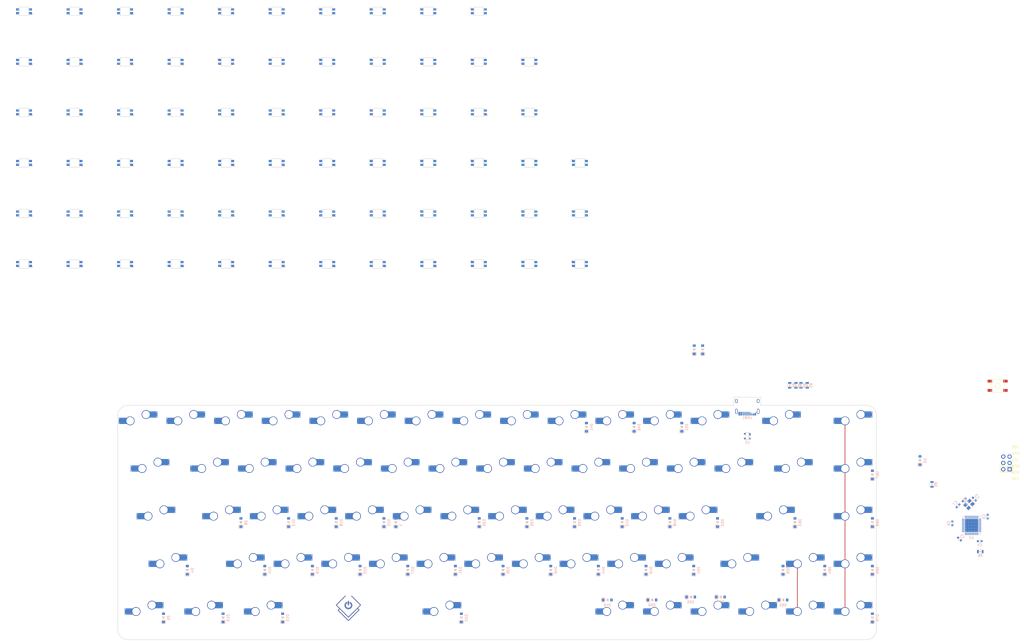
<source format=kicad_pcb>
(kicad_pcb (version 20171130) (host pcbnew "(5.1.10)-1")
  (layers (0 F.Cu signal) (31 B.Cu signal) (34 B.Paste user) (35 F.Paste user) (36 B.SilkS user) (37 F.SilkS user) (38 B.Mask user) (39 F.Mask user) (44 Edge.Cuts user))
  (net 0 "")
  (net 1 "Net-(D1-Pad2)")
  (net 2 "Net-(D2-Pad2)")
  (net 3 "Net-(D3-Pad2)")
  (net 4 "Net-(D4-Pad2)")
  (net 5 "Net-(D5-Pad2)")
  (net 6 "Net-(D6-Pad2)")
  (net 7 "Net-(D7-Pad2)")
  (net 8 "Net-(D8-Pad2)")
  (net 9 "Net-(D10-Pad2)")
  (net 10 "Net-(D11-Pad2)")
  (net 11 "Net-(D12-Pad2)")
  (net 12 "Net-(D13-Pad2)")
  (net 13 "Net-(D14-Pad2)")
  (net 14 "Net-(D15-Pad2)")
  (net 15 "Net-(D16-Pad2)")
  (net 16 "Net-(D17-Pad2)")
  (net 17 "Net-(D18-Pad2)")
  (net 18 "Net-(D19-Pad2)")
  (net 19 "Net-(D20-Pad2)")
  (net 20 "Net-(D21-Pad2)")
  (net 21 "Net-(D22-Pad2)")
  (net 22 "Net-(D23-Pad2)")
  (net 23 "Net-(D24-Pad2)")
  (net 24 "Net-(D25-Pad2)")
  (net 25 "Net-(D26-Pad2)")
  (net 26 "Net-(D27-Pad2)")
  (net 27 "Net-(D28-Pad2)")
  (net 28 "Net-(D29-Pad2)")
  (net 29 "Net-(D30-Pad2)")
  (net 30 "Net-(D31-Pad2)")
  (net 31 "Net-(D32-Pad2)")
  (net 32 "Net-(D33-Pad2)")
  (net 33 "Net-(D34-Pad2)")
  (net 34 "Net-(D35-Pad2)")
  (net 35 "Net-(D36-Pad2)")
  (net 36 "Net-(D37-Pad2)")
  (net 37 "Net-(D38-Pad2)")
  (net 38 "Net-(D39-Pad2)")
  (net 39 "Net-(D40-Pad2)")
  (net 40 "Net-(D41-Pad2)")
  (net 41 "Net-(D42-Pad2)")
  (net 42 "Net-(D43-Pad2)")
  (net 43 "Net-(D44-Pad2)")
  (net 44 "Net-(D45-Pad2)")
  (net 45 "Net-(D46-Pad2)")
  (net 46 "Net-(D47-Pad2)")
  (net 47 "Net-(D48-Pad2)")
  (net 48 "Net-(D49-Pad2)")
  (net 49 "Net-(D50-Pad2)")
  (net 50 "Net-(D51-Pad2)")
  (net 51 "Net-(D52-Pad2)")
  (net 52 "Net-(D53-Pad2)")
  (net 53 "Net-(D54-Pad2)")
  (net 54 "Net-(D55-Pad2)")
  (net 55 "Net-(D56-Pad2)")
  (net 56 "Net-(D57-Pad2)")
  (net 57 "Net-(D59-Pad2)")
  (net 58 "Net-(D60-Pad2)")
  (net 59 GND)
  (net 60 +5V)
  (net 61 "Net-(D61-Pad2)")
  (net 62 "Net-(D62-Pad2)")
  (net 63 "Net-(D63-Pad2)")
  (net 64 "Net-(D64-Pad2)")
  (net 65 "Net-(D65-Pad2)")
  (net 66 "Net-(D66-Pad2)")
  (net 67 "Net-(D67-Pad2)")
  (net 68 "Net-(D68-Pad2)")
  (net 69 "Net-(D69-Pad2)")
  (net 70 "Net-(D70-Pad2)")
  (net 71 "Net-(R3-Pad2)")
  (net 72 "Net-(R4-Pad2)")
  (net 73 "Net-(SK6812MiniE1-Pad2)")
  (net 74 "Net-(SK6812MiniE2-Pad2)")
  (net 75 "Net-(SK6812MiniE3-Pad2)")
  (net 76 "Net-(SK6812MiniE4-Pad2)")
  (net 77 "Net-(SK6812MiniE5-Pad2)")
  (net 78 "Net-(SK6812MiniE6-Pad2)")
  (net 79 "Net-(SK6812MiniE7-Pad2)")
  (net 80 "Net-(SK6812MiniE8-Pad2)")
  (net 81 "Net-(SK6812MiniE10-Pad2)")
  (net 82 "Net-(SK6812MiniE10-Pad4)")
  (net 83 "Net-(SK6812MiniE11-Pad2)")
  (net 84 "Net-(SK6812MiniE12-Pad2)")
  (net 85 "Net-(SK6812MiniE13-Pad2)")
  (net 86 "Net-(SK6812MiniE15-Pad2)")
  (net 87 "Net-(SK6812MiniE17-Pad2)")
  (net 88 "Net-(SK6812MiniE_F1-Pad4)")
  (net 89 "Net-(SK6812MiniE_F2-Pad4)")
  (net 90 "Net-(SK6812MiniE_F3-Pad4)")
  (net 91 "Net-(SK6812MiniE_F4-Pad4)")
  (net 92 "Net-(SK6812MiniE_F5-Pad4)")
  (net 93 "Net-(SK6812MiniE_F6-Pad4)")
  (net 94 "Net-(SK6812MiniE_F7-Pad4)")
  (net 95 "Net-(SK6812MiniE_F8-Pad4)")
  (net 96 "Net-(SK6812MiniE_F10-Pad4)")
  (net 97 "Net-(SK6812MiniE_F10-Pad2)")
  (net 98 "Net-(SK6812MiniE_F11-Pad4)")
  (net 99 "Net-(SK6812MiniE_F12-Pad4)")
  (net 100 "Net-(SK6812MiniE_F13-Pad4)")
  (net 101 "Net-(SK6812MiniE_F14-Pad4)")
  (net 102 "Net-(SK6812MiniE18-Pad4)")
  (net 103 "Net-(SK6812MiniE18-Pad2)")
  (net 104 "Net-(SK6812MiniE19-Pad2)")
  (net 105 "Net-(SK6812MiniE20-Pad2)")
  (net 106 "Net-(SK6812MiniE21-Pad2)")
  (net 107 "Net-(SK6812MiniE22-Pad2)")
  (net 108 "Net-(SK6812MiniE23-Pad2)")
  (net 109 "Net-(SK6812MiniE24-Pad2)")
  (net 110 "Net-(SK6812MiniE25-Pad2)")
  (net 111 "Net-(SK6812MiniE26-Pad2)")
  (net 112 "Net-(SK6812MiniE27-Pad2)")
  (net 113 "Net-(SK6812MiniE28-Pad2)")
  (net 114 "Net-(SK6812MiniE29-Pad2)")
  (net 115 "Net-(SK6812MiniE30-Pad2)")
  (net 116 "Net-(SK6812MiniE31-Pad2)")
  (net 117 "Net-(SK6812MiniE_F16-Pad4)")
  (net 118 "Net-(SK6812MiniE_F19-Pad4)")
  (net 119 "Net-(SK6812MiniE_F20-Pad4)")
  (net 120 "Net-(SK6812MiniE_F21-Pad4)")
  (net 121 "Net-(SK6812MiniE_F22-Pad4)")
  (net 122 "Net-(SK6812MiniE_F23-Pad4)")
  (net 123 "Net-(SK6812MiniE_F24-Pad4)")
  (net 124 "Net-(SK6812MiniE_F25-Pad4)")
  (net 125 "Net-(SK6812MiniE_F26-Pad4)")
  (net 126 "Net-(SK6812MiniE_F27-Pad4)")
  (net 127 "Net-(SK6812MiniE_F28-Pad4)")
  (net 128 "Net-(SK6812MiniE_F29-Pad4)")
  (net 129 "Net-(SK6812MiniE_F31-Pad4)")
  (net 130 "Net-(SK6812MiniE32-Pad4)")
  (net 131 "Net-(SK6812MiniE32-Pad2)")
  (net 132 "Net-(SK6812MiniE33-Pad2)")
  (net 133 "Net-(SK6812MiniE34-Pad2)")
  (net 134 "Net-(SK6812MiniE35-Pad2)")
  (net 135 "Net-(SK6812MiniE36-Pad2)")
  (net 136 "Net-(SK6812MiniE37-Pad2)")
  (net 137 "Net-(SK6812MiniE39-Pad2)")
  (net 138 "Net-(SK6812MiniE41-Pad2)")
  (net 139 "Net-(SK6812MiniE42-Pad2)")
  (net 140 D-)
  (net 141 D+)
  (net 142 "Net-(C6-Pad1)")
  (net 143 "Net-(C3-Pad1)")
  (net 144 "Net-(C2-Pad1)")
  (net 145 RGBLED)
  (net 146 COL13)
  (net 147 COL12)
  (net 148 COL11)
  (net 149 COL10)
  (net 150 COL9)
  (net 151 COL8)
  (net 152 COL7)
  (net 153 COL6)
  (net 154 COL5)
  (net 155 COL4)
  (net 156 "Net-(R6-Pad2)")
  (net 157 COL1)
  (net 158 COL3)
  (net 159 COL2)
  (net 160 COL0)
  (net 161 "Net-(R2-Pad2)")
  (net 162 "Net-(R1-Pad2)")
  (net 163 COL14)
  (net 164 RST)
  (net 165 MISO)
  (net 166 ROW0)
  (net 167 ROW1)
  (net 168 ROW2)
  (net 169 ROW3)
  (net 170 ROW4)
  (module MX_Only_v4:MXOnly-2U-Hotswap-Sawns (layer F.Cu) (at 314.325 38.100032)
    (fp_text reference MX80)
    (fp_text value MX-NoLED)
    (pad "" np_thru_hole circle (at 0 0) (size 3.9878 3.9878) (drill 3.9878) (layers *.Cu *.Mask))
    (pad 1 thru_hole circle (at -3.81 -2.54) (size 3.5 3.5) (drill 3) (layers *.Cu *.Mask) (net 146 COL13))
    (pad 1 thru_hole circle (at -8.0645 -1.5875) (size 0.5 0.5) (drill 0.3) (layers *.Cu *.Mask) (net 146 COL13))
    (pad 2 smd rect (at 5.207 -5.08) (size 3.82 2.5) (layers B.Cu) (net 61 "Net-(D61-Pad2)"))
    (pad 2 thru_hole circle (at 6.8215 -4.1275) (size 0.5 0.5) (drill 0.3) (layers *.Cu *.Mask) (net 61 "Net-(D61-Pad2)"))
    (pad 2 thru_hole circle (at 6.8215 -6.0325) (size 0.5 0.5) (drill 0.3) (layers *.Cu *.Mask) (net 61 "Net-(D61-Pad2)"))
    (pad 2 thru_hole circle (at 2.54 -5.08) (size 3.5 3.5) (drill 3) (layers *.Cu *.Mask) (net 61 "Net-(D61-Pad2)"))
    (pad "" np_thru_hole circle (at -5.08 0 48.0996) (size 1.75 1.75) (drill 1.75) (layers *.Cu *.Mask))
    (pad "" np_thru_hole circle (at 5.08 0 48.0996) (size 1.75 1.75) (drill 1.75) (layers *.Cu *.Mask))
    (pad 1 smd rect (at -6.45 -2.54) (size 3.82 2.5) (layers B.Cu) (net 146 COL13))
    (pad 1 thru_hole circle (at -8.0645 -3.4925) (size 0.5 0.5) (drill 0.3) (layers *.Cu *.Mask) (net 146 COL13))
    (pad "" np_thru_hole circle (at -11.938 8.255) (size 3.9878 3.9878) (drill 3.9878) (layers *.Cu *.Mask))
    (pad "" np_thru_hole circle (at 11.938 8.255) (size 3.9878 3.9878) (drill 3.9878) (layers *.Cu *.Mask))
    (pad "" np_thru_hole circle (at -11.938 -6.985) (size 3.048 3.048) (drill 3.048) (layers *.Cu *.Mask))
    (pad "" np_thru_hole circle (at 11.938 -6.985) (size 3.048 3.048) (drill 3.048) (layers *.Cu *.Mask))
  )
  (module sanproject-keyboard-part:D_SOD-123 (layer B.Cu) (at 278.828362 7.143756 90)
    (fp_text reference D37)
    (fp_text value D)
    (pad 1 smd roundrect (at -1.65 0 90) (size 1 1.2) (layers B.Cu B.Paste B.Mask) (net 166 ROW0))
    (pad 2 smd roundrect (at 1.65 0 90) (size 1 1.2) (layers B.Cu B.Paste B.Mask) (net 36 "Net-(D37-Pad2)"))
  )
  (module sanproject-keyboard-part:D_SOD-123 (layer B.Cu) (at 282.178362 7.143756 90)
    (fp_text reference D33)
    (fp_text value D)
    (pad 1 smd roundrect (at -1.65 0 90) (size 1 1.2) (layers B.Cu B.Paste B.Mask) (net 166 ROW0))
    (pad 2 smd roundrect (at 1.65 0 90) (size 1 1.2) (layers B.Cu B.Paste B.Mask) (net 32 "Net-(D33-Pad2)"))
  )
  (module sanproject-keyboard-part:RGB-6028 (layer B.Cu) (at 212.918844 -102.867223)
    (fp_text reference SK6812MiniE_F32)
    (fp_text value WS2812B)
    (fp_line (start -1.9 -3.38) (end -1.9 -6.78) (layer Edge.Cuts) (width 0.15))
    (fp_line (start 1.9 -6.78) (end -1.9 -6.78) (layer Edge.Cuts) (width 0.15))
    (fp_line (start 1.9 -3.38) (end 1.9 -6.78) (layer Edge.Cuts) (width 0.15))
    (fp_line (start 1.9 -3.38) (end -1.9 -3.38) (layer Edge.Cuts) (width 0.15))
    (pad 1 smd rect (at 2.595 -4.33) (size 1.19 0.9) (layers B.Cu B.Paste B.Mask) (net 60 +5V))
    (pad 3 smd rect (at -2.595 -5.83) (size 1.19 0.9) (layers B.Cu B.Paste B.Mask) (net 59 GND))
    (pad 4 smd rect (at -2.595 -4.33) (size 1.19 0.9) (layers B.Cu B.Paste B.Mask) (net 116 "Net-(SK6812MiniE31-Pad2)"))
    (pad 2 smd rect (at 2.595 -5.83) (size 1.19 0.9) (layers B.Cu B.Paste B.Mask) (net 129 "Net-(SK6812MiniE_F31-Pad4)"))
  )
  (module sanproject-keyboard-part:RGB-6028 (layer B.Cu) (at 192.718844 -123.067223)
    (fp_text reference SK6812MiniE_F31)
    (fp_text value WS2812B)
    (fp_line (start -1.9 -3.38) (end -1.9 -6.78) (layer Edge.Cuts) (width 0.15))
    (fp_line (start 1.9 -6.78) (end -1.9 -6.78) (layer Edge.Cuts) (width 0.15))
    (fp_line (start 1.9 -3.38) (end 1.9 -6.78) (layer Edge.Cuts) (width 0.15))
    (fp_line (start 1.9 -3.38) (end -1.9 -3.38) (layer Edge.Cuts) (width 0.15))
    (pad 1 smd rect (at 2.595 -4.33) (size 1.19 0.9) (layers B.Cu B.Paste B.Mask) (net 60 +5V))
    (pad 3 smd rect (at -2.595 -5.83) (size 1.19 0.9) (layers B.Cu B.Paste B.Mask) (net 59 GND))
    (pad 4 smd rect (at -2.595 -4.33) (size 1.19 0.9) (layers B.Cu B.Paste B.Mask) (net 129 "Net-(SK6812MiniE_F31-Pad4)"))
    (pad 2 smd rect (at 2.595 -5.83) (size 1.19 0.9) (layers B.Cu B.Paste B.Mask) (net 128 "Net-(SK6812MiniE_F29-Pad4)"))
  )
  (module sanproject-keyboard-part:RGB-6028 (layer B.Cu) (at 233.118844 -62.467223)
    (fp_text reference SK6812MiniE_F29)
    (fp_text value WS2812B)
    (fp_line (start -1.9 -3.38) (end -1.9 -6.78) (layer Edge.Cuts) (width 0.15))
    (fp_line (start 1.9 -6.78) (end -1.9 -6.78) (layer Edge.Cuts) (width 0.15))
    (fp_line (start 1.9 -3.38) (end 1.9 -6.78) (layer Edge.Cuts) (width 0.15))
    (fp_line (start 1.9 -3.38) (end -1.9 -3.38) (layer Edge.Cuts) (width 0.15))
    (pad 1 smd rect (at 2.595 -4.33) (size 1.19 0.9) (layers B.Cu B.Paste B.Mask) (net 60 +5V))
    (pad 3 smd rect (at -2.595 -5.83) (size 1.19 0.9) (layers B.Cu B.Paste B.Mask) (net 59 GND))
    (pad 4 smd rect (at -2.595 -4.33) (size 1.19 0.9) (layers B.Cu B.Paste B.Mask) (net 128 "Net-(SK6812MiniE_F29-Pad4)"))
    (pad 2 smd rect (at 2.595 -5.83) (size 1.19 0.9) (layers B.Cu B.Paste B.Mask) (net 127 "Net-(SK6812MiniE_F28-Pad4)"))
  )
  (module sanproject-keyboard-part:RGB-6028 (layer B.Cu) (at 212.918844 -82.667223)
    (fp_text reference SK6812MiniE_F28)
    (fp_text value WS2812B)
    (fp_line (start -1.9 -3.38) (end -1.9 -6.78) (layer Edge.Cuts) (width 0.15))
    (fp_line (start 1.9 -6.78) (end -1.9 -6.78) (layer Edge.Cuts) (width 0.15))
    (fp_line (start 1.9 -3.38) (end 1.9 -6.78) (layer Edge.Cuts) (width 0.15))
    (fp_line (start 1.9 -3.38) (end -1.9 -3.38) (layer Edge.Cuts) (width 0.15))
    (pad 1 smd rect (at 2.595 -4.33) (size 1.19 0.9) (layers B.Cu B.Paste B.Mask) (net 60 +5V))
    (pad 3 smd rect (at -2.595 -5.83) (size 1.19 0.9) (layers B.Cu B.Paste B.Mask) (net 59 GND))
    (pad 4 smd rect (at -2.595 -4.33) (size 1.19 0.9) (layers B.Cu B.Paste B.Mask) (net 127 "Net-(SK6812MiniE_F28-Pad4)"))
    (pad 2 smd rect (at 2.595 -5.83) (size 1.19 0.9) (layers B.Cu B.Paste B.Mask) (net 126 "Net-(SK6812MiniE_F27-Pad4)"))
  )
  (module sanproject-keyboard-part:RGB-6028 (layer B.Cu) (at 192.718844 -102.867223)
    (fp_text reference SK6812MiniE_F27)
    (fp_text value WS2812B)
    (fp_line (start -1.9 -3.38) (end -1.9 -6.78) (layer Edge.Cuts) (width 0.15))
    (fp_line (start 1.9 -6.78) (end -1.9 -6.78) (layer Edge.Cuts) (width 0.15))
    (fp_line (start 1.9 -3.38) (end 1.9 -6.78) (layer Edge.Cuts) (width 0.15))
    (fp_line (start 1.9 -3.38) (end -1.9 -3.38) (layer Edge.Cuts) (width 0.15))
    (pad 1 smd rect (at 2.595 -4.33) (size 1.19 0.9) (layers B.Cu B.Paste B.Mask) (net 60 +5V))
    (pad 3 smd rect (at -2.595 -5.83) (size 1.19 0.9) (layers B.Cu B.Paste B.Mask) (net 59 GND))
    (pad 4 smd rect (at -2.595 -4.33) (size 1.19 0.9) (layers B.Cu B.Paste B.Mask) (net 126 "Net-(SK6812MiniE_F27-Pad4)"))
    (pad 2 smd rect (at 2.595 -5.83) (size 1.19 0.9) (layers B.Cu B.Paste B.Mask) (net 125 "Net-(SK6812MiniE_F26-Pad4)"))
  )
  (module sanproject-keyboard-part:RGB-6028 (layer B.Cu) (at 172.518844 -123.067223)
    (fp_text reference SK6812MiniE_F26)
    (fp_text value WS2812B)
    (fp_line (start -1.9 -3.38) (end -1.9 -6.78) (layer Edge.Cuts) (width 0.15))
    (fp_line (start 1.9 -6.78) (end -1.9 -6.78) (layer Edge.Cuts) (width 0.15))
    (fp_line (start 1.9 -3.38) (end 1.9 -6.78) (layer Edge.Cuts) (width 0.15))
    (fp_line (start 1.9 -3.38) (end -1.9 -3.38) (layer Edge.Cuts) (width 0.15))
    (pad 1 smd rect (at 2.595 -4.33) (size 1.19 0.9) (layers B.Cu B.Paste B.Mask) (net 60 +5V))
    (pad 3 smd rect (at -2.595 -5.83) (size 1.19 0.9) (layers B.Cu B.Paste B.Mask) (net 59 GND))
    (pad 4 smd rect (at -2.595 -4.33) (size 1.19 0.9) (layers B.Cu B.Paste B.Mask) (net 125 "Net-(SK6812MiniE_F26-Pad4)"))
    (pad 2 smd rect (at 2.595 -5.83) (size 1.19 0.9) (layers B.Cu B.Paste B.Mask) (net 124 "Net-(SK6812MiniE_F25-Pad4)"))
  )
  (module sanproject-keyboard-part:RGB-6028 (layer B.Cu) (at 233.118844 -42.267223)
    (fp_text reference SK6812MiniE_F25)
    (fp_text value WS2812B)
    (fp_line (start -1.9 -3.38) (end -1.9 -6.78) (layer Edge.Cuts) (width 0.15))
    (fp_line (start 1.9 -6.78) (end -1.9 -6.78) (layer Edge.Cuts) (width 0.15))
    (fp_line (start 1.9 -3.38) (end 1.9 -6.78) (layer Edge.Cuts) (width 0.15))
    (fp_line (start 1.9 -3.38) (end -1.9 -3.38) (layer Edge.Cuts) (width 0.15))
    (pad 1 smd rect (at 2.595 -4.33) (size 1.19 0.9) (layers B.Cu B.Paste B.Mask) (net 60 +5V))
    (pad 3 smd rect (at -2.595 -5.83) (size 1.19 0.9) (layers B.Cu B.Paste B.Mask) (net 59 GND))
    (pad 4 smd rect (at -2.595 -4.33) (size 1.19 0.9) (layers B.Cu B.Paste B.Mask) (net 124 "Net-(SK6812MiniE_F25-Pad4)"))
    (pad 2 smd rect (at 2.595 -5.83) (size 1.19 0.9) (layers B.Cu B.Paste B.Mask) (net 123 "Net-(SK6812MiniE_F24-Pad4)"))
  )
  (module sanproject-keyboard-part:RGB-6028 (layer B.Cu) (at 132.118844 -123.067223)
    (fp_text reference SK6812MiniE_F24)
    (fp_text value WS2812B)
    (fp_line (start -1.9 -3.38) (end -1.9 -6.78) (layer Edge.Cuts) (width 0.15))
    (fp_line (start 1.9 -6.78) (end -1.9 -6.78) (layer Edge.Cuts) (width 0.15))
    (fp_line (start 1.9 -3.38) (end 1.9 -6.78) (layer Edge.Cuts) (width 0.15))
    (fp_line (start 1.9 -3.38) (end -1.9 -3.38) (layer Edge.Cuts) (width 0.15))
    (pad 1 smd rect (at 2.595 -4.33) (size 1.19 0.9) (layers B.Cu B.Paste B.Mask) (net 60 +5V))
    (pad 3 smd rect (at -2.595 -5.83) (size 1.19 0.9) (layers B.Cu B.Paste B.Mask) (net 59 GND))
    (pad 4 smd rect (at -2.595 -4.33) (size 1.19 0.9) (layers B.Cu B.Paste B.Mask) (net 123 "Net-(SK6812MiniE_F24-Pad4)"))
    (pad 2 smd rect (at 2.595 -5.83) (size 1.19 0.9) (layers B.Cu B.Paste B.Mask) (net 122 "Net-(SK6812MiniE_F23-Pad4)"))
  )
  (module sanproject-keyboard-part:RGB-6028 (layer B.Cu) (at 172.518844 -42.267223)
    (fp_text reference SK6812MiniE_F23)
    (fp_text value WS2812B)
    (fp_line (start -1.9 -3.38) (end -1.9 -6.78) (layer Edge.Cuts) (width 0.15))
    (fp_line (start 1.9 -6.78) (end -1.9 -6.78) (layer Edge.Cuts) (width 0.15))
    (fp_line (start 1.9 -3.38) (end 1.9 -6.78) (layer Edge.Cuts) (width 0.15))
    (fp_line (start 1.9 -3.38) (end -1.9 -3.38) (layer Edge.Cuts) (width 0.15))
    (pad 1 smd rect (at 2.595 -4.33) (size 1.19 0.9) (layers B.Cu B.Paste B.Mask) (net 60 +5V))
    (pad 3 smd rect (at -2.595 -5.83) (size 1.19 0.9) (layers B.Cu B.Paste B.Mask) (net 59 GND))
    (pad 4 smd rect (at -2.595 -4.33) (size 1.19 0.9) (layers B.Cu B.Paste B.Mask) (net 122 "Net-(SK6812MiniE_F23-Pad4)"))
    (pad 2 smd rect (at 2.595 -5.83) (size 1.19 0.9) (layers B.Cu B.Paste B.Mask) (net 121 "Net-(SK6812MiniE_F22-Pad4)"))
  )
  (module sanproject-keyboard-part:RGB-6028 (layer B.Cu) (at 172.518844 -102.867223)
    (fp_text reference SK6812MiniE_F22)
    (fp_text value WS2812B)
    (fp_line (start -1.9 -3.38) (end -1.9 -6.78) (layer Edge.Cuts) (width 0.15))
    (fp_line (start 1.9 -6.78) (end -1.9 -6.78) (layer Edge.Cuts) (width 0.15))
    (fp_line (start 1.9 -3.38) (end 1.9 -6.78) (layer Edge.Cuts) (width 0.15))
    (fp_line (start 1.9 -3.38) (end -1.9 -3.38) (layer Edge.Cuts) (width 0.15))
    (pad 1 smd rect (at 2.595 -4.33) (size 1.19 0.9) (layers B.Cu B.Paste B.Mask) (net 60 +5V))
    (pad 3 smd rect (at -2.595 -5.83) (size 1.19 0.9) (layers B.Cu B.Paste B.Mask) (net 59 GND))
    (pad 4 smd rect (at -2.595 -4.33) (size 1.19 0.9) (layers B.Cu B.Paste B.Mask) (net 121 "Net-(SK6812MiniE_F22-Pad4)"))
    (pad 2 smd rect (at 2.595 -5.83) (size 1.19 0.9) (layers B.Cu B.Paste B.Mask) (net 120 "Net-(SK6812MiniE_F21-Pad4)"))
  )
  (module sanproject-keyboard-part:RGB-6028 (layer B.Cu) (at 152.318844 -123.067223)
    (fp_text reference SK6812MiniE_F21)
    (fp_text value WS2812B)
    (fp_line (start -1.9 -3.38) (end -1.9 -6.78) (layer Edge.Cuts) (width 0.15))
    (fp_line (start 1.9 -6.78) (end -1.9 -6.78) (layer Edge.Cuts) (width 0.15))
    (fp_line (start 1.9 -3.38) (end 1.9 -6.78) (layer Edge.Cuts) (width 0.15))
    (fp_line (start 1.9 -3.38) (end -1.9 -3.38) (layer Edge.Cuts) (width 0.15))
    (pad 1 smd rect (at 2.595 -4.33) (size 1.19 0.9) (layers B.Cu B.Paste B.Mask) (net 60 +5V))
    (pad 3 smd rect (at -2.595 -5.83) (size 1.19 0.9) (layers B.Cu B.Paste B.Mask) (net 59 GND))
    (pad 4 smd rect (at -2.595 -4.33) (size 1.19 0.9) (layers B.Cu B.Paste B.Mask) (net 120 "Net-(SK6812MiniE_F21-Pad4)"))
    (pad 2 smd rect (at 2.595 -5.83) (size 1.19 0.9) (layers B.Cu B.Paste B.Mask) (net 119 "Net-(SK6812MiniE_F20-Pad4)"))
  )
  (module sanproject-keyboard-part:RGB-6028 (layer B.Cu) (at 233.118844 -22.067223)
    (fp_text reference SK6812MiniE_F20)
    (fp_text value WS2812B)
    (fp_line (start -1.9 -3.38) (end -1.9 -6.78) (layer Edge.Cuts) (width 0.15))
    (fp_line (start 1.9 -6.78) (end -1.9 -6.78) (layer Edge.Cuts) (width 0.15))
    (fp_line (start 1.9 -3.38) (end 1.9 -6.78) (layer Edge.Cuts) (width 0.15))
    (fp_line (start 1.9 -3.38) (end -1.9 -3.38) (layer Edge.Cuts) (width 0.15))
    (pad 1 smd rect (at 2.595 -4.33) (size 1.19 0.9) (layers B.Cu B.Paste B.Mask) (net 60 +5V))
    (pad 3 smd rect (at -2.595 -5.83) (size 1.19 0.9) (layers B.Cu B.Paste B.Mask) (net 59 GND))
    (pad 4 smd rect (at -2.595 -4.33) (size 1.19 0.9) (layers B.Cu B.Paste B.Mask) (net 119 "Net-(SK6812MiniE_F20-Pad4)"))
    (pad 2 smd rect (at 2.595 -5.83) (size 1.19 0.9) (layers B.Cu B.Paste B.Mask) (net 118 "Net-(SK6812MiniE_F19-Pad4)"))
  )
  (module sanproject-keyboard-part:RGB-6028 (layer B.Cu) (at 212.918844 -42.267223)
    (fp_text reference SK6812MiniE_F19)
    (fp_text value WS2812B)
    (fp_line (start -1.9 -3.38) (end -1.9 -6.78) (layer Edge.Cuts) (width 0.15))
    (fp_line (start 1.9 -6.78) (end -1.9 -6.78) (layer Edge.Cuts) (width 0.15))
    (fp_line (start 1.9 -3.38) (end 1.9 -6.78) (layer Edge.Cuts) (width 0.15))
    (fp_line (start 1.9 -3.38) (end -1.9 -3.38) (layer Edge.Cuts) (width 0.15))
    (pad 1 smd rect (at 2.595 -4.33) (size 1.19 0.9) (layers B.Cu B.Paste B.Mask) (net 60 +5V))
    (pad 3 smd rect (at -2.595 -5.83) (size 1.19 0.9) (layers B.Cu B.Paste B.Mask) (net 59 GND))
    (pad 4 smd rect (at -2.595 -4.33) (size 1.19 0.9) (layers B.Cu B.Paste B.Mask) (net 118 "Net-(SK6812MiniE_F19-Pad4)"))
    (pad 2 smd rect (at 2.595 -5.83) (size 1.19 0.9) (layers B.Cu B.Paste B.Mask) (net 117 "Net-(SK6812MiniE_F16-Pad4)"))
  )
  (module sanproject-keyboard-part:RGB-6028 (layer B.Cu) (at 192.718844 -62.467223)
    (fp_text reference SK6812MiniE_F16)
    (fp_text value WS2812B)
    (fp_line (start -1.9 -3.38) (end -1.9 -6.78) (layer Edge.Cuts) (width 0.15))
    (fp_line (start 1.9 -6.78) (end -1.9 -6.78) (layer Edge.Cuts) (width 0.15))
    (fp_line (start 1.9 -3.38) (end 1.9 -6.78) (layer Edge.Cuts) (width 0.15))
    (fp_line (start 1.9 -3.38) (end -1.9 -3.38) (layer Edge.Cuts) (width 0.15))
    (pad 1 smd rect (at 2.595 -4.33) (size 1.19 0.9) (layers B.Cu B.Paste B.Mask) (net 60 +5V))
    (pad 3 smd rect (at -2.595 -5.83) (size 1.19 0.9) (layers B.Cu B.Paste B.Mask) (net 59 GND))
    (pad 4 smd rect (at -2.595 -4.33) (size 1.19 0.9) (layers B.Cu B.Paste B.Mask) (net 117 "Net-(SK6812MiniE_F16-Pad4)"))
    (pad 2 smd rect (at 2.595 -5.83) (size 1.19 0.9) (layers B.Cu B.Paste B.Mask) (net 130 "Net-(SK6812MiniE32-Pad4)"))
  )
  (module sanproject-keyboard-part:RGB-6028 (layer B.Cu) (at 172.518844 -82.667223)
    (fp_text reference SK6812MiniE_F15)
    (fp_text value WS2812B)
    (fp_line (start -1.9 -3.38) (end -1.9 -6.78) (layer Edge.Cuts) (width 0.15))
    (fp_line (start 1.9 -6.78) (end -1.9 -6.78) (layer Edge.Cuts) (width 0.15))
    (fp_line (start 1.9 -3.38) (end 1.9 -6.78) (layer Edge.Cuts) (width 0.15))
    (fp_line (start 1.9 -3.38) (end -1.9 -3.38) (layer Edge.Cuts) (width 0.15))
    (pad 1 smd rect (at 2.595 -4.33) (size 1.19 0.9) (layers B.Cu B.Paste B.Mask) (net 60 +5V))
    (pad 3 smd rect (at -2.595 -5.83) (size 1.19 0.9) (layers B.Cu B.Paste B.Mask) (net 59 GND))
    (pad 4 smd rect (at -2.595 -4.33) (size 1.19 0.9) (layers B.Cu B.Paste B.Mask) (net 87 "Net-(SK6812MiniE17-Pad2)"))
    (pad 2 smd rect (at 2.595 -5.83) (size 1.19 0.9) (layers B.Cu B.Paste B.Mask) (net 101 "Net-(SK6812MiniE_F14-Pad4)"))
  )
  (module sanproject-keyboard-part:RGB-6028 (layer B.Cu) (at 152.318844 -102.867223)
    (fp_text reference SK6812MiniE_F14)
    (fp_text value WS2812B)
    (fp_line (start -1.9 -3.38) (end -1.9 -6.78) (layer Edge.Cuts) (width 0.15))
    (fp_line (start 1.9 -6.78) (end -1.9 -6.78) (layer Edge.Cuts) (width 0.15))
    (fp_line (start 1.9 -3.38) (end 1.9 -6.78) (layer Edge.Cuts) (width 0.15))
    (fp_line (start 1.9 -3.38) (end -1.9 -3.38) (layer Edge.Cuts) (width 0.15))
    (pad 1 smd rect (at 2.595 -4.33) (size 1.19 0.9) (layers B.Cu B.Paste B.Mask) (net 60 +5V))
    (pad 3 smd rect (at -2.595 -5.83) (size 1.19 0.9) (layers B.Cu B.Paste B.Mask) (net 59 GND))
    (pad 4 smd rect (at -2.595 -4.33) (size 1.19 0.9) (layers B.Cu B.Paste B.Mask) (net 101 "Net-(SK6812MiniE_F14-Pad4)"))
    (pad 2 smd rect (at 2.595 -5.83) (size 1.19 0.9) (layers B.Cu B.Paste B.Mask) (net 100 "Net-(SK6812MiniE_F13-Pad4)"))
  )
  (module sanproject-keyboard-part:RGB-6028 (layer B.Cu) (at 152.318844 -62.467223)
    (fp_text reference SK6812MiniE_F13)
    (fp_text value WS2812B)
    (fp_line (start -1.9 -3.38) (end -1.9 -6.78) (layer Edge.Cuts) (width 0.15))
    (fp_line (start 1.9 -6.78) (end -1.9 -6.78) (layer Edge.Cuts) (width 0.15))
    (fp_line (start 1.9 -3.38) (end 1.9 -6.78) (layer Edge.Cuts) (width 0.15))
    (fp_line (start 1.9 -3.38) (end -1.9 -3.38) (layer Edge.Cuts) (width 0.15))
    (pad 1 smd rect (at 2.595 -4.33) (size 1.19 0.9) (layers B.Cu B.Paste B.Mask) (net 60 +5V))
    (pad 3 smd rect (at -2.595 -5.83) (size 1.19 0.9) (layers B.Cu B.Paste B.Mask) (net 59 GND))
    (pad 4 smd rect (at -2.595 -4.33) (size 1.19 0.9) (layers B.Cu B.Paste B.Mask) (net 100 "Net-(SK6812MiniE_F13-Pad4)"))
    (pad 2 smd rect (at 2.595 -5.83) (size 1.19 0.9) (layers B.Cu B.Paste B.Mask) (net 99 "Net-(SK6812MiniE_F12-Pad4)"))
  )
  (module sanproject-keyboard-part:RGB-6028 (layer B.Cu) (at 212.918844 -22.067223)
    (fp_text reference SK6812MiniE_F12)
    (fp_text value WS2812B)
    (fp_line (start -1.9 -3.38) (end -1.9 -6.78) (layer Edge.Cuts) (width 0.15))
    (fp_line (start 1.9 -6.78) (end -1.9 -6.78) (layer Edge.Cuts) (width 0.15))
    (fp_line (start 1.9 -3.38) (end 1.9 -6.78) (layer Edge.Cuts) (width 0.15))
    (fp_line (start 1.9 -3.38) (end -1.9 -3.38) (layer Edge.Cuts) (width 0.15))
    (pad 1 smd rect (at 2.595 -4.33) (size 1.19 0.9) (layers B.Cu B.Paste B.Mask) (net 60 +5V))
    (pad 3 smd rect (at -2.595 -5.83) (size 1.19 0.9) (layers B.Cu B.Paste B.Mask) (net 59 GND))
    (pad 4 smd rect (at -2.595 -4.33) (size 1.19 0.9) (layers B.Cu B.Paste B.Mask) (net 99 "Net-(SK6812MiniE_F12-Pad4)"))
    (pad 2 smd rect (at 2.595 -5.83) (size 1.19 0.9) (layers B.Cu B.Paste B.Mask) (net 98 "Net-(SK6812MiniE_F11-Pad4)"))
  )
  (module sanproject-keyboard-part:RGB-6028 (layer B.Cu) (at 192.718844 -42.267223)
    (fp_text reference SK6812MiniE_F11)
    (fp_text value WS2812B)
    (fp_line (start -1.9 -3.38) (end -1.9 -6.78) (layer Edge.Cuts) (width 0.15))
    (fp_line (start 1.9 -6.78) (end -1.9 -6.78) (layer Edge.Cuts) (width 0.15))
    (fp_line (start 1.9 -3.38) (end 1.9 -6.78) (layer Edge.Cuts) (width 0.15))
    (fp_line (start 1.9 -3.38) (end -1.9 -3.38) (layer Edge.Cuts) (width 0.15))
    (pad 1 smd rect (at 2.595 -4.33) (size 1.19 0.9) (layers B.Cu B.Paste B.Mask) (net 60 +5V))
    (pad 3 smd rect (at -2.595 -5.83) (size 1.19 0.9) (layers B.Cu B.Paste B.Mask) (net 59 GND))
    (pad 4 smd rect (at -2.595 -4.33) (size 1.19 0.9) (layers B.Cu B.Paste B.Mask) (net 98 "Net-(SK6812MiniE_F11-Pad4)"))
    (pad 2 smd rect (at 2.595 -5.83) (size 1.19 0.9) (layers B.Cu B.Paste B.Mask) (net 96 "Net-(SK6812MiniE_F10-Pad4)"))
  )
  (module sanproject-keyboard-part:RGB-6028 (layer B.Cu) (at 172.518844 -62.467223)
    (fp_text reference SK6812MiniE_F10)
    (fp_text value WS2812B)
    (fp_line (start -1.9 -3.38) (end -1.9 -6.78) (layer Edge.Cuts) (width 0.15))
    (fp_line (start 1.9 -6.78) (end -1.9 -6.78) (layer Edge.Cuts) (width 0.15))
    (fp_line (start 1.9 -3.38) (end 1.9 -6.78) (layer Edge.Cuts) (width 0.15))
    (fp_line (start 1.9 -3.38) (end -1.9 -3.38) (layer Edge.Cuts) (width 0.15))
    (pad 1 smd rect (at 2.595 -4.33) (size 1.19 0.9) (layers B.Cu B.Paste B.Mask) (net 60 +5V))
    (pad 3 smd rect (at -2.595 -5.83) (size 1.19 0.9) (layers B.Cu B.Paste B.Mask) (net 59 GND))
    (pad 4 smd rect (at -2.595 -4.33) (size 1.19 0.9) (layers B.Cu B.Paste B.Mask) (net 96 "Net-(SK6812MiniE_F10-Pad4)"))
    (pad 2 smd rect (at 2.595 -5.83) (size 1.19 0.9) (layers B.Cu B.Paste B.Mask) (net 97 "Net-(SK6812MiniE_F10-Pad2)"))
  )
  (module sanproject-keyboard-part:RGB-6028 (layer B.Cu) (at 152.318844 -82.667223)
    (fp_text reference SK6812MiniE_F9)
    (fp_text value WS2812B)
    (fp_line (start -1.9 -3.38) (end -1.9 -6.78) (layer Edge.Cuts) (width 0.15))
    (fp_line (start 1.9 -6.78) (end -1.9 -6.78) (layer Edge.Cuts) (width 0.15))
    (fp_line (start 1.9 -3.38) (end 1.9 -6.78) (layer Edge.Cuts) (width 0.15))
    (fp_line (start 1.9 -3.38) (end -1.9 -3.38) (layer Edge.Cuts) (width 0.15))
    (pad 1 smd rect (at 2.595 -4.33) (size 1.19 0.9) (layers B.Cu B.Paste B.Mask) (net 60 +5V))
    (pad 3 smd rect (at -2.595 -5.83) (size 1.19 0.9) (layers B.Cu B.Paste B.Mask) (net 59 GND))
    (pad 4 smd rect (at -2.595 -4.33) (size 1.19 0.9) (layers B.Cu B.Paste B.Mask) (net 97 "Net-(SK6812MiniE_F10-Pad2)"))
    (pad 2 smd rect (at 2.595 -5.83) (size 1.19 0.9) (layers B.Cu B.Paste B.Mask) (net 95 "Net-(SK6812MiniE_F8-Pad4)"))
  )
  (module sanproject-keyboard-part:RGB-6028 (layer B.Cu) (at 132.118844 -102.867223)
    (fp_text reference SK6812MiniE_F8)
    (fp_text value WS2812B)
    (fp_line (start -1.9 -3.38) (end -1.9 -6.78) (layer Edge.Cuts) (width 0.15))
    (fp_line (start 1.9 -6.78) (end -1.9 -6.78) (layer Edge.Cuts) (width 0.15))
    (fp_line (start 1.9 -3.38) (end 1.9 -6.78) (layer Edge.Cuts) (width 0.15))
    (fp_line (start 1.9 -3.38) (end -1.9 -3.38) (layer Edge.Cuts) (width 0.15))
    (pad 1 smd rect (at 2.595 -4.33) (size 1.19 0.9) (layers B.Cu B.Paste B.Mask) (net 60 +5V))
    (pad 3 smd rect (at -2.595 -5.83) (size 1.19 0.9) (layers B.Cu B.Paste B.Mask) (net 59 GND))
    (pad 4 smd rect (at -2.595 -4.33) (size 1.19 0.9) (layers B.Cu B.Paste B.Mask) (net 95 "Net-(SK6812MiniE_F8-Pad4)"))
    (pad 2 smd rect (at 2.595 -5.83) (size 1.19 0.9) (layers B.Cu B.Paste B.Mask) (net 94 "Net-(SK6812MiniE_F7-Pad4)"))
  )
  (module sanproject-keyboard-part:RGB-6028 (layer B.Cu) (at 111.918844 -123.067223)
    (fp_text reference SK6812MiniE_F7)
    (fp_text value WS2812B)
    (fp_line (start -1.9 -3.38) (end -1.9 -6.78) (layer Edge.Cuts) (width 0.15))
    (fp_line (start 1.9 -6.78) (end -1.9 -6.78) (layer Edge.Cuts) (width 0.15))
    (fp_line (start 1.9 -3.38) (end 1.9 -6.78) (layer Edge.Cuts) (width 0.15))
    (fp_line (start 1.9 -3.38) (end -1.9 -3.38) (layer Edge.Cuts) (width 0.15))
    (pad 1 smd rect (at 2.595 -4.33) (size 1.19 0.9) (layers B.Cu B.Paste B.Mask) (net 60 +5V))
    (pad 3 smd rect (at -2.595 -5.83) (size 1.19 0.9) (layers B.Cu B.Paste B.Mask) (net 59 GND))
    (pad 4 smd rect (at -2.595 -4.33) (size 1.19 0.9) (layers B.Cu B.Paste B.Mask) (net 94 "Net-(SK6812MiniE_F7-Pad4)"))
    (pad 2 smd rect (at 2.595 -5.83) (size 1.19 0.9) (layers B.Cu B.Paste B.Mask) (net 93 "Net-(SK6812MiniE_F6-Pad4)"))
  )
  (module sanproject-keyboard-part:RGB-6028 (layer B.Cu) (at 192.718844 -22.067223)
    (fp_text reference SK6812MiniE_F6)
    (fp_text value WS2812B)
    (fp_line (start -1.9 -3.38) (end -1.9 -6.78) (layer Edge.Cuts) (width 0.15))
    (fp_line (start 1.9 -6.78) (end -1.9 -6.78) (layer Edge.Cuts) (width 0.15))
    (fp_line (start 1.9 -3.38) (end 1.9 -6.78) (layer Edge.Cuts) (width 0.15))
    (fp_line (start 1.9 -3.38) (end -1.9 -3.38) (layer Edge.Cuts) (width 0.15))
    (pad 1 smd rect (at 2.595 -4.33) (size 1.19 0.9) (layers B.Cu B.Paste B.Mask) (net 60 +5V))
    (pad 3 smd rect (at -2.595 -5.83) (size 1.19 0.9) (layers B.Cu B.Paste B.Mask) (net 59 GND))
    (pad 4 smd rect (at -2.595 -4.33) (size 1.19 0.9) (layers B.Cu B.Paste B.Mask) (net 93 "Net-(SK6812MiniE_F6-Pad4)"))
    (pad 2 smd rect (at 2.595 -5.83) (size 1.19 0.9) (layers B.Cu B.Paste B.Mask) (net 92 "Net-(SK6812MiniE_F5-Pad4)"))
  )
  (module sanproject-keyboard-part:RGB-6028 (layer B.Cu) (at 91.718844 -102.867223)
    (fp_text reference SK6812MiniE_F5)
    (fp_text value WS2812B)
    (fp_line (start -1.9 -3.38) (end -1.9 -6.78) (layer Edge.Cuts) (width 0.15))
    (fp_line (start 1.9 -6.78) (end -1.9 -6.78) (layer Edge.Cuts) (width 0.15))
    (fp_line (start 1.9 -3.38) (end 1.9 -6.78) (layer Edge.Cuts) (width 0.15))
    (fp_line (start 1.9 -3.38) (end -1.9 -3.38) (layer Edge.Cuts) (width 0.15))
    (pad 1 smd rect (at 2.595 -4.33) (size 1.19 0.9) (layers B.Cu B.Paste B.Mask) (net 60 +5V))
    (pad 3 smd rect (at -2.595 -5.83) (size 1.19 0.9) (layers B.Cu B.Paste B.Mask) (net 59 GND))
    (pad 4 smd rect (at -2.595 -4.33) (size 1.19 0.9) (layers B.Cu B.Paste B.Mask) (net 92 "Net-(SK6812MiniE_F5-Pad4)"))
    (pad 2 smd rect (at 2.595 -5.83) (size 1.19 0.9) (layers B.Cu B.Paste B.Mask) (net 91 "Net-(SK6812MiniE_F4-Pad4)"))
  )
  (module sanproject-keyboard-part:RGB-6028 (layer B.Cu) (at 212.918844 -62.467223)
    (fp_text reference SK6812MiniE_F4)
    (fp_text value WS2812B)
    (fp_line (start -1.9 -3.38) (end -1.9 -6.78) (layer Edge.Cuts) (width 0.15))
    (fp_line (start 1.9 -6.78) (end -1.9 -6.78) (layer Edge.Cuts) (width 0.15))
    (fp_line (start 1.9 -3.38) (end 1.9 -6.78) (layer Edge.Cuts) (width 0.15))
    (fp_line (start 1.9 -3.38) (end -1.9 -3.38) (layer Edge.Cuts) (width 0.15))
    (pad 1 smd rect (at 2.595 -4.33) (size 1.19 0.9) (layers B.Cu B.Paste B.Mask) (net 60 +5V))
    (pad 3 smd rect (at -2.595 -5.83) (size 1.19 0.9) (layers B.Cu B.Paste B.Mask) (net 59 GND))
    (pad 4 smd rect (at -2.595 -4.33) (size 1.19 0.9) (layers B.Cu B.Paste B.Mask) (net 91 "Net-(SK6812MiniE_F4-Pad4)"))
    (pad 2 smd rect (at 2.595 -5.83) (size 1.19 0.9) (layers B.Cu B.Paste B.Mask) (net 90 "Net-(SK6812MiniE_F3-Pad4)"))
  )
  (module sanproject-keyboard-part:RGB-6028 (layer B.Cu) (at 132.118844 -82.667223)
    (fp_text reference SK6812MiniE_F3)
    (fp_text value WS2812B)
    (fp_line (start -1.9 -3.38) (end -1.9 -6.78) (layer Edge.Cuts) (width 0.15))
    (fp_line (start 1.9 -6.78) (end -1.9 -6.78) (layer Edge.Cuts) (width 0.15))
    (fp_line (start 1.9 -3.38) (end 1.9 -6.78) (layer Edge.Cuts) (width 0.15))
    (fp_line (start 1.9 -3.38) (end -1.9 -3.38) (layer Edge.Cuts) (width 0.15))
    (pad 1 smd rect (at 2.595 -4.33) (size 1.19 0.9) (layers B.Cu B.Paste B.Mask) (net 60 +5V))
    (pad 3 smd rect (at -2.595 -5.83) (size 1.19 0.9) (layers B.Cu B.Paste B.Mask) (net 59 GND))
    (pad 4 smd rect (at -2.595 -4.33) (size 1.19 0.9) (layers B.Cu B.Paste B.Mask) (net 90 "Net-(SK6812MiniE_F3-Pad4)"))
    (pad 2 smd rect (at 2.595 -5.83) (size 1.19 0.9) (layers B.Cu B.Paste B.Mask) (net 89 "Net-(SK6812MiniE_F2-Pad4)"))
  )
  (module sanproject-keyboard-part:RGB-6028 (layer B.Cu) (at 111.918844 -102.867223)
    (fp_text reference SK6812MiniE_F2)
    (fp_text value WS2812B)
    (fp_line (start -1.9 -3.38) (end -1.9 -6.78) (layer Edge.Cuts) (width 0.15))
    (fp_line (start 1.9 -6.78) (end -1.9 -6.78) (layer Edge.Cuts) (width 0.15))
    (fp_line (start 1.9 -3.38) (end 1.9 -6.78) (layer Edge.Cuts) (width 0.15))
    (fp_line (start 1.9 -3.38) (end -1.9 -3.38) (layer Edge.Cuts) (width 0.15))
    (pad 1 smd rect (at 2.595 -4.33) (size 1.19 0.9) (layers B.Cu B.Paste B.Mask) (net 60 +5V))
    (pad 3 smd rect (at -2.595 -5.83) (size 1.19 0.9) (layers B.Cu B.Paste B.Mask) (net 59 GND))
    (pad 4 smd rect (at -2.595 -4.33) (size 1.19 0.9) (layers B.Cu B.Paste B.Mask) (net 89 "Net-(SK6812MiniE_F2-Pad4)"))
    (pad 2 smd rect (at 2.595 -5.83) (size 1.19 0.9) (layers B.Cu B.Paste B.Mask) (net 88 "Net-(SK6812MiniE_F1-Pad4)"))
  )
  (module sanproject-keyboard-part:RGB-6028 (layer B.Cu) (at 91.718844 -123.067223)
    (fp_text reference SK6812MiniE_F1)
    (fp_text value WS2812B)
    (fp_line (start -1.9 -3.38) (end -1.9 -6.78) (layer Edge.Cuts) (width 0.15))
    (fp_line (start 1.9 -6.78) (end -1.9 -6.78) (layer Edge.Cuts) (width 0.15))
    (fp_line (start 1.9 -3.38) (end 1.9 -6.78) (layer Edge.Cuts) (width 0.15))
    (fp_line (start 1.9 -3.38) (end -1.9 -3.38) (layer Edge.Cuts) (width 0.15))
    (pad 1 smd rect (at 2.595 -4.33) (size 1.19 0.9) (layers B.Cu B.Paste B.Mask) (net 60 +5V))
    (pad 3 smd rect (at -2.595 -5.83) (size 1.19 0.9) (layers B.Cu B.Paste B.Mask) (net 59 GND))
    (pad 4 smd rect (at -2.595 -4.33) (size 1.19 0.9) (layers B.Cu B.Paste B.Mask) (net 88 "Net-(SK6812MiniE_F1-Pad4)"))
    (pad 2 smd rect (at 2.595 -5.83) (size 1.19 0.9) (layers B.Cu B.Paste B.Mask) (net 102 "Net-(SK6812MiniE18-Pad4)"))
  )
  (module sanproject-keyboard-part:RGB-6028_FLIPPED (layer B.Cu) (at 172.518844 -22.067223)
    (fp_text reference SK6812MiniE43)
    (fp_text value WS2812B)
    (fp_line (start 1.9 -3.38) (end -1.9 -3.38) (layer Edge.Cuts) (width 0.15))
    (fp_line (start 1.9 -3.38) (end 1.9 -6.78) (layer Edge.Cuts) (width 0.15))
    (fp_line (start 1.9 -6.78) (end -1.9 -6.78) (layer Edge.Cuts) (width 0.15))
    (fp_line (start -1.9 -3.38) (end -1.9 -6.78) (layer Edge.Cuts) (width 0.15))
    (pad 4 smd rect (at 2.595 -5.83) (size 1.19 0.9) (layers B.Cu B.Paste B.Mask) (net 139 "Net-(SK6812MiniE42-Pad2)"))
    (pad 2 smd rect (at -2.595 -4.33) (size 1.19 0.9) (layers B.Cu B.Paste B.Mask))
    (pad 1 smd rect (at -2.595 -5.83) (size 1.19 0.9) (layers B.Cu B.Paste B.Mask) (net 60 +5V))
    (pad 3 smd rect (at 2.595 -4.33) (size 1.19 0.9) (layers B.Cu B.Paste B.Mask) (net 59 GND))
  )
  (module sanproject-keyboard-part:RGB-6028_FLIPPED (layer B.Cu) (at 152.318844 -42.267223)
    (fp_text reference SK6812MiniE42)
    (fp_text value WS2812B)
    (fp_line (start 1.9 -3.38) (end -1.9 -3.38) (layer Edge.Cuts) (width 0.15))
    (fp_line (start 1.9 -3.38) (end 1.9 -6.78) (layer Edge.Cuts) (width 0.15))
    (fp_line (start 1.9 -6.78) (end -1.9 -6.78) (layer Edge.Cuts) (width 0.15))
    (fp_line (start -1.9 -3.38) (end -1.9 -6.78) (layer Edge.Cuts) (width 0.15))
    (pad 4 smd rect (at 2.595 -5.83) (size 1.19 0.9) (layers B.Cu B.Paste B.Mask) (net 138 "Net-(SK6812MiniE41-Pad2)"))
    (pad 2 smd rect (at -2.595 -4.33) (size 1.19 0.9) (layers B.Cu B.Paste B.Mask) (net 139 "Net-(SK6812MiniE42-Pad2)"))
    (pad 1 smd rect (at -2.595 -5.83) (size 1.19 0.9) (layers B.Cu B.Paste B.Mask) (net 60 +5V))
    (pad 3 smd rect (at 2.595 -4.33) (size 1.19 0.9) (layers B.Cu B.Paste B.Mask) (net 59 GND))
  )
  (module sanproject-keyboard-part:RGB-6028_FLIPPED (layer B.Cu) (at 132.118844 -62.467223)
    (fp_text reference SK6812MiniE41)
    (fp_text value WS2812B)
    (fp_line (start 1.9 -3.38) (end -1.9 -3.38) (layer Edge.Cuts) (width 0.15))
    (fp_line (start 1.9 -3.38) (end 1.9 -6.78) (layer Edge.Cuts) (width 0.15))
    (fp_line (start 1.9 -6.78) (end -1.9 -6.78) (layer Edge.Cuts) (width 0.15))
    (fp_line (start -1.9 -3.38) (end -1.9 -6.78) (layer Edge.Cuts) (width 0.15))
    (pad 4 smd rect (at 2.595 -5.83) (size 1.19 0.9) (layers B.Cu B.Paste B.Mask) (net 137 "Net-(SK6812MiniE39-Pad2)"))
    (pad 2 smd rect (at -2.595 -4.33) (size 1.19 0.9) (layers B.Cu B.Paste B.Mask) (net 138 "Net-(SK6812MiniE41-Pad2)"))
    (pad 1 smd rect (at -2.595 -5.83) (size 1.19 0.9) (layers B.Cu B.Paste B.Mask) (net 60 +5V))
    (pad 3 smd rect (at 2.595 -4.33) (size 1.19 0.9) (layers B.Cu B.Paste B.Mask) (net 59 GND))
  )
  (module sanproject-keyboard-part:RGB-6028_FLIPPED (layer B.Cu) (at 111.918844 -82.667223)
    (fp_text reference SK6812MiniE39)
    (fp_text value WS2812B)
    (fp_line (start 1.9 -3.38) (end -1.9 -3.38) (layer Edge.Cuts) (width 0.15))
    (fp_line (start 1.9 -3.38) (end 1.9 -6.78) (layer Edge.Cuts) (width 0.15))
    (fp_line (start 1.9 -6.78) (end -1.9 -6.78) (layer Edge.Cuts) (width 0.15))
    (fp_line (start -1.9 -3.38) (end -1.9 -6.78) (layer Edge.Cuts) (width 0.15))
    (pad 4 smd rect (at 2.595 -5.83) (size 1.19 0.9) (layers B.Cu B.Paste B.Mask) (net 136 "Net-(SK6812MiniE37-Pad2)"))
    (pad 2 smd rect (at -2.595 -4.33) (size 1.19 0.9) (layers B.Cu B.Paste B.Mask) (net 137 "Net-(SK6812MiniE39-Pad2)"))
    (pad 1 smd rect (at -2.595 -5.83) (size 1.19 0.9) (layers B.Cu B.Paste B.Mask) (net 60 +5V))
    (pad 3 smd rect (at 2.595 -4.33) (size 1.19 0.9) (layers B.Cu B.Paste B.Mask) (net 59 GND))
  )
  (module sanproject-keyboard-part:RGB-6028_FLIPPED (layer B.Cu) (at 192.718844 -82.667223)
    (fp_text reference SK6812MiniE37)
    (fp_text value WS2812B)
    (fp_line (start 1.9 -3.38) (end -1.9 -3.38) (layer Edge.Cuts) (width 0.15))
    (fp_line (start 1.9 -3.38) (end 1.9 -6.78) (layer Edge.Cuts) (width 0.15))
    (fp_line (start 1.9 -6.78) (end -1.9 -6.78) (layer Edge.Cuts) (width 0.15))
    (fp_line (start -1.9 -3.38) (end -1.9 -6.78) (layer Edge.Cuts) (width 0.15))
    (pad 4 smd rect (at 2.595 -5.83) (size 1.19 0.9) (layers B.Cu B.Paste B.Mask) (net 135 "Net-(SK6812MiniE36-Pad2)"))
    (pad 2 smd rect (at -2.595 -4.33) (size 1.19 0.9) (layers B.Cu B.Paste B.Mask) (net 136 "Net-(SK6812MiniE37-Pad2)"))
    (pad 1 smd rect (at -2.595 -5.83) (size 1.19 0.9) (layers B.Cu B.Paste B.Mask) (net 60 +5V))
    (pad 3 smd rect (at 2.595 -4.33) (size 1.19 0.9) (layers B.Cu B.Paste B.Mask) (net 59 GND))
  )
  (module sanproject-keyboard-part:RGB-6028_FLIPPED (layer B.Cu) (at 71.518844 -123.067223)
    (fp_text reference SK6812MiniE36)
    (fp_text value WS2812B)
    (fp_line (start 1.9 -3.38) (end -1.9 -3.38) (layer Edge.Cuts) (width 0.15))
    (fp_line (start 1.9 -3.38) (end 1.9 -6.78) (layer Edge.Cuts) (width 0.15))
    (fp_line (start 1.9 -6.78) (end -1.9 -6.78) (layer Edge.Cuts) (width 0.15))
    (fp_line (start -1.9 -3.38) (end -1.9 -6.78) (layer Edge.Cuts) (width 0.15))
    (pad 4 smd rect (at 2.595 -5.83) (size 1.19 0.9) (layers B.Cu B.Paste B.Mask) (net 134 "Net-(SK6812MiniE35-Pad2)"))
    (pad 2 smd rect (at -2.595 -4.33) (size 1.19 0.9) (layers B.Cu B.Paste B.Mask) (net 135 "Net-(SK6812MiniE36-Pad2)"))
    (pad 1 smd rect (at -2.595 -5.83) (size 1.19 0.9) (layers B.Cu B.Paste B.Mask) (net 60 +5V))
    (pad 3 smd rect (at 2.595 -4.33) (size 1.19 0.9) (layers B.Cu B.Paste B.Mask) (net 59 GND))
  )
  (module sanproject-keyboard-part:RGB-6028_FLIPPED (layer B.Cu) (at 152.318844 -22.067223)
    (fp_text reference SK6812MiniE35)
    (fp_text value WS2812B)
    (fp_line (start 1.9 -3.38) (end -1.9 -3.38) (layer Edge.Cuts) (width 0.15))
    (fp_line (start 1.9 -3.38) (end 1.9 -6.78) (layer Edge.Cuts) (width 0.15))
    (fp_line (start 1.9 -6.78) (end -1.9 -6.78) (layer Edge.Cuts) (width 0.15))
    (fp_line (start -1.9 -3.38) (end -1.9 -6.78) (layer Edge.Cuts) (width 0.15))
    (pad 4 smd rect (at 2.595 -5.83) (size 1.19 0.9) (layers B.Cu B.Paste B.Mask) (net 133 "Net-(SK6812MiniE34-Pad2)"))
    (pad 2 smd rect (at -2.595 -4.33) (size 1.19 0.9) (layers B.Cu B.Paste B.Mask) (net 134 "Net-(SK6812MiniE35-Pad2)"))
    (pad 1 smd rect (at -2.595 -5.83) (size 1.19 0.9) (layers B.Cu B.Paste B.Mask) (net 60 +5V))
    (pad 3 smd rect (at 2.595 -4.33) (size 1.19 0.9) (layers B.Cu B.Paste B.Mask) (net 59 GND))
  )
  (module sanproject-keyboard-part:RGB-6028_FLIPPED (layer B.Cu) (at 132.118844 -42.267223)
    (fp_text reference SK6812MiniE34)
    (fp_text value WS2812B)
    (fp_line (start 1.9 -3.38) (end -1.9 -3.38) (layer Edge.Cuts) (width 0.15))
    (fp_line (start 1.9 -3.38) (end 1.9 -6.78) (layer Edge.Cuts) (width 0.15))
    (fp_line (start 1.9 -6.78) (end -1.9 -6.78) (layer Edge.Cuts) (width 0.15))
    (fp_line (start -1.9 -3.38) (end -1.9 -6.78) (layer Edge.Cuts) (width 0.15))
    (pad 4 smd rect (at 2.595 -5.83) (size 1.19 0.9) (layers B.Cu B.Paste B.Mask) (net 132 "Net-(SK6812MiniE33-Pad2)"))
    (pad 2 smd rect (at -2.595 -4.33) (size 1.19 0.9) (layers B.Cu B.Paste B.Mask) (net 133 "Net-(SK6812MiniE34-Pad2)"))
    (pad 1 smd rect (at -2.595 -5.83) (size 1.19 0.9) (layers B.Cu B.Paste B.Mask) (net 60 +5V))
    (pad 3 smd rect (at 2.595 -4.33) (size 1.19 0.9) (layers B.Cu B.Paste B.Mask) (net 59 GND))
  )
  (module sanproject-keyboard-part:RGB-6028_FLIPPED (layer B.Cu) (at 111.918844 -62.467223)
    (fp_text reference SK6812MiniE33)
    (fp_text value WS2812B)
    (fp_line (start 1.9 -3.38) (end -1.9 -3.38) (layer Edge.Cuts) (width 0.15))
    (fp_line (start 1.9 -3.38) (end 1.9 -6.78) (layer Edge.Cuts) (width 0.15))
    (fp_line (start 1.9 -6.78) (end -1.9 -6.78) (layer Edge.Cuts) (width 0.15))
    (fp_line (start -1.9 -3.38) (end -1.9 -6.78) (layer Edge.Cuts) (width 0.15))
    (pad 4 smd rect (at 2.595 -5.83) (size 1.19 0.9) (layers B.Cu B.Paste B.Mask) (net 131 "Net-(SK6812MiniE32-Pad2)"))
    (pad 2 smd rect (at -2.595 -4.33) (size 1.19 0.9) (layers B.Cu B.Paste B.Mask) (net 132 "Net-(SK6812MiniE33-Pad2)"))
    (pad 1 smd rect (at -2.595 -5.83) (size 1.19 0.9) (layers B.Cu B.Paste B.Mask) (net 60 +5V))
    (pad 3 smd rect (at 2.595 -4.33) (size 1.19 0.9) (layers B.Cu B.Paste B.Mask) (net 59 GND))
  )
  (module sanproject-keyboard-part:RGB-6028_FLIPPED (layer B.Cu) (at 91.718844 -82.667223)
    (fp_text reference SK6812MiniE32)
    (fp_text value WS2812B)
    (fp_line (start 1.9 -3.38) (end -1.9 -3.38) (layer Edge.Cuts) (width 0.15))
    (fp_line (start 1.9 -3.38) (end 1.9 -6.78) (layer Edge.Cuts) (width 0.15))
    (fp_line (start 1.9 -6.78) (end -1.9 -6.78) (layer Edge.Cuts) (width 0.15))
    (fp_line (start -1.9 -3.38) (end -1.9 -6.78) (layer Edge.Cuts) (width 0.15))
    (pad 4 smd rect (at 2.595 -5.83) (size 1.19 0.9) (layers B.Cu B.Paste B.Mask) (net 130 "Net-(SK6812MiniE32-Pad4)"))
    (pad 2 smd rect (at -2.595 -4.33) (size 1.19 0.9) (layers B.Cu B.Paste B.Mask) (net 131 "Net-(SK6812MiniE32-Pad2)"))
    (pad 1 smd rect (at -2.595 -5.83) (size 1.19 0.9) (layers B.Cu B.Paste B.Mask) (net 60 +5V))
    (pad 3 smd rect (at 2.595 -4.33) (size 1.19 0.9) (layers B.Cu B.Paste B.Mask) (net 59 GND))
  )
  (module sanproject-keyboard-part:RGB-6028_FLIPPED (layer B.Cu) (at 71.518844 -102.867223)
    (fp_text reference SK6812MiniE31)
    (fp_text value WS2812B)
    (fp_line (start 1.9 -3.38) (end -1.9 -3.38) (layer Edge.Cuts) (width 0.15))
    (fp_line (start 1.9 -3.38) (end 1.9 -6.78) (layer Edge.Cuts) (width 0.15))
    (fp_line (start 1.9 -6.78) (end -1.9 -6.78) (layer Edge.Cuts) (width 0.15))
    (fp_line (start -1.9 -3.38) (end -1.9 -6.78) (layer Edge.Cuts) (width 0.15))
    (pad 4 smd rect (at 2.595 -5.83) (size 1.19 0.9) (layers B.Cu B.Paste B.Mask) (net 115 "Net-(SK6812MiniE30-Pad2)"))
    (pad 2 smd rect (at -2.595 -4.33) (size 1.19 0.9) (layers B.Cu B.Paste B.Mask) (net 116 "Net-(SK6812MiniE31-Pad2)"))
    (pad 1 smd rect (at -2.595 -5.83) (size 1.19 0.9) (layers B.Cu B.Paste B.Mask) (net 60 +5V))
    (pad 3 smd rect (at 2.595 -4.33) (size 1.19 0.9) (layers B.Cu B.Paste B.Mask) (net 59 GND))
  )
  (module sanproject-keyboard-part:RGB-6028_FLIPPED (layer B.Cu) (at 51.318844 -123.067223)
    (fp_text reference SK6812MiniE30)
    (fp_text value WS2812B)
    (fp_line (start 1.9 -3.38) (end -1.9 -3.38) (layer Edge.Cuts) (width 0.15))
    (fp_line (start 1.9 -3.38) (end 1.9 -6.78) (layer Edge.Cuts) (width 0.15))
    (fp_line (start 1.9 -6.78) (end -1.9 -6.78) (layer Edge.Cuts) (width 0.15))
    (fp_line (start -1.9 -3.38) (end -1.9 -6.78) (layer Edge.Cuts) (width 0.15))
    (pad 4 smd rect (at 2.595 -5.83) (size 1.19 0.9) (layers B.Cu B.Paste B.Mask) (net 114 "Net-(SK6812MiniE29-Pad2)"))
    (pad 2 smd rect (at -2.595 -4.33) (size 1.19 0.9) (layers B.Cu B.Paste B.Mask) (net 115 "Net-(SK6812MiniE30-Pad2)"))
    (pad 1 smd rect (at -2.595 -5.83) (size 1.19 0.9) (layers B.Cu B.Paste B.Mask) (net 60 +5V))
    (pad 3 smd rect (at 2.595 -4.33) (size 1.19 0.9) (layers B.Cu B.Paste B.Mask) (net 59 GND))
  )
  (module sanproject-keyboard-part:RGB-6028_FLIPPED (layer B.Cu) (at 51.318844 -82.667223)
    (fp_text reference SK6812MiniE29)
    (fp_text value WS2812B)
    (fp_line (start 1.9 -3.38) (end -1.9 -3.38) (layer Edge.Cuts) (width 0.15))
    (fp_line (start 1.9 -3.38) (end 1.9 -6.78) (layer Edge.Cuts) (width 0.15))
    (fp_line (start 1.9 -6.78) (end -1.9 -6.78) (layer Edge.Cuts) (width 0.15))
    (fp_line (start -1.9 -3.38) (end -1.9 -6.78) (layer Edge.Cuts) (width 0.15))
    (pad 4 smd rect (at 2.595 -5.83) (size 1.19 0.9) (layers B.Cu B.Paste B.Mask) (net 113 "Net-(SK6812MiniE28-Pad2)"))
    (pad 2 smd rect (at -2.595 -4.33) (size 1.19 0.9) (layers B.Cu B.Paste B.Mask) (net 114 "Net-(SK6812MiniE29-Pad2)"))
    (pad 1 smd rect (at -2.595 -5.83) (size 1.19 0.9) (layers B.Cu B.Paste B.Mask) (net 60 +5V))
    (pad 3 smd rect (at 2.595 -4.33) (size 1.19 0.9) (layers B.Cu B.Paste B.Mask) (net 59 GND))
  )
  (module sanproject-keyboard-part:RGB-6028_FLIPPED (layer B.Cu) (at 71.518844 -22.067223)
    (fp_text reference SK6812MiniE28)
    (fp_text value WS2812B)
    (fp_line (start 1.9 -3.38) (end -1.9 -3.38) (layer Edge.Cuts) (width 0.15))
    (fp_line (start 1.9 -3.38) (end 1.9 -6.78) (layer Edge.Cuts) (width 0.15))
    (fp_line (start 1.9 -6.78) (end -1.9 -6.78) (layer Edge.Cuts) (width 0.15))
    (fp_line (start -1.9 -3.38) (end -1.9 -6.78) (layer Edge.Cuts) (width 0.15))
    (pad 4 smd rect (at 2.595 -5.83) (size 1.19 0.9) (layers B.Cu B.Paste B.Mask) (net 112 "Net-(SK6812MiniE27-Pad2)"))
    (pad 2 smd rect (at -2.595 -4.33) (size 1.19 0.9) (layers B.Cu B.Paste B.Mask) (net 113 "Net-(SK6812MiniE28-Pad2)"))
    (pad 1 smd rect (at -2.595 -5.83) (size 1.19 0.9) (layers B.Cu B.Paste B.Mask) (net 60 +5V))
    (pad 3 smd rect (at 2.595 -4.33) (size 1.19 0.9) (layers B.Cu B.Paste B.Mask) (net 59 GND))
  )
  (module sanproject-keyboard-part:RGB-6028_FLIPPED (layer B.Cu) (at 91.718844 -62.467223)
    (fp_text reference SK6812MiniE27)
    (fp_text value WS2812B)
    (fp_line (start 1.9 -3.38) (end -1.9 -3.38) (layer Edge.Cuts) (width 0.15))
    (fp_line (start 1.9 -3.38) (end 1.9 -6.78) (layer Edge.Cuts) (width 0.15))
    (fp_line (start 1.9 -6.78) (end -1.9 -6.78) (layer Edge.Cuts) (width 0.15))
    (fp_line (start -1.9 -3.38) (end -1.9 -6.78) (layer Edge.Cuts) (width 0.15))
    (pad 4 smd rect (at 2.595 -5.83) (size 1.19 0.9) (layers B.Cu B.Paste B.Mask) (net 111 "Net-(SK6812MiniE26-Pad2)"))
    (pad 2 smd rect (at -2.595 -4.33) (size 1.19 0.9) (layers B.Cu B.Paste B.Mask) (net 112 "Net-(SK6812MiniE27-Pad2)"))
    (pad 1 smd rect (at -2.595 -5.83) (size 1.19 0.9) (layers B.Cu B.Paste B.Mask) (net 60 +5V))
    (pad 3 smd rect (at 2.595 -4.33) (size 1.19 0.9) (layers B.Cu B.Paste B.Mask) (net 59 GND))
  )
  (module sanproject-keyboard-part:RGB-6028_FLIPPED (layer B.Cu) (at 71.518844 -82.667223)
    (fp_text reference SK6812MiniE26)
    (fp_text value WS2812B)
    (fp_line (start 1.9 -3.38) (end -1.9 -3.38) (layer Edge.Cuts) (width 0.15))
    (fp_line (start 1.9 -3.38) (end 1.9 -6.78) (layer Edge.Cuts) (width 0.15))
    (fp_line (start 1.9 -6.78) (end -1.9 -6.78) (layer Edge.Cuts) (width 0.15))
    (fp_line (start -1.9 -3.38) (end -1.9 -6.78) (layer Edge.Cuts) (width 0.15))
    (pad 4 smd rect (at 2.595 -5.83) (size 1.19 0.9) (layers B.Cu B.Paste B.Mask) (net 110 "Net-(SK6812MiniE25-Pad2)"))
    (pad 2 smd rect (at -2.595 -4.33) (size 1.19 0.9) (layers B.Cu B.Paste B.Mask) (net 111 "Net-(SK6812MiniE26-Pad2)"))
    (pad 1 smd rect (at -2.595 -5.83) (size 1.19 0.9) (layers B.Cu B.Paste B.Mask) (net 60 +5V))
    (pad 3 smd rect (at 2.595 -4.33) (size 1.19 0.9) (layers B.Cu B.Paste B.Mask) (net 59 GND))
  )
  (module sanproject-keyboard-part:RGB-6028_FLIPPED (layer B.Cu) (at 51.318844 -102.867223)
    (fp_text reference SK6812MiniE25)
    (fp_text value WS2812B)
    (fp_line (start 1.9 -3.38) (end -1.9 -3.38) (layer Edge.Cuts) (width 0.15))
    (fp_line (start 1.9 -3.38) (end 1.9 -6.78) (layer Edge.Cuts) (width 0.15))
    (fp_line (start 1.9 -6.78) (end -1.9 -6.78) (layer Edge.Cuts) (width 0.15))
    (fp_line (start -1.9 -3.38) (end -1.9 -6.78) (layer Edge.Cuts) (width 0.15))
    (pad 4 smd rect (at 2.595 -5.83) (size 1.19 0.9) (layers B.Cu B.Paste B.Mask) (net 109 "Net-(SK6812MiniE24-Pad2)"))
    (pad 2 smd rect (at -2.595 -4.33) (size 1.19 0.9) (layers B.Cu B.Paste B.Mask) (net 110 "Net-(SK6812MiniE25-Pad2)"))
    (pad 1 smd rect (at -2.595 -5.83) (size 1.19 0.9) (layers B.Cu B.Paste B.Mask) (net 60 +5V))
    (pad 3 smd rect (at 2.595 -4.33) (size 1.19 0.9) (layers B.Cu B.Paste B.Mask) (net 59 GND))
  )
  (module sanproject-keyboard-part:RGB-6028_FLIPPED (layer B.Cu) (at 31.118844 -123.067223)
    (fp_text reference SK6812MiniE24)
    (fp_text value WS2812B)
    (fp_line (start 1.9 -3.38) (end -1.9 -3.38) (layer Edge.Cuts) (width 0.15))
    (fp_line (start 1.9 -3.38) (end 1.9 -6.78) (layer Edge.Cuts) (width 0.15))
    (fp_line (start 1.9 -6.78) (end -1.9 -6.78) (layer Edge.Cuts) (width 0.15))
    (fp_line (start -1.9 -3.38) (end -1.9 -6.78) (layer Edge.Cuts) (width 0.15))
    (pad 4 smd rect (at 2.595 -5.83) (size 1.19 0.9) (layers B.Cu B.Paste B.Mask) (net 108 "Net-(SK6812MiniE23-Pad2)"))
    (pad 2 smd rect (at -2.595 -4.33) (size 1.19 0.9) (layers B.Cu B.Paste B.Mask) (net 109 "Net-(SK6812MiniE24-Pad2)"))
    (pad 1 smd rect (at -2.595 -5.83) (size 1.19 0.9) (layers B.Cu B.Paste B.Mask) (net 60 +5V))
    (pad 3 smd rect (at 2.595 -4.33) (size 1.19 0.9) (layers B.Cu B.Paste B.Mask) (net 59 GND))
  )
  (module sanproject-keyboard-part:RGB-6028_FLIPPED (layer B.Cu) (at 111.918844 -22.067223)
    (fp_text reference SK6812MiniE23)
    (fp_text value WS2812B)
    (fp_line (start 1.9 -3.38) (end -1.9 -3.38) (layer Edge.Cuts) (width 0.15))
    (fp_line (start 1.9 -3.38) (end 1.9 -6.78) (layer Edge.Cuts) (width 0.15))
    (fp_line (start 1.9 -6.78) (end -1.9 -6.78) (layer Edge.Cuts) (width 0.15))
    (fp_line (start -1.9 -3.38) (end -1.9 -6.78) (layer Edge.Cuts) (width 0.15))
    (pad 4 smd rect (at 2.595 -5.83) (size 1.19 0.9) (layers B.Cu B.Paste B.Mask) (net 107 "Net-(SK6812MiniE22-Pad2)"))
    (pad 2 smd rect (at -2.595 -4.33) (size 1.19 0.9) (layers B.Cu B.Paste B.Mask) (net 108 "Net-(SK6812MiniE23-Pad2)"))
    (pad 1 smd rect (at -2.595 -5.83) (size 1.19 0.9) (layers B.Cu B.Paste B.Mask) (net 60 +5V))
    (pad 3 smd rect (at 2.595 -4.33) (size 1.19 0.9) (layers B.Cu B.Paste B.Mask) (net 59 GND))
  )
  (module sanproject-keyboard-part:RGB-6028_FLIPPED (layer B.Cu) (at 91.718844 -42.267223)
    (fp_text reference SK6812MiniE22)
    (fp_text value WS2812B)
    (fp_line (start 1.9 -3.38) (end -1.9 -3.38) (layer Edge.Cuts) (width 0.15))
    (fp_line (start 1.9 -3.38) (end 1.9 -6.78) (layer Edge.Cuts) (width 0.15))
    (fp_line (start 1.9 -6.78) (end -1.9 -6.78) (layer Edge.Cuts) (width 0.15))
    (fp_line (start -1.9 -3.38) (end -1.9 -6.78) (layer Edge.Cuts) (width 0.15))
    (pad 4 smd rect (at 2.595 -5.83) (size 1.19 0.9) (layers B.Cu B.Paste B.Mask) (net 106 "Net-(SK6812MiniE21-Pad2)"))
    (pad 2 smd rect (at -2.595 -4.33) (size 1.19 0.9) (layers B.Cu B.Paste B.Mask) (net 107 "Net-(SK6812MiniE22-Pad2)"))
    (pad 1 smd rect (at -2.595 -5.83) (size 1.19 0.9) (layers B.Cu B.Paste B.Mask) (net 60 +5V))
    (pad 3 smd rect (at 2.595 -4.33) (size 1.19 0.9) (layers B.Cu B.Paste B.Mask) (net 59 GND))
  )
  (module sanproject-keyboard-part:RGB-6028_FLIPPED (layer B.Cu) (at 71.518844 -62.467223)
    (fp_text reference SK6812MiniE21)
    (fp_text value WS2812B)
    (fp_line (start 1.9 -3.38) (end -1.9 -3.38) (layer Edge.Cuts) (width 0.15))
    (fp_line (start 1.9 -3.38) (end 1.9 -6.78) (layer Edge.Cuts) (width 0.15))
    (fp_line (start 1.9 -6.78) (end -1.9 -6.78) (layer Edge.Cuts) (width 0.15))
    (fp_line (start -1.9 -3.38) (end -1.9 -6.78) (layer Edge.Cuts) (width 0.15))
    (pad 4 smd rect (at 2.595 -5.83) (size 1.19 0.9) (layers B.Cu B.Paste B.Mask) (net 105 "Net-(SK6812MiniE20-Pad2)"))
    (pad 2 smd rect (at -2.595 -4.33) (size 1.19 0.9) (layers B.Cu B.Paste B.Mask) (net 106 "Net-(SK6812MiniE21-Pad2)"))
    (pad 1 smd rect (at -2.595 -5.83) (size 1.19 0.9) (layers B.Cu B.Paste B.Mask) (net 60 +5V))
    (pad 3 smd rect (at 2.595 -4.33) (size 1.19 0.9) (layers B.Cu B.Paste B.Mask) (net 59 GND))
  )
  (module sanproject-keyboard-part:RGB-6028_FLIPPED (layer B.Cu) (at 51.318844 -42.267223)
    (fp_text reference SK6812MiniE20)
    (fp_text value WS2812B)
    (fp_line (start 1.9 -3.38) (end -1.9 -3.38) (layer Edge.Cuts) (width 0.15))
    (fp_line (start 1.9 -3.38) (end 1.9 -6.78) (layer Edge.Cuts) (width 0.15))
    (fp_line (start 1.9 -6.78) (end -1.9 -6.78) (layer Edge.Cuts) (width 0.15))
    (fp_line (start -1.9 -3.38) (end -1.9 -6.78) (layer Edge.Cuts) (width 0.15))
    (pad 4 smd rect (at 2.595 -5.83) (size 1.19 0.9) (layers B.Cu B.Paste B.Mask) (net 104 "Net-(SK6812MiniE19-Pad2)"))
    (pad 2 smd rect (at -2.595 -4.33) (size 1.19 0.9) (layers B.Cu B.Paste B.Mask) (net 105 "Net-(SK6812MiniE20-Pad2)"))
    (pad 1 smd rect (at -2.595 -5.83) (size 1.19 0.9) (layers B.Cu B.Paste B.Mask) (net 60 +5V))
    (pad 3 smd rect (at 2.595 -4.33) (size 1.19 0.9) (layers B.Cu B.Paste B.Mask) (net 59 GND))
  )
  (module sanproject-keyboard-part:RGB-6028_FLIPPED (layer B.Cu) (at 31.118844 -102.867223)
    (fp_text reference SK6812MiniE19)
    (fp_text value WS2812B)
    (fp_line (start 1.9 -3.38) (end -1.9 -3.38) (layer Edge.Cuts) (width 0.15))
    (fp_line (start 1.9 -3.38) (end 1.9 -6.78) (layer Edge.Cuts) (width 0.15))
    (fp_line (start 1.9 -6.78) (end -1.9 -6.78) (layer Edge.Cuts) (width 0.15))
    (fp_line (start -1.9 -3.38) (end -1.9 -6.78) (layer Edge.Cuts) (width 0.15))
    (pad 4 smd rect (at 2.595 -5.83) (size 1.19 0.9) (layers B.Cu B.Paste B.Mask) (net 103 "Net-(SK6812MiniE18-Pad2)"))
    (pad 2 smd rect (at -2.595 -4.33) (size 1.19 0.9) (layers B.Cu B.Paste B.Mask) (net 104 "Net-(SK6812MiniE19-Pad2)"))
    (pad 1 smd rect (at -2.595 -5.83) (size 1.19 0.9) (layers B.Cu B.Paste B.Mask) (net 60 +5V))
    (pad 3 smd rect (at 2.595 -4.33) (size 1.19 0.9) (layers B.Cu B.Paste B.Mask) (net 59 GND))
  )
  (module sanproject-keyboard-part:RGB-6028_FLIPPED (layer B.Cu) (at 10.918844 -123.067223)
    (fp_text reference SK6812MiniE18)
    (fp_text value WS2812B)
    (fp_line (start 1.9 -3.38) (end -1.9 -3.38) (layer Edge.Cuts) (width 0.15))
    (fp_line (start 1.9 -3.38) (end 1.9 -6.78) (layer Edge.Cuts) (width 0.15))
    (fp_line (start 1.9 -6.78) (end -1.9 -6.78) (layer Edge.Cuts) (width 0.15))
    (fp_line (start -1.9 -3.38) (end -1.9 -6.78) (layer Edge.Cuts) (width 0.15))
    (pad 4 smd rect (at 2.595 -5.83) (size 1.19 0.9) (layers B.Cu B.Paste B.Mask) (net 102 "Net-(SK6812MiniE18-Pad4)"))
    (pad 2 smd rect (at -2.595 -4.33) (size 1.19 0.9) (layers B.Cu B.Paste B.Mask) (net 103 "Net-(SK6812MiniE18-Pad2)"))
    (pad 1 smd rect (at -2.595 -5.83) (size 1.19 0.9) (layers B.Cu B.Paste B.Mask) (net 60 +5V))
    (pad 3 smd rect (at 2.595 -4.33) (size 1.19 0.9) (layers B.Cu B.Paste B.Mask) (net 59 GND))
  )
  (module sanproject-keyboard-part:RGB-6028_FLIPPED (layer B.Cu) (at 91.718844 -22.067223)
    (fp_text reference SK6812MiniE17)
    (fp_text value WS2812B)
    (fp_line (start 1.9 -3.38) (end -1.9 -3.38) (layer Edge.Cuts) (width 0.15))
    (fp_line (start 1.9 -3.38) (end 1.9 -6.78) (layer Edge.Cuts) (width 0.15))
    (fp_line (start 1.9 -6.78) (end -1.9 -6.78) (layer Edge.Cuts) (width 0.15))
    (fp_line (start -1.9 -3.38) (end -1.9 -6.78) (layer Edge.Cuts) (width 0.15))
    (pad 4 smd rect (at 2.595 -5.83) (size 1.19 0.9) (layers B.Cu B.Paste B.Mask) (net 86 "Net-(SK6812MiniE15-Pad2)"))
    (pad 2 smd rect (at -2.595 -4.33) (size 1.19 0.9) (layers B.Cu B.Paste B.Mask) (net 87 "Net-(SK6812MiniE17-Pad2)"))
    (pad 1 smd rect (at -2.595 -5.83) (size 1.19 0.9) (layers B.Cu B.Paste B.Mask) (net 60 +5V))
    (pad 3 smd rect (at 2.595 -4.33) (size 1.19 0.9) (layers B.Cu B.Paste B.Mask) (net 59 GND))
  )
  (module sanproject-keyboard-part:RGB-6028_FLIPPED (layer B.Cu) (at 71.518844 -42.267223)
    (fp_text reference SK6812MiniE15)
    (fp_text value WS2812B)
    (fp_line (start 1.9 -3.38) (end -1.9 -3.38) (layer Edge.Cuts) (width 0.15))
    (fp_line (start 1.9 -3.38) (end 1.9 -6.78) (layer Edge.Cuts) (width 0.15))
    (fp_line (start 1.9 -6.78) (end -1.9 -6.78) (layer Edge.Cuts) (width 0.15))
    (fp_line (start -1.9 -3.38) (end -1.9 -6.78) (layer Edge.Cuts) (width 0.15))
    (pad 4 smd rect (at 2.595 -5.83) (size 1.19 0.9) (layers B.Cu B.Paste B.Mask) (net 85 "Net-(SK6812MiniE13-Pad2)"))
    (pad 2 smd rect (at -2.595 -4.33) (size 1.19 0.9) (layers B.Cu B.Paste B.Mask) (net 86 "Net-(SK6812MiniE15-Pad2)"))
    (pad 1 smd rect (at -2.595 -5.83) (size 1.19 0.9) (layers B.Cu B.Paste B.Mask) (net 60 +5V))
    (pad 3 smd rect (at 2.595 -4.33) (size 1.19 0.9) (layers B.Cu B.Paste B.Mask) (net 59 GND))
  )
  (module sanproject-keyboard-part:RGB-6028_FLIPPED (layer B.Cu) (at 51.318844 -62.467223)
    (fp_text reference SK6812MiniE13)
    (fp_text value WS2812B)
    (fp_line (start 1.9 -3.38) (end -1.9 -3.38) (layer Edge.Cuts) (width 0.15))
    (fp_line (start 1.9 -3.38) (end 1.9 -6.78) (layer Edge.Cuts) (width 0.15))
    (fp_line (start 1.9 -6.78) (end -1.9 -6.78) (layer Edge.Cuts) (width 0.15))
    (fp_line (start -1.9 -3.38) (end -1.9 -6.78) (layer Edge.Cuts) (width 0.15))
    (pad 4 smd rect (at 2.595 -5.83) (size 1.19 0.9) (layers B.Cu B.Paste B.Mask) (net 84 "Net-(SK6812MiniE12-Pad2)"))
    (pad 2 smd rect (at -2.595 -4.33) (size 1.19 0.9) (layers B.Cu B.Paste B.Mask) (net 85 "Net-(SK6812MiniE13-Pad2)"))
    (pad 1 smd rect (at -2.595 -5.83) (size 1.19 0.9) (layers B.Cu B.Paste B.Mask) (net 60 +5V))
    (pad 3 smd rect (at 2.595 -4.33) (size 1.19 0.9) (layers B.Cu B.Paste B.Mask) (net 59 GND))
  )
  (module sanproject-keyboard-part:RGB-6028_FLIPPED (layer B.Cu) (at 31.118844 -82.667223)
    (fp_text reference SK6812MiniE12)
    (fp_text value WS2812B)
    (fp_line (start 1.9 -3.38) (end -1.9 -3.38) (layer Edge.Cuts) (width 0.15))
    (fp_line (start 1.9 -3.38) (end 1.9 -6.78) (layer Edge.Cuts) (width 0.15))
    (fp_line (start 1.9 -6.78) (end -1.9 -6.78) (layer Edge.Cuts) (width 0.15))
    (fp_line (start -1.9 -3.38) (end -1.9 -6.78) (layer Edge.Cuts) (width 0.15))
    (pad 4 smd rect (at 2.595 -5.83) (size 1.19 0.9) (layers B.Cu B.Paste B.Mask) (net 83 "Net-(SK6812MiniE11-Pad2)"))
    (pad 2 smd rect (at -2.595 -4.33) (size 1.19 0.9) (layers B.Cu B.Paste B.Mask) (net 84 "Net-(SK6812MiniE12-Pad2)"))
    (pad 1 smd rect (at -2.595 -5.83) (size 1.19 0.9) (layers B.Cu B.Paste B.Mask) (net 60 +5V))
    (pad 3 smd rect (at 2.595 -4.33) (size 1.19 0.9) (layers B.Cu B.Paste B.Mask) (net 59 GND))
  )
  (module sanproject-keyboard-part:RGB-6028_FLIPPED (layer B.Cu) (at 10.918844 -102.867223)
    (fp_text reference SK6812MiniE11)
    (fp_text value WS2812B)
    (fp_line (start 1.9 -3.38) (end -1.9 -3.38) (layer Edge.Cuts) (width 0.15))
    (fp_line (start 1.9 -3.38) (end 1.9 -6.78) (layer Edge.Cuts) (width 0.15))
    (fp_line (start 1.9 -6.78) (end -1.9 -6.78) (layer Edge.Cuts) (width 0.15))
    (fp_line (start -1.9 -3.38) (end -1.9 -6.78) (layer Edge.Cuts) (width 0.15))
    (pad 4 smd rect (at 2.595 -5.83) (size 1.19 0.9) (layers B.Cu B.Paste B.Mask) (net 81 "Net-(SK6812MiniE10-Pad2)"))
    (pad 2 smd rect (at -2.595 -4.33) (size 1.19 0.9) (layers B.Cu B.Paste B.Mask) (net 83 "Net-(SK6812MiniE11-Pad2)"))
    (pad 1 smd rect (at -2.595 -5.83) (size 1.19 0.9) (layers B.Cu B.Paste B.Mask) (net 60 +5V))
    (pad 3 smd rect (at 2.595 -4.33) (size 1.19 0.9) (layers B.Cu B.Paste B.Mask) (net 59 GND))
  )
  (module sanproject-keyboard-part:RGB-6028_FLIPPED (layer B.Cu) (at 10.918844 -22.067223)
    (fp_text reference SK6812MiniE10)
    (fp_text value WS2812B)
    (fp_line (start 1.9 -3.38) (end -1.9 -3.38) (layer Edge.Cuts) (width 0.15))
    (fp_line (start 1.9 -3.38) (end 1.9 -6.78) (layer Edge.Cuts) (width 0.15))
    (fp_line (start 1.9 -6.78) (end -1.9 -6.78) (layer Edge.Cuts) (width 0.15))
    (fp_line (start -1.9 -3.38) (end -1.9 -6.78) (layer Edge.Cuts) (width 0.15))
    (pad 4 smd rect (at 2.595 -5.83) (size 1.19 0.9) (layers B.Cu B.Paste B.Mask) (net 82 "Net-(SK6812MiniE10-Pad4)"))
    (pad 2 smd rect (at -2.595 -4.33) (size 1.19 0.9) (layers B.Cu B.Paste B.Mask) (net 81 "Net-(SK6812MiniE10-Pad2)"))
    (pad 1 smd rect (at -2.595 -5.83) (size 1.19 0.9) (layers B.Cu B.Paste B.Mask) (net 60 +5V))
    (pad 3 smd rect (at 2.595 -4.33) (size 1.19 0.9) (layers B.Cu B.Paste B.Mask) (net 59 GND))
  )
  (module sanproject-keyboard-part:RGB-6028_FLIPPED (layer B.Cu) (at 132.118844 -22.067223)
    (fp_text reference SK6812MiniE9)
    (fp_text value WS2812B)
    (fp_line (start 1.9 -3.38) (end -1.9 -3.38) (layer Edge.Cuts) (width 0.15))
    (fp_line (start 1.9 -3.38) (end 1.9 -6.78) (layer Edge.Cuts) (width 0.15))
    (fp_line (start 1.9 -6.78) (end -1.9 -6.78) (layer Edge.Cuts) (width 0.15))
    (fp_line (start -1.9 -3.38) (end -1.9 -6.78) (layer Edge.Cuts) (width 0.15))
    (pad 4 smd rect (at 2.595 -5.83) (size 1.19 0.9) (layers B.Cu B.Paste B.Mask) (net 80 "Net-(SK6812MiniE8-Pad2)"))
    (pad 2 smd rect (at -2.595 -4.33) (size 1.19 0.9) (layers B.Cu B.Paste B.Mask) (net 82 "Net-(SK6812MiniE10-Pad4)"))
    (pad 1 smd rect (at -2.595 -5.83) (size 1.19 0.9) (layers B.Cu B.Paste B.Mask) (net 60 +5V))
    (pad 3 smd rect (at 2.595 -4.33) (size 1.19 0.9) (layers B.Cu B.Paste B.Mask) (net 59 GND))
  )
  (module sanproject-keyboard-part:RGB-6028_FLIPPED (layer B.Cu) (at 31.118844 -62.467223)
    (fp_text reference SK6812MiniE8)
    (fp_text value WS2812B)
    (fp_line (start 1.9 -3.38) (end -1.9 -3.38) (layer Edge.Cuts) (width 0.15))
    (fp_line (start 1.9 -3.38) (end 1.9 -6.78) (layer Edge.Cuts) (width 0.15))
    (fp_line (start 1.9 -6.78) (end -1.9 -6.78) (layer Edge.Cuts) (width 0.15))
    (fp_line (start -1.9 -3.38) (end -1.9 -6.78) (layer Edge.Cuts) (width 0.15))
    (pad 4 smd rect (at 2.595 -5.83) (size 1.19 0.9) (layers B.Cu B.Paste B.Mask) (net 79 "Net-(SK6812MiniE7-Pad2)"))
    (pad 2 smd rect (at -2.595 -4.33) (size 1.19 0.9) (layers B.Cu B.Paste B.Mask) (net 80 "Net-(SK6812MiniE8-Pad2)"))
    (pad 1 smd rect (at -2.595 -5.83) (size 1.19 0.9) (layers B.Cu B.Paste B.Mask) (net 60 +5V))
    (pad 3 smd rect (at 2.595 -4.33) (size 1.19 0.9) (layers B.Cu B.Paste B.Mask) (net 59 GND))
  )
  (module sanproject-keyboard-part:RGB-6028_FLIPPED (layer B.Cu) (at 10.918844 -82.667223)
    (fp_text reference SK6812MiniE7)
    (fp_text value WS2812B)
    (fp_line (start 1.9 -3.38) (end -1.9 -3.38) (layer Edge.Cuts) (width 0.15))
    (fp_line (start 1.9 -3.38) (end 1.9 -6.78) (layer Edge.Cuts) (width 0.15))
    (fp_line (start 1.9 -6.78) (end -1.9 -6.78) (layer Edge.Cuts) (width 0.15))
    (fp_line (start -1.9 -3.38) (end -1.9 -6.78) (layer Edge.Cuts) (width 0.15))
    (pad 4 smd rect (at 2.595 -5.83) (size 1.19 0.9) (layers B.Cu B.Paste B.Mask) (net 78 "Net-(SK6812MiniE6-Pad2)"))
    (pad 2 smd rect (at -2.595 -4.33) (size 1.19 0.9) (layers B.Cu B.Paste B.Mask) (net 79 "Net-(SK6812MiniE7-Pad2)"))
    (pad 1 smd rect (at -2.595 -5.83) (size 1.19 0.9) (layers B.Cu B.Paste B.Mask) (net 60 +5V))
    (pad 3 smd rect (at 2.595 -4.33) (size 1.19 0.9) (layers B.Cu B.Paste B.Mask) (net 59 GND))
  )
  (module sanproject-keyboard-part:RGB-6028_FLIPPED (layer B.Cu) (at 51.318844 -22.067223)
    (fp_text reference SK6812MiniE6)
    (fp_text value WS2812B)
    (fp_line (start 1.9 -3.38) (end -1.9 -3.38) (layer Edge.Cuts) (width 0.15))
    (fp_line (start 1.9 -3.38) (end 1.9 -6.78) (layer Edge.Cuts) (width 0.15))
    (fp_line (start 1.9 -6.78) (end -1.9 -6.78) (layer Edge.Cuts) (width 0.15))
    (fp_line (start -1.9 -3.38) (end -1.9 -6.78) (layer Edge.Cuts) (width 0.15))
    (pad 4 smd rect (at 2.595 -5.83) (size 1.19 0.9) (layers B.Cu B.Paste B.Mask) (net 77 "Net-(SK6812MiniE5-Pad2)"))
    (pad 2 smd rect (at -2.595 -4.33) (size 1.19 0.9) (layers B.Cu B.Paste B.Mask) (net 78 "Net-(SK6812MiniE6-Pad2)"))
    (pad 1 smd rect (at -2.595 -5.83) (size 1.19 0.9) (layers B.Cu B.Paste B.Mask) (net 60 +5V))
    (pad 3 smd rect (at 2.595 -4.33) (size 1.19 0.9) (layers B.Cu B.Paste B.Mask) (net 59 GND))
  )
  (module sanproject-keyboard-part:RGB-6028_FLIPPED (layer B.Cu) (at 31.118844 -42.267223)
    (fp_text reference SK6812MiniE5)
    (fp_text value WS2812B)
    (fp_line (start 1.9 -3.38) (end -1.9 -3.38) (layer Edge.Cuts) (width 0.15))
    (fp_line (start 1.9 -3.38) (end 1.9 -6.78) (layer Edge.Cuts) (width 0.15))
    (fp_line (start 1.9 -6.78) (end -1.9 -6.78) (layer Edge.Cuts) (width 0.15))
    (fp_line (start -1.9 -3.38) (end -1.9 -6.78) (layer Edge.Cuts) (width 0.15))
    (pad 4 smd rect (at 2.595 -5.83) (size 1.19 0.9) (layers B.Cu B.Paste B.Mask) (net 76 "Net-(SK6812MiniE4-Pad2)"))
    (pad 2 smd rect (at -2.595 -4.33) (size 1.19 0.9) (layers B.Cu B.Paste B.Mask) (net 77 "Net-(SK6812MiniE5-Pad2)"))
    (pad 1 smd rect (at -2.595 -5.83) (size 1.19 0.9) (layers B.Cu B.Paste B.Mask) (net 60 +5V))
    (pad 3 smd rect (at 2.595 -4.33) (size 1.19 0.9) (layers B.Cu B.Paste B.Mask) (net 59 GND))
  )
  (module sanproject-keyboard-part:RGB-6028_FLIPPED (layer B.Cu) (at 10.918844 -62.467223)
    (fp_text reference SK6812MiniE4)
    (fp_text value WS2812B)
    (fp_line (start 1.9 -3.38) (end -1.9 -3.38) (layer Edge.Cuts) (width 0.15))
    (fp_line (start 1.9 -3.38) (end 1.9 -6.78) (layer Edge.Cuts) (width 0.15))
    (fp_line (start 1.9 -6.78) (end -1.9 -6.78) (layer Edge.Cuts) (width 0.15))
    (fp_line (start -1.9 -3.38) (end -1.9 -6.78) (layer Edge.Cuts) (width 0.15))
    (pad 4 smd rect (at 2.595 -5.83) (size 1.19 0.9) (layers B.Cu B.Paste B.Mask) (net 75 "Net-(SK6812MiniE3-Pad2)"))
    (pad 2 smd rect (at -2.595 -4.33) (size 1.19 0.9) (layers B.Cu B.Paste B.Mask) (net 76 "Net-(SK6812MiniE4-Pad2)"))
    (pad 1 smd rect (at -2.595 -5.83) (size 1.19 0.9) (layers B.Cu B.Paste B.Mask) (net 60 +5V))
    (pad 3 smd rect (at 2.595 -4.33) (size 1.19 0.9) (layers B.Cu B.Paste B.Mask) (net 59 GND))
  )
  (module sanproject-keyboard-part:RGB-6028_FLIPPED (layer B.Cu) (at 31.118844 -22.067223)
    (fp_text reference SK6812MiniE3)
    (fp_text value WS2812B)
    (fp_line (start 1.9 -3.38) (end -1.9 -3.38) (layer Edge.Cuts) (width 0.15))
    (fp_line (start 1.9 -3.38) (end 1.9 -6.78) (layer Edge.Cuts) (width 0.15))
    (fp_line (start 1.9 -6.78) (end -1.9 -6.78) (layer Edge.Cuts) (width 0.15))
    (fp_line (start -1.9 -3.38) (end -1.9 -6.78) (layer Edge.Cuts) (width 0.15))
    (pad 4 smd rect (at 2.595 -5.83) (size 1.19 0.9) (layers B.Cu B.Paste B.Mask) (net 74 "Net-(SK6812MiniE2-Pad2)"))
    (pad 2 smd rect (at -2.595 -4.33) (size 1.19 0.9) (layers B.Cu B.Paste B.Mask) (net 75 "Net-(SK6812MiniE3-Pad2)"))
    (pad 1 smd rect (at -2.595 -5.83) (size 1.19 0.9) (layers B.Cu B.Paste B.Mask) (net 60 +5V))
    (pad 3 smd rect (at 2.595 -4.33) (size 1.19 0.9) (layers B.Cu B.Paste B.Mask) (net 59 GND))
  )
  (module sanproject-keyboard-part:RGB-6028_FLIPPED (layer B.Cu) (at 10.918844 -42.267223)
    (fp_text reference SK6812MiniE2)
    (fp_text value WS2812B)
    (fp_line (start 1.9 -3.38) (end -1.9 -3.38) (layer Edge.Cuts) (width 0.15))
    (fp_line (start 1.9 -3.38) (end 1.9 -6.78) (layer Edge.Cuts) (width 0.15))
    (fp_line (start 1.9 -6.78) (end -1.9 -6.78) (layer Edge.Cuts) (width 0.15))
    (fp_line (start -1.9 -3.38) (end -1.9 -6.78) (layer Edge.Cuts) (width 0.15))
    (pad 4 smd rect (at 2.595 -5.83) (size 1.19 0.9) (layers B.Cu B.Paste B.Mask) (net 73 "Net-(SK6812MiniE1-Pad2)"))
    (pad 2 smd rect (at -2.595 -4.33) (size 1.19 0.9) (layers B.Cu B.Paste B.Mask) (net 74 "Net-(SK6812MiniE2-Pad2)"))
    (pad 1 smd rect (at -2.595 -5.83) (size 1.19 0.9) (layers B.Cu B.Paste B.Mask) (net 60 +5V))
    (pad 3 smd rect (at 2.595 -4.33) (size 1.19 0.9) (layers B.Cu B.Paste B.Mask) (net 59 GND))
  )
  (module sanproject-keyboard-part:RGB-6028_FLIPPED (layer B.Cu) (at 111.918844 -42.267223)
    (fp_text reference SK6812MiniE1)
    (fp_text value WS2812B)
    (fp_line (start 1.9 -3.38) (end -1.9 -3.38) (layer Edge.Cuts) (width 0.15))
    (fp_line (start 1.9 -3.38) (end 1.9 -6.78) (layer Edge.Cuts) (width 0.15))
    (fp_line (start 1.9 -6.78) (end -1.9 -6.78) (layer Edge.Cuts) (width 0.15))
    (fp_line (start -1.9 -3.38) (end -1.9 -6.78) (layer Edge.Cuts) (width 0.15))
    (pad 4 smd rect (at 2.595 -5.83) (size 1.19 0.9) (layers B.Cu B.Paste B.Mask) (net 145 RGBLED))
    (pad 2 smd rect (at -2.595 -4.33) (size 1.19 0.9) (layers B.Cu B.Paste B.Mask) (net 73 "Net-(SK6812MiniE1-Pad2)"))
    (pad 1 smd rect (at -2.595 -5.83) (size 1.19 0.9) (layers B.Cu B.Paste B.Mask) (net 60 +5V))
    (pad 3 smd rect (at 2.595 -4.33) (size 1.19 0.9) (layers B.Cu B.Paste B.Mask) (net 59 GND))
  )
  (module MX_Only_v4:MXOnly-1U-Hotswap-Sawns (layer F.Cu) (at 342.9 114.3)
    (fp_text reference MX79)
    (fp_text value MX-NoLED)
    (pad 1 thru_hole circle (at -8.0645 -3.4925) (size 0.5 0.5) (drill 0.3) (layers *.Cu *.Mask) (net 163 COL14))
    (pad 2 smd rect (at 5.207 -5.08) (size 3.82 2.5) (layers B.Cu) (net 70 "Net-(D70-Pad2)"))
    (pad 1 smd rect (at -6.45 -2.54) (size 3.82 2.5) (layers B.Cu) (net 163 COL14))
    (pad "" np_thru_hole circle (at 5.08 0 48.0996) (size 1.75 1.75) (drill 1.75) (layers *.Cu *.Mask))
    (pad "" np_thru_hole circle (at -5.08 0 48.0996) (size 1.75 1.75) (drill 1.75) (layers *.Cu *.Mask))
    (pad 1 thru_hole circle (at -3.81 -2.54) (size 3.5 3.5) (drill 3) (layers *.Cu *.Mask) (net 163 COL14))
    (pad "" np_thru_hole circle (at 0 0) (size 3.9878 3.9878) (drill 3.9878) (layers *.Cu *.Mask))
    (pad 2 thru_hole circle (at 2.54 -5.08) (size 3.5 3.5) (drill 3) (layers *.Cu *.Mask) (net 70 "Net-(D70-Pad2)"))
    (pad 1 thru_hole circle (at -8.0645 -1.5875) (size 0.5 0.5) (drill 0.3) (layers *.Cu *.Mask) (net 163 COL14))
    (pad 2 thru_hole circle (at 6.8215 -4.1275) (size 0.5 0.5) (drill 0.3) (layers *.Cu *.Mask) (net 70 "Net-(D70-Pad2)"))
    (pad 2 thru_hole circle (at 6.8215 -6.0325) (size 0.5 0.5) (drill 0.3) (layers *.Cu *.Mask) (net 70 "Net-(D70-Pad2)"))
  )
  (module MX_Only_v4:MXOnly-1U-Hotswap-Sawns (layer F.Cu) (at 342.9 95.25)
    (fp_text reference MX78)
    (fp_text value MX-NoLED)
    (pad 1 thru_hole circle (at -8.0645 -3.4925) (size 0.5 0.5) (drill 0.3) (layers *.Cu *.Mask) (net 163 COL14))
    (pad 2 smd rect (at 5.207 -5.08) (size 3.82 2.5) (layers B.Cu) (net 69 "Net-(D69-Pad2)"))
    (pad 1 smd rect (at -6.45 -2.54) (size 3.82 2.5) (layers B.Cu) (net 163 COL14))
    (pad "" np_thru_hole circle (at 5.08 0 48.0996) (size 1.75 1.75) (drill 1.75) (layers *.Cu *.Mask))
    (pad "" np_thru_hole circle (at -5.08 0 48.0996) (size 1.75 1.75) (drill 1.75) (layers *.Cu *.Mask))
    (pad 1 thru_hole circle (at -3.81 -2.54) (size 3.5 3.5) (drill 3) (layers *.Cu *.Mask) (net 163 COL14))
    (pad "" np_thru_hole circle (at 0 0) (size 3.9878 3.9878) (drill 3.9878) (layers *.Cu *.Mask))
    (pad 2 thru_hole circle (at 2.54 -5.08) (size 3.5 3.5) (drill 3) (layers *.Cu *.Mask) (net 69 "Net-(D69-Pad2)"))
    (pad 1 thru_hole circle (at -8.0645 -1.5875) (size 0.5 0.5) (drill 0.3) (layers *.Cu *.Mask) (net 163 COL14))
    (pad 2 thru_hole circle (at 6.8215 -4.1275) (size 0.5 0.5) (drill 0.3) (layers *.Cu *.Mask) (net 69 "Net-(D69-Pad2)"))
    (pad 2 thru_hole circle (at 6.8215 -6.0325) (size 0.5 0.5) (drill 0.3) (layers *.Cu *.Mask) (net 69 "Net-(D69-Pad2)"))
  )
  (module MX_Only_v4:MXOnly-1U-Hotswap-Sawns (layer F.Cu) (at 342.9 76.2)
    (fp_text reference MX77)
    (fp_text value MX-NoLED)
    (pad 1 thru_hole circle (at -8.0645 -3.4925) (size 0.5 0.5) (drill 0.3) (layers *.Cu *.Mask) (net 163 COL14))
    (pad 2 smd rect (at 5.207 -5.08) (size 3.82 2.5) (layers B.Cu) (net 68 "Net-(D68-Pad2)"))
    (pad 1 smd rect (at -6.45 -2.54) (size 3.82 2.5) (layers B.Cu) (net 163 COL14))
    (pad "" np_thru_hole circle (at 5.08 0 48.0996) (size 1.75 1.75) (drill 1.75) (layers *.Cu *.Mask))
    (pad "" np_thru_hole circle (at -5.08 0 48.0996) (size 1.75 1.75) (drill 1.75) (layers *.Cu *.Mask))
    (pad 1 thru_hole circle (at -3.81 -2.54) (size 3.5 3.5) (drill 3) (layers *.Cu *.Mask) (net 163 COL14))
    (pad "" np_thru_hole circle (at 0 0) (size 3.9878 3.9878) (drill 3.9878) (layers *.Cu *.Mask))
    (pad 2 thru_hole circle (at 2.54 -5.08) (size 3.5 3.5) (drill 3) (layers *.Cu *.Mask) (net 68 "Net-(D68-Pad2)"))
    (pad 1 thru_hole circle (at -8.0645 -1.5875) (size 0.5 0.5) (drill 0.3) (layers *.Cu *.Mask) (net 163 COL14))
    (pad 2 thru_hole circle (at 6.8215 -4.1275) (size 0.5 0.5) (drill 0.3) (layers *.Cu *.Mask) (net 68 "Net-(D68-Pad2)"))
    (pad 2 thru_hole circle (at 6.8215 -6.0325) (size 0.5 0.5) (drill 0.3) (layers *.Cu *.Mask) (net 68 "Net-(D68-Pad2)"))
  )
  (module MX_Only_v4:MXOnly-1U-Hotswap-Sawns (layer F.Cu) (at 342.9 57.15)
    (fp_text reference MX76)
    (fp_text value MX-NoLED)
    (pad 1 thru_hole circle (at -8.0645 -3.4925) (size 0.5 0.5) (drill 0.3) (layers *.Cu *.Mask) (net 163 COL14))
    (pad 2 smd rect (at 5.207 -5.08) (size 3.82 2.5) (layers B.Cu) (net 67 "Net-(D67-Pad2)"))
    (pad 1 smd rect (at -6.45 -2.54) (size 3.82 2.5) (layers B.Cu) (net 163 COL14))
    (pad "" np_thru_hole circle (at 5.08 0 48.0996) (size 1.75 1.75) (drill 1.75) (layers *.Cu *.Mask))
    (pad "" np_thru_hole circle (at -5.08 0 48.0996) (size 1.75 1.75) (drill 1.75) (layers *.Cu *.Mask))
    (pad 1 thru_hole circle (at -3.81 -2.54) (size 3.5 3.5) (drill 3) (layers *.Cu *.Mask) (net 163 COL14))
    (pad "" np_thru_hole circle (at 0 0) (size 3.9878 3.9878) (drill 3.9878) (layers *.Cu *.Mask))
    (pad 2 thru_hole circle (at 2.54 -5.08) (size 3.5 3.5) (drill 3) (layers *.Cu *.Mask) (net 67 "Net-(D67-Pad2)"))
    (pad 1 thru_hole circle (at -8.0645 -1.5875) (size 0.5 0.5) (drill 0.3) (layers *.Cu *.Mask) (net 163 COL14))
    (pad 2 thru_hole circle (at 6.8215 -4.1275) (size 0.5 0.5) (drill 0.3) (layers *.Cu *.Mask) (net 67 "Net-(D67-Pad2)"))
    (pad 2 thru_hole circle (at 6.8215 -6.0325) (size 0.5 0.5) (drill 0.3) (layers *.Cu *.Mask) (net 67 "Net-(D67-Pad2)"))
  )
  (module MX_Only_v4:MXOnly-1U-Hotswap-Sawns (layer F.Cu) (at 342.9 38.1)
    (fp_text reference MX75)
    (fp_text value MX-NoLED)
    (pad 1 thru_hole circle (at -8.0645 -3.4925) (size 0.5 0.5) (drill 0.3) (layers *.Cu *.Mask) (net 163 COL14))
    (pad 2 smd rect (at 5.207 -5.08) (size 3.82 2.5) (layers B.Cu) (net 66 "Net-(D66-Pad2)"))
    (pad 1 smd rect (at -6.45 -2.54) (size 3.82 2.5) (layers B.Cu) (net 163 COL14))
    (pad "" np_thru_hole circle (at 5.08 0 48.0996) (size 1.75 1.75) (drill 1.75) (layers *.Cu *.Mask))
    (pad "" np_thru_hole circle (at -5.08 0 48.0996) (size 1.75 1.75) (drill 1.75) (layers *.Cu *.Mask))
    (pad 1 thru_hole circle (at -3.81 -2.54) (size 3.5 3.5) (drill 3) (layers *.Cu *.Mask) (net 163 COL14))
    (pad "" np_thru_hole circle (at 0 0) (size 3.9878 3.9878) (drill 3.9878) (layers *.Cu *.Mask))
    (pad 2 thru_hole circle (at 2.54 -5.08) (size 3.5 3.5) (drill 3) (layers *.Cu *.Mask) (net 66 "Net-(D66-Pad2)"))
    (pad 1 thru_hole circle (at -8.0645 -1.5875) (size 0.5 0.5) (drill 0.3) (layers *.Cu *.Mask) (net 163 COL14))
    (pad 2 thru_hole circle (at 6.8215 -4.1275) (size 0.5 0.5) (drill 0.3) (layers *.Cu *.Mask) (net 66 "Net-(D66-Pad2)"))
    (pad 2 thru_hole circle (at 6.8215 -6.0325) (size 0.5 0.5) (drill 0.3) (layers *.Cu *.Mask) (net 66 "Net-(D66-Pad2)"))
  )
  (module MX_Only_v4:MXOnly-1U-Hotswap-Sawns (layer F.Cu) (at 323.85 114.3)
    (fp_text reference MX73)
    (fp_text value MX-NoLED)
    (pad 1 thru_hole circle (at -8.0645 -3.4925) (size 0.5 0.5) (drill 0.3) (layers *.Cu *.Mask) (net 146 COL13))
    (pad 2 smd rect (at 5.207 -5.08) (size 3.82 2.5) (layers B.Cu) (net 65 "Net-(D65-Pad2)"))
    (pad 1 smd rect (at -6.45 -2.54) (size 3.82 2.5) (layers B.Cu) (net 146 COL13))
    (pad "" np_thru_hole circle (at 5.08 0 48.0996) (size 1.75 1.75) (drill 1.75) (layers *.Cu *.Mask))
    (pad "" np_thru_hole circle (at -5.08 0 48.0996) (size 1.75 1.75) (drill 1.75) (layers *.Cu *.Mask))
    (pad 1 thru_hole circle (at -3.81 -2.54) (size 3.5 3.5) (drill 3) (layers *.Cu *.Mask) (net 146 COL13))
    (pad "" np_thru_hole circle (at 0 0) (size 3.9878 3.9878) (drill 3.9878) (layers *.Cu *.Mask))
    (pad 2 thru_hole circle (at 2.54 -5.08) (size 3.5 3.5) (drill 3) (layers *.Cu *.Mask) (net 65 "Net-(D65-Pad2)"))
    (pad 1 thru_hole circle (at -8.0645 -1.5875) (size 0.5 0.5) (drill 0.3) (layers *.Cu *.Mask) (net 146 COL13))
    (pad 2 thru_hole circle (at 6.8215 -4.1275) (size 0.5 0.5) (drill 0.3) (layers *.Cu *.Mask) (net 65 "Net-(D65-Pad2)"))
    (pad 2 thru_hole circle (at 6.8215 -6.0325) (size 0.5 0.5) (drill 0.3) (layers *.Cu *.Mask) (net 65 "Net-(D65-Pad2)"))
  )
  (module MX_Only_v4:MXOnly-1U-Hotswap-Sawns (layer F.Cu) (at 323.85 95.25)
    (fp_text reference MX72)
    (fp_text value MX-NoLED)
    (pad 1 thru_hole circle (at -8.0645 -3.4925) (size 0.5 0.5) (drill 0.3) (layers *.Cu *.Mask) (net 146 COL13))
    (pad 2 smd rect (at 5.207 -5.08) (size 3.82 2.5) (layers B.Cu) (net 64 "Net-(D64-Pad2)"))
    (pad 1 smd rect (at -6.45 -2.54) (size 3.82 2.5) (layers B.Cu) (net 146 COL13))
    (pad "" np_thru_hole circle (at 5.08 0 48.0996) (size 1.75 1.75) (drill 1.75) (layers *.Cu *.Mask))
    (pad "" np_thru_hole circle (at -5.08 0 48.0996) (size 1.75 1.75) (drill 1.75) (layers *.Cu *.Mask))
    (pad 1 thru_hole circle (at -3.81 -2.54) (size 3.5 3.5) (drill 3) (layers *.Cu *.Mask) (net 146 COL13))
    (pad "" np_thru_hole circle (at 0 0) (size 3.9878 3.9878) (drill 3.9878) (layers *.Cu *.Mask))
    (pad 2 thru_hole circle (at 2.54 -5.08) (size 3.5 3.5) (drill 3) (layers *.Cu *.Mask) (net 64 "Net-(D64-Pad2)"))
    (pad 1 thru_hole circle (at -8.0645 -1.5875) (size 0.5 0.5) (drill 0.3) (layers *.Cu *.Mask) (net 146 COL13))
    (pad 2 thru_hole circle (at 6.8215 -4.1275) (size 0.5 0.5) (drill 0.3) (layers *.Cu *.Mask) (net 64 "Net-(D64-Pad2)"))
    (pad 2 thru_hole circle (at 6.8215 -6.0325) (size 0.5 0.5) (drill 0.3) (layers *.Cu *.Mask) (net 64 "Net-(D64-Pad2)"))
  )
  (module MX_Only_v4:MXOnly-1U-Hotswap-Sawns (layer F.Cu) (at 311.94375 76.2)
    (fp_text reference MX71)
    (fp_text value MX-NoLED)
    (pad 1 thru_hole circle (at -8.0645 -3.4925) (size 0.5 0.5) (drill 0.3) (layers *.Cu *.Mask) (net 146 COL13))
    (pad 2 smd rect (at 5.207 -5.08) (size 3.82 2.5) (layers B.Cu) (net 63 "Net-(D63-Pad2)"))
    (pad 1 smd rect (at -6.45 -2.54) (size 3.82 2.5) (layers B.Cu) (net 146 COL13))
    (pad "" np_thru_hole circle (at 5.08 0 48.0996) (size 1.75 1.75) (drill 1.75) (layers *.Cu *.Mask))
    (pad "" np_thru_hole circle (at -5.08 0 48.0996) (size 1.75 1.75) (drill 1.75) (layers *.Cu *.Mask))
    (pad 1 thru_hole circle (at -3.81 -2.54) (size 3.5 3.5) (drill 3) (layers *.Cu *.Mask) (net 146 COL13))
    (pad "" np_thru_hole circle (at 0 0) (size 3.9878 3.9878) (drill 3.9878) (layers *.Cu *.Mask))
    (pad 2 thru_hole circle (at 2.54 -5.08) (size 3.5 3.5) (drill 3) (layers *.Cu *.Mask) (net 63 "Net-(D63-Pad2)"))
    (pad 1 thru_hole circle (at -8.0645 -1.5875) (size 0.5 0.5) (drill 0.3) (layers *.Cu *.Mask) (net 146 COL13))
    (pad 2 thru_hole circle (at 6.8215 -4.1275) (size 0.5 0.5) (drill 0.3) (layers *.Cu *.Mask) (net 63 "Net-(D63-Pad2)"))
    (pad 2 thru_hole circle (at 6.8215 -6.0325) (size 0.5 0.5) (drill 0.3) (layers *.Cu *.Mask) (net 63 "Net-(D63-Pad2)"))
  )
  (module MX_Only_v4:MXOnly-1U-Hotswap-Sawns (layer F.Cu) (at 319.0875 57.15)
    (fp_text reference MX70)
    (fp_text value MX-NoLED)
    (pad 1 thru_hole circle (at -8.0645 -3.4925) (size 0.5 0.5) (drill 0.3) (layers *.Cu *.Mask) (net 146 COL13))
    (pad 2 smd rect (at 5.207 -5.08) (size 3.82 2.5) (layers B.Cu) (net 62 "Net-(D62-Pad2)"))
    (pad 1 smd rect (at -6.45 -2.54) (size 3.82 2.5) (layers B.Cu) (net 146 COL13))
    (pad "" np_thru_hole circle (at 5.08 0 48.0996) (size 1.75 1.75) (drill 1.75) (layers *.Cu *.Mask))
    (pad "" np_thru_hole circle (at -5.08 0 48.0996) (size 1.75 1.75) (drill 1.75) (layers *.Cu *.Mask))
    (pad 1 thru_hole circle (at -3.81 -2.54) (size 3.5 3.5) (drill 3) (layers *.Cu *.Mask) (net 146 COL13))
    (pad "" np_thru_hole circle (at 0 0) (size 3.9878 3.9878) (drill 3.9878) (layers *.Cu *.Mask))
    (pad 2 thru_hole circle (at 2.54 -5.08) (size 3.5 3.5) (drill 3) (layers *.Cu *.Mask) (net 62 "Net-(D62-Pad2)"))
    (pad 1 thru_hole circle (at -8.0645 -1.5875) (size 0.5 0.5) (drill 0.3) (layers *.Cu *.Mask) (net 146 COL13))
    (pad 2 thru_hole circle (at 6.8215 -4.1275) (size 0.5 0.5) (drill 0.3) (layers *.Cu *.Mask) (net 62 "Net-(D62-Pad2)"))
    (pad 2 thru_hole circle (at 6.8215 -6.0325) (size 0.5 0.5) (drill 0.3) (layers *.Cu *.Mask) (net 62 "Net-(D62-Pad2)"))
  )
  (module MX_Only_v4:MXOnly-1U-Hotswap-Sawns (layer F.Cu) (at 304.8 114.3)
    (fp_text reference MX67)
    (fp_text value MX-NoLED)
    (pad 1 thru_hole circle (at -8.0645 -3.4925) (size 0.5 0.5) (drill 0.3) (layers *.Cu *.Mask) (net 147 COL12))
    (pad 2 smd rect (at 5.207 -5.08) (size 3.82 2.5) (layers B.Cu) (net 58 "Net-(D60-Pad2)"))
    (pad 1 smd rect (at -6.45 -2.54) (size 3.82 2.5) (layers B.Cu) (net 147 COL12))
    (pad "" np_thru_hole circle (at 5.08 0 48.0996) (size 1.75 1.75) (drill 1.75) (layers *.Cu *.Mask))
    (pad "" np_thru_hole circle (at -5.08 0 48.0996) (size 1.75 1.75) (drill 1.75) (layers *.Cu *.Mask))
    (pad 1 thru_hole circle (at -3.81 -2.54) (size 3.5 3.5) (drill 3) (layers *.Cu *.Mask) (net 147 COL12))
    (pad "" np_thru_hole circle (at 0 0) (size 3.9878 3.9878) (drill 3.9878) (layers *.Cu *.Mask))
    (pad 2 thru_hole circle (at 2.54 -5.08) (size 3.5 3.5) (drill 3) (layers *.Cu *.Mask) (net 58 "Net-(D60-Pad2)"))
    (pad 1 thru_hole circle (at -8.0645 -1.5875) (size 0.5 0.5) (drill 0.3) (layers *.Cu *.Mask) (net 147 COL12))
    (pad 2 thru_hole circle (at 6.8215 -4.1275) (size 0.5 0.5) (drill 0.3) (layers *.Cu *.Mask) (net 58 "Net-(D60-Pad2)"))
    (pad 2 thru_hole circle (at 6.8215 -6.0325) (size 0.5 0.5) (drill 0.3) (layers *.Cu *.Mask) (net 58 "Net-(D60-Pad2)"))
  )
  (module MX_Only_v4:MXOnly-1U-Hotswap-Sawns (layer F.Cu) (at 297.65625 95.25)
    (fp_text reference MX65)
    (fp_text value MX-NoLED)
    (pad 1 thru_hole circle (at -8.0645 -3.4925) (size 0.5 0.5) (drill 0.3) (layers *.Cu *.Mask) (net 147 COL12))
    (pad 2 smd rect (at 5.207 -5.08) (size 3.82 2.5) (layers B.Cu) (net 57 "Net-(D59-Pad2)"))
    (pad 1 smd rect (at -6.45 -2.54) (size 3.82 2.5) (layers B.Cu) (net 147 COL12))
    (pad "" np_thru_hole circle (at 5.08 0 48.0996) (size 1.75 1.75) (drill 1.75) (layers *.Cu *.Mask))
    (pad "" np_thru_hole circle (at -5.08 0 48.0996) (size 1.75 1.75) (drill 1.75) (layers *.Cu *.Mask))
    (pad 1 thru_hole circle (at -3.81 -2.54) (size 3.5 3.5) (drill 3) (layers *.Cu *.Mask) (net 147 COL12))
    (pad "" np_thru_hole circle (at 0 0) (size 3.9878 3.9878) (drill 3.9878) (layers *.Cu *.Mask))
    (pad 2 thru_hole circle (at 2.54 -5.08) (size 3.5 3.5) (drill 3) (layers *.Cu *.Mask) (net 57 "Net-(D59-Pad2)"))
    (pad 1 thru_hole circle (at -8.0645 -1.5875) (size 0.5 0.5) (drill 0.3) (layers *.Cu *.Mask) (net 147 COL12))
    (pad 2 thru_hole circle (at 6.8215 -4.1275) (size 0.5 0.5) (drill 0.3) (layers *.Cu *.Mask) (net 57 "Net-(D59-Pad2)"))
    (pad 2 thru_hole circle (at 6.8215 -6.0325) (size 0.5 0.5) (drill 0.3) (layers *.Cu *.Mask) (net 57 "Net-(D59-Pad2)"))
  )
  (module MX_Only_v4:MXOnly-1U-Hotswap-Sawns (layer F.Cu) (at 295.275 57.15)
    (fp_text reference MX63)
    (fp_text value MX-NoLED)
    (pad 1 thru_hole circle (at -8.0645 -3.4925) (size 0.5 0.5) (drill 0.3) (layers *.Cu *.Mask) (net 147 COL12))
    (pad 2 smd rect (at 5.207 -5.08) (size 3.82 2.5) (layers B.Cu) (net 56 "Net-(D57-Pad2)"))
    (pad 1 smd rect (at -6.45 -2.54) (size 3.82 2.5) (layers B.Cu) (net 147 COL12))
    (pad "" np_thru_hole circle (at 5.08 0 48.0996) (size 1.75 1.75) (drill 1.75) (layers *.Cu *.Mask))
    (pad "" np_thru_hole circle (at -5.08 0 48.0996) (size 1.75 1.75) (drill 1.75) (layers *.Cu *.Mask))
    (pad 1 thru_hole circle (at -3.81 -2.54) (size 3.5 3.5) (drill 3) (layers *.Cu *.Mask) (net 147 COL12))
    (pad "" np_thru_hole circle (at 0 0) (size 3.9878 3.9878) (drill 3.9878) (layers *.Cu *.Mask))
    (pad 2 thru_hole circle (at 2.54 -5.08) (size 3.5 3.5) (drill 3) (layers *.Cu *.Mask) (net 56 "Net-(D57-Pad2)"))
    (pad 1 thru_hole circle (at -8.0645 -1.5875) (size 0.5 0.5) (drill 0.3) (layers *.Cu *.Mask) (net 147 COL12))
    (pad 2 thru_hole circle (at 6.8215 -4.1275) (size 0.5 0.5) (drill 0.3) (layers *.Cu *.Mask) (net 56 "Net-(D57-Pad2)"))
    (pad 2 thru_hole circle (at 6.8215 -6.0325) (size 0.5 0.5) (drill 0.3) (layers *.Cu *.Mask) (net 56 "Net-(D57-Pad2)"))
  )
  (module MX_Only_v4:MXOnly-1U-Hotswap-Sawns (layer F.Cu) (at 285.75 38.1)
    (fp_text reference MX62)
    (fp_text value MX-NoLED)
    (pad 1 thru_hole circle (at -8.0645 -3.4925) (size 0.5 0.5) (drill 0.3) (layers *.Cu *.Mask) (net 147 COL12))
    (pad 2 smd rect (at 5.207 -5.08) (size 3.82 2.5) (layers B.Cu) (net 55 "Net-(D56-Pad2)"))
    (pad 1 smd rect (at -6.45 -2.54) (size 3.82 2.5) (layers B.Cu) (net 147 COL12))
    (pad "" np_thru_hole circle (at 5.08 0 48.0996) (size 1.75 1.75) (drill 1.75) (layers *.Cu *.Mask))
    (pad "" np_thru_hole circle (at -5.08 0 48.0996) (size 1.75 1.75) (drill 1.75) (layers *.Cu *.Mask))
    (pad 1 thru_hole circle (at -3.81 -2.54) (size 3.5 3.5) (drill 3) (layers *.Cu *.Mask) (net 147 COL12))
    (pad "" np_thru_hole circle (at 0 0) (size 3.9878 3.9878) (drill 3.9878) (layers *.Cu *.Mask))
    (pad 2 thru_hole circle (at 2.54 -5.08) (size 3.5 3.5) (drill 3) (layers *.Cu *.Mask) (net 55 "Net-(D56-Pad2)"))
    (pad 1 thru_hole circle (at -8.0645 -1.5875) (size 0.5 0.5) (drill 0.3) (layers *.Cu *.Mask) (net 147 COL12))
    (pad 2 thru_hole circle (at 6.8215 -4.1275) (size 0.5 0.5) (drill 0.3) (layers *.Cu *.Mask) (net 55 "Net-(D56-Pad2)"))
    (pad 2 thru_hole circle (at 6.8215 -6.0325) (size 0.5 0.5) (drill 0.3) (layers *.Cu *.Mask) (net 55 "Net-(D56-Pad2)"))
  )
  (module MX_Only_v4:MXOnly-1U-Hotswap-Sawns (layer F.Cu) (at 285.75 114.3)
    (fp_text reference MX60)
    (fp_text value MX-NoLED)
    (pad 1 thru_hole circle (at -8.0645 -3.4925) (size 0.5 0.5) (drill 0.3) (layers *.Cu *.Mask) (net 148 COL11))
    (pad 2 smd rect (at 5.207 -5.08) (size 3.82 2.5) (layers B.Cu) (net 54 "Net-(D55-Pad2)"))
    (pad 1 smd rect (at -6.45 -2.54) (size 3.82 2.5) (layers B.Cu) (net 148 COL11))
    (pad "" np_thru_hole circle (at 5.08 0 48.0996) (size 1.75 1.75) (drill 1.75) (layers *.Cu *.Mask))
    (pad "" np_thru_hole circle (at -5.08 0 48.0996) (size 1.75 1.75) (drill 1.75) (layers *.Cu *.Mask))
    (pad 1 thru_hole circle (at -3.81 -2.54) (size 3.5 3.5) (drill 3) (layers *.Cu *.Mask) (net 148 COL11))
    (pad "" np_thru_hole circle (at 0 0) (size 3.9878 3.9878) (drill 3.9878) (layers *.Cu *.Mask))
    (pad 2 thru_hole circle (at 2.54 -5.08) (size 3.5 3.5) (drill 3) (layers *.Cu *.Mask) (net 54 "Net-(D55-Pad2)"))
    (pad 1 thru_hole circle (at -8.0645 -1.5875) (size 0.5 0.5) (drill 0.3) (layers *.Cu *.Mask) (net 148 COL11))
    (pad 2 thru_hole circle (at 6.8215 -4.1275) (size 0.5 0.5) (drill 0.3) (layers *.Cu *.Mask) (net 54 "Net-(D55-Pad2)"))
    (pad 2 thru_hole circle (at 6.8215 -6.0325) (size 0.5 0.5) (drill 0.3) (layers *.Cu *.Mask) (net 54 "Net-(D55-Pad2)"))
  )
  (module MX_Only_v4:MXOnly-1U-Hotswap-Sawns (layer F.Cu) (at 271.4625 95.25)
    (fp_text reference MX59)
    (fp_text value MX-NoLED)
    (pad 1 thru_hole circle (at -8.0645 -3.4925) (size 0.5 0.5) (drill 0.3) (layers *.Cu *.Mask) (net 148 COL11))
    (pad 2 smd rect (at 5.207 -5.08) (size 3.82 2.5) (layers B.Cu) (net 53 "Net-(D54-Pad2)"))
    (pad 1 smd rect (at -6.45 -2.54) (size 3.82 2.5) (layers B.Cu) (net 148 COL11))
    (pad "" np_thru_hole circle (at 5.08 0 48.0996) (size 1.75 1.75) (drill 1.75) (layers *.Cu *.Mask))
    (pad "" np_thru_hole circle (at -5.08 0 48.0996) (size 1.75 1.75) (drill 1.75) (layers *.Cu *.Mask))
    (pad 1 thru_hole circle (at -3.81 -2.54) (size 3.5 3.5) (drill 3) (layers *.Cu *.Mask) (net 148 COL11))
    (pad "" np_thru_hole circle (at 0 0) (size 3.9878 3.9878) (drill 3.9878) (layers *.Cu *.Mask))
    (pad 2 thru_hole circle (at 2.54 -5.08) (size 3.5 3.5) (drill 3) (layers *.Cu *.Mask) (net 53 "Net-(D54-Pad2)"))
    (pad 1 thru_hole circle (at -8.0645 -1.5875) (size 0.5 0.5) (drill 0.3) (layers *.Cu *.Mask) (net 148 COL11))
    (pad 2 thru_hole circle (at 6.8215 -4.1275) (size 0.5 0.5) (drill 0.3) (layers *.Cu *.Mask) (net 53 "Net-(D54-Pad2)"))
    (pad 2 thru_hole circle (at 6.8215 -6.0325) (size 0.5 0.5) (drill 0.3) (layers *.Cu *.Mask) (net 53 "Net-(D54-Pad2)"))
  )
  (module MX_Only_v4:MXOnly-1U-Hotswap-Sawns (layer F.Cu) (at 280.9875 76.2)
    (fp_text reference MX58)
    (fp_text value MX-NoLED)
    (pad 1 thru_hole circle (at -8.0645 -3.4925) (size 0.5 0.5) (drill 0.3) (layers *.Cu *.Mask) (net 148 COL11))
    (pad 2 smd rect (at 5.207 -5.08) (size 3.82 2.5) (layers B.Cu) (net 52 "Net-(D53-Pad2)"))
    (pad 1 smd rect (at -6.45 -2.54) (size 3.82 2.5) (layers B.Cu) (net 148 COL11))
    (pad "" np_thru_hole circle (at 5.08 0 48.0996) (size 1.75 1.75) (drill 1.75) (layers *.Cu *.Mask))
    (pad "" np_thru_hole circle (at -5.08 0 48.0996) (size 1.75 1.75) (drill 1.75) (layers *.Cu *.Mask))
    (pad 1 thru_hole circle (at -3.81 -2.54) (size 3.5 3.5) (drill 3) (layers *.Cu *.Mask) (net 148 COL11))
    (pad "" np_thru_hole circle (at 0 0) (size 3.9878 3.9878) (drill 3.9878) (layers *.Cu *.Mask))
    (pad 2 thru_hole circle (at 2.54 -5.08) (size 3.5 3.5) (drill 3) (layers *.Cu *.Mask) (net 52 "Net-(D53-Pad2)"))
    (pad 1 thru_hole circle (at -8.0645 -1.5875) (size 0.5 0.5) (drill 0.3) (layers *.Cu *.Mask) (net 148 COL11))
    (pad 2 thru_hole circle (at 6.8215 -4.1275) (size 0.5 0.5) (drill 0.3) (layers *.Cu *.Mask) (net 52 "Net-(D53-Pad2)"))
    (pad 2 thru_hole circle (at 6.8215 -6.0325) (size 0.5 0.5) (drill 0.3) (layers *.Cu *.Mask) (net 52 "Net-(D53-Pad2)"))
  )
  (module MX_Only_v4:MXOnly-1U-Hotswap-Sawns (layer F.Cu) (at 276.225 57.15)
    (fp_text reference MX57)
    (fp_text value MX-NoLED)
    (pad 1 thru_hole circle (at -8.0645 -3.4925) (size 0.5 0.5) (drill 0.3) (layers *.Cu *.Mask) (net 148 COL11))
    (pad 2 smd rect (at 5.207 -5.08) (size 3.82 2.5) (layers B.Cu) (net 51 "Net-(D52-Pad2)"))
    (pad 1 smd rect (at -6.45 -2.54) (size 3.82 2.5) (layers B.Cu) (net 148 COL11))
    (pad "" np_thru_hole circle (at 5.08 0 48.0996) (size 1.75 1.75) (drill 1.75) (layers *.Cu *.Mask))
    (pad "" np_thru_hole circle (at -5.08 0 48.0996) (size 1.75 1.75) (drill 1.75) (layers *.Cu *.Mask))
    (pad 1 thru_hole circle (at -3.81 -2.54) (size 3.5 3.5) (drill 3) (layers *.Cu *.Mask) (net 148 COL11))
    (pad "" np_thru_hole circle (at 0 0) (size 3.9878 3.9878) (drill 3.9878) (layers *.Cu *.Mask))
    (pad 2 thru_hole circle (at 2.54 -5.08) (size 3.5 3.5) (drill 3) (layers *.Cu *.Mask) (net 51 "Net-(D52-Pad2)"))
    (pad 1 thru_hole circle (at -8.0645 -1.5875) (size 0.5 0.5) (drill 0.3) (layers *.Cu *.Mask) (net 148 COL11))
    (pad 2 thru_hole circle (at 6.8215 -4.1275) (size 0.5 0.5) (drill 0.3) (layers *.Cu *.Mask) (net 51 "Net-(D52-Pad2)"))
    (pad 2 thru_hole circle (at 6.8215 -6.0325) (size 0.5 0.5) (drill 0.3) (layers *.Cu *.Mask) (net 51 "Net-(D52-Pad2)"))
  )
  (module MX_Only_v4:MXOnly-1U-Hotswap-Sawns (layer F.Cu) (at 266.7 38.1)
    (fp_text reference MX56)
    (fp_text value MX-NoLED)
    (pad 1 thru_hole circle (at -8.0645 -3.4925) (size 0.5 0.5) (drill 0.3) (layers *.Cu *.Mask) (net 148 COL11))
    (pad 2 smd rect (at 5.207 -5.08) (size 3.82 2.5) (layers B.Cu) (net 50 "Net-(D51-Pad2)"))
    (pad 1 smd rect (at -6.45 -2.54) (size 3.82 2.5) (layers B.Cu) (net 148 COL11))
    (pad "" np_thru_hole circle (at 5.08 0 48.0996) (size 1.75 1.75) (drill 1.75) (layers *.Cu *.Mask))
    (pad "" np_thru_hole circle (at -5.08 0 48.0996) (size 1.75 1.75) (drill 1.75) (layers *.Cu *.Mask))
    (pad 1 thru_hole circle (at -3.81 -2.54) (size 3.5 3.5) (drill 3) (layers *.Cu *.Mask) (net 148 COL11))
    (pad "" np_thru_hole circle (at 0 0) (size 3.9878 3.9878) (drill 3.9878) (layers *.Cu *.Mask))
    (pad 2 thru_hole circle (at 2.54 -5.08) (size 3.5 3.5) (drill 3) (layers *.Cu *.Mask) (net 50 "Net-(D51-Pad2)"))
    (pad 1 thru_hole circle (at -8.0645 -1.5875) (size 0.5 0.5) (drill 0.3) (layers *.Cu *.Mask) (net 148 COL11))
    (pad 2 thru_hole circle (at 6.8215 -4.1275) (size 0.5 0.5) (drill 0.3) (layers *.Cu *.Mask) (net 50 "Net-(D51-Pad2)"))
    (pad 2 thru_hole circle (at 6.8215 -6.0325) (size 0.5 0.5) (drill 0.3) (layers *.Cu *.Mask) (net 50 "Net-(D51-Pad2)"))
  )
  (module MX_Only_v4:MXOnly-1U-Hotswap-Sawns (layer F.Cu) (at 266.7 114.3)
    (fp_text reference MX54)
    (fp_text value MX-NoLED)
    (pad 1 thru_hole circle (at -8.0645 -3.4925) (size 0.5 0.5) (drill 0.3) (layers *.Cu *.Mask) (net 149 COL10))
    (pad 2 smd rect (at 5.207 -5.08) (size 3.82 2.5) (layers B.Cu) (net 49 "Net-(D50-Pad2)"))
    (pad 1 smd rect (at -6.45 -2.54) (size 3.82 2.5) (layers B.Cu) (net 149 COL10))
    (pad "" np_thru_hole circle (at 5.08 0 48.0996) (size 1.75 1.75) (drill 1.75) (layers *.Cu *.Mask))
    (pad "" np_thru_hole circle (at -5.08 0 48.0996) (size 1.75 1.75) (drill 1.75) (layers *.Cu *.Mask))
    (pad 1 thru_hole circle (at -3.81 -2.54) (size 3.5 3.5) (drill 3) (layers *.Cu *.Mask) (net 149 COL10))
    (pad "" np_thru_hole circle (at 0 0) (size 3.9878 3.9878) (drill 3.9878) (layers *.Cu *.Mask))
    (pad 2 thru_hole circle (at 2.54 -5.08) (size 3.5 3.5) (drill 3) (layers *.Cu *.Mask) (net 49 "Net-(D50-Pad2)"))
    (pad 1 thru_hole circle (at -8.0645 -1.5875) (size 0.5 0.5) (drill 0.3) (layers *.Cu *.Mask) (net 149 COL10))
    (pad 2 thru_hole circle (at 6.8215 -4.1275) (size 0.5 0.5) (drill 0.3) (layers *.Cu *.Mask) (net 49 "Net-(D50-Pad2)"))
    (pad 2 thru_hole circle (at 6.8215 -6.0325) (size 0.5 0.5) (drill 0.3) (layers *.Cu *.Mask) (net 49 "Net-(D50-Pad2)"))
  )
  (module MX_Only_v4:MXOnly-1U-Hotswap-Sawns (layer F.Cu) (at 252.4125 95.25)
    (fp_text reference MX53)
    (fp_text value MX-NoLED)
    (pad 1 thru_hole circle (at -8.0645 -3.4925) (size 0.5 0.5) (drill 0.3) (layers *.Cu *.Mask) (net 149 COL10))
    (pad 2 smd rect (at 5.207 -5.08) (size 3.82 2.5) (layers B.Cu) (net 48 "Net-(D49-Pad2)"))
    (pad 1 smd rect (at -6.45 -2.54) (size 3.82 2.5) (layers B.Cu) (net 149 COL10))
    (pad "" np_thru_hole circle (at 5.08 0 48.0996) (size 1.75 1.75) (drill 1.75) (layers *.Cu *.Mask))
    (pad "" np_thru_hole circle (at -5.08 0 48.0996) (size 1.75 1.75) (drill 1.75) (layers *.Cu *.Mask))
    (pad 1 thru_hole circle (at -3.81 -2.54) (size 3.5 3.5) (drill 3) (layers *.Cu *.Mask) (net 149 COL10))
    (pad "" np_thru_hole circle (at 0 0) (size 3.9878 3.9878) (drill 3.9878) (layers *.Cu *.Mask))
    (pad 2 thru_hole circle (at 2.54 -5.08) (size 3.5 3.5) (drill 3) (layers *.Cu *.Mask) (net 48 "Net-(D49-Pad2)"))
    (pad 1 thru_hole circle (at -8.0645 -1.5875) (size 0.5 0.5) (drill 0.3) (layers *.Cu *.Mask) (net 149 COL10))
    (pad 2 thru_hole circle (at 6.8215 -4.1275) (size 0.5 0.5) (drill 0.3) (layers *.Cu *.Mask) (net 48 "Net-(D49-Pad2)"))
    (pad 2 thru_hole circle (at 6.8215 -6.0325) (size 0.5 0.5) (drill 0.3) (layers *.Cu *.Mask) (net 48 "Net-(D49-Pad2)"))
  )
  (module MX_Only_v4:MXOnly-1U-Hotswap-Sawns (layer F.Cu) (at 261.9375 76.2)
    (fp_text reference MX52)
    (fp_text value MX-NoLED)
    (pad 1 thru_hole circle (at -8.0645 -3.4925) (size 0.5 0.5) (drill 0.3) (layers *.Cu *.Mask) (net 149 COL10))
    (pad 2 smd rect (at 5.207 -5.08) (size 3.82 2.5) (layers B.Cu) (net 47 "Net-(D48-Pad2)"))
    (pad 1 smd rect (at -6.45 -2.54) (size 3.82 2.5) (layers B.Cu) (net 149 COL10))
    (pad "" np_thru_hole circle (at 5.08 0 48.0996) (size 1.75 1.75) (drill 1.75) (layers *.Cu *.Mask))
    (pad "" np_thru_hole circle (at -5.08 0 48.0996) (size 1.75 1.75) (drill 1.75) (layers *.Cu *.Mask))
    (pad 1 thru_hole circle (at -3.81 -2.54) (size 3.5 3.5) (drill 3) (layers *.Cu *.Mask) (net 149 COL10))
    (pad "" np_thru_hole circle (at 0 0) (size 3.9878 3.9878) (drill 3.9878) (layers *.Cu *.Mask))
    (pad 2 thru_hole circle (at 2.54 -5.08) (size 3.5 3.5) (drill 3) (layers *.Cu *.Mask) (net 47 "Net-(D48-Pad2)"))
    (pad 1 thru_hole circle (at -8.0645 -1.5875) (size 0.5 0.5) (drill 0.3) (layers *.Cu *.Mask) (net 149 COL10))
    (pad 2 thru_hole circle (at 6.8215 -4.1275) (size 0.5 0.5) (drill 0.3) (layers *.Cu *.Mask) (net 47 "Net-(D48-Pad2)"))
    (pad 2 thru_hole circle (at 6.8215 -6.0325) (size 0.5 0.5) (drill 0.3) (layers *.Cu *.Mask) (net 47 "Net-(D48-Pad2)"))
  )
  (module MX_Only_v4:MXOnly-1U-Hotswap-Sawns (layer F.Cu) (at 257.175 57.15)
    (fp_text reference MX51)
    (fp_text value MX-NoLED)
    (pad 1 thru_hole circle (at -8.0645 -3.4925) (size 0.5 0.5) (drill 0.3) (layers *.Cu *.Mask) (net 149 COL10))
    (pad 2 smd rect (at 5.207 -5.08) (size 3.82 2.5) (layers B.Cu) (net 46 "Net-(D47-Pad2)"))
    (pad 1 smd rect (at -6.45 -2.54) (size 3.82 2.5) (layers B.Cu) (net 149 COL10))
    (pad "" np_thru_hole circle (at 5.08 0 48.0996) (size 1.75 1.75) (drill 1.75) (layers *.Cu *.Mask))
    (pad "" np_thru_hole circle (at -5.08 0 48.0996) (size 1.75 1.75) (drill 1.75) (layers *.Cu *.Mask))
    (pad 1 thru_hole circle (at -3.81 -2.54) (size 3.5 3.5) (drill 3) (layers *.Cu *.Mask) (net 149 COL10))
    (pad "" np_thru_hole circle (at 0 0) (size 3.9878 3.9878) (drill 3.9878) (layers *.Cu *.Mask))
    (pad 2 thru_hole circle (at 2.54 -5.08) (size 3.5 3.5) (drill 3) (layers *.Cu *.Mask) (net 46 "Net-(D47-Pad2)"))
    (pad 1 thru_hole circle (at -8.0645 -1.5875) (size 0.5 0.5) (drill 0.3) (layers *.Cu *.Mask) (net 149 COL10))
    (pad 2 thru_hole circle (at 6.8215 -4.1275) (size 0.5 0.5) (drill 0.3) (layers *.Cu *.Mask) (net 46 "Net-(D47-Pad2)"))
    (pad 2 thru_hole circle (at 6.8215 -6.0325) (size 0.5 0.5) (drill 0.3) (layers *.Cu *.Mask) (net 46 "Net-(D47-Pad2)"))
  )
  (module MX_Only_v4:MXOnly-1U-Hotswap-Sawns (layer F.Cu) (at 247.65 38.1)
    (fp_text reference MX50)
    (fp_text value MX-NoLED)
    (pad 1 thru_hole circle (at -8.0645 -3.4925) (size 0.5 0.5) (drill 0.3) (layers *.Cu *.Mask) (net 149 COL10))
    (pad 2 smd rect (at 5.207 -5.08) (size 3.82 2.5) (layers B.Cu) (net 45 "Net-(D46-Pad2)"))
    (pad 1 smd rect (at -6.45 -2.54) (size 3.82 2.5) (layers B.Cu) (net 149 COL10))
    (pad "" np_thru_hole circle (at 5.08 0 48.0996) (size 1.75 1.75) (drill 1.75) (layers *.Cu *.Mask))
    (pad "" np_thru_hole circle (at -5.08 0 48.0996) (size 1.75 1.75) (drill 1.75) (layers *.Cu *.Mask))
    (pad 1 thru_hole circle (at -3.81 -2.54) (size 3.5 3.5) (drill 3) (layers *.Cu *.Mask) (net 149 COL10))
    (pad "" np_thru_hole circle (at 0 0) (size 3.9878 3.9878) (drill 3.9878) (layers *.Cu *.Mask))
    (pad 2 thru_hole circle (at 2.54 -5.08) (size 3.5 3.5) (drill 3) (layers *.Cu *.Mask) (net 45 "Net-(D46-Pad2)"))
    (pad 1 thru_hole circle (at -8.0645 -1.5875) (size 0.5 0.5) (drill 0.3) (layers *.Cu *.Mask) (net 149 COL10))
    (pad 2 thru_hole circle (at 6.8215 -4.1275) (size 0.5 0.5) (drill 0.3) (layers *.Cu *.Mask) (net 45 "Net-(D46-Pad2)"))
    (pad 2 thru_hole circle (at 6.8215 -6.0325) (size 0.5 0.5) (drill 0.3) (layers *.Cu *.Mask) (net 45 "Net-(D46-Pad2)"))
  )
  (module MX_Only_v4:MXOnly-1U-Hotswap-Sawns (layer F.Cu) (at 247.65 114.3)
    (fp_text reference MX47)
    (fp_text value MX-NoLED)
    (pad 1 thru_hole circle (at -8.0645 -3.4925) (size 0.5 0.5) (drill 0.3) (layers *.Cu *.Mask) (net 150 COL9))
    (pad 2 smd rect (at 5.207 -5.08) (size 3.82 2.5) (layers B.Cu) (net 44 "Net-(D45-Pad2)"))
    (pad 1 smd rect (at -6.45 -2.54) (size 3.82 2.5) (layers B.Cu) (net 150 COL9))
    (pad "" np_thru_hole circle (at 5.08 0 48.0996) (size 1.75 1.75) (drill 1.75) (layers *.Cu *.Mask))
    (pad "" np_thru_hole circle (at -5.08 0 48.0996) (size 1.75 1.75) (drill 1.75) (layers *.Cu *.Mask))
    (pad 1 thru_hole circle (at -3.81 -2.54) (size 3.5 3.5) (drill 3) (layers *.Cu *.Mask) (net 150 COL9))
    (pad "" np_thru_hole circle (at 0 0) (size 3.9878 3.9878) (drill 3.9878) (layers *.Cu *.Mask))
    (pad 2 thru_hole circle (at 2.54 -5.08) (size 3.5 3.5) (drill 3) (layers *.Cu *.Mask) (net 44 "Net-(D45-Pad2)"))
    (pad 1 thru_hole circle (at -8.0645 -1.5875) (size 0.5 0.5) (drill 0.3) (layers *.Cu *.Mask) (net 150 COL9))
    (pad 2 thru_hole circle (at 6.8215 -4.1275) (size 0.5 0.5) (drill 0.3) (layers *.Cu *.Mask) (net 44 "Net-(D45-Pad2)"))
    (pad 2 thru_hole circle (at 6.8215 -6.0325) (size 0.5 0.5) (drill 0.3) (layers *.Cu *.Mask) (net 44 "Net-(D45-Pad2)"))
  )
  (module MX_Only_v4:MXOnly-1U-Hotswap-Sawns (layer F.Cu) (at 233.3625 95.25)
    (fp_text reference MX46)
    (fp_text value MX-NoLED)
    (pad 1 thru_hole circle (at -8.0645 -3.4925) (size 0.5 0.5) (drill 0.3) (layers *.Cu *.Mask) (net 150 COL9))
    (pad 2 smd rect (at 5.207 -5.08) (size 3.82 2.5) (layers B.Cu) (net 43 "Net-(D44-Pad2)"))
    (pad 1 smd rect (at -6.45 -2.54) (size 3.82 2.5) (layers B.Cu) (net 150 COL9))
    (pad "" np_thru_hole circle (at 5.08 0 48.0996) (size 1.75 1.75) (drill 1.75) (layers *.Cu *.Mask))
    (pad "" np_thru_hole circle (at -5.08 0 48.0996) (size 1.75 1.75) (drill 1.75) (layers *.Cu *.Mask))
    (pad 1 thru_hole circle (at -3.81 -2.54) (size 3.5 3.5) (drill 3) (layers *.Cu *.Mask) (net 150 COL9))
    (pad "" np_thru_hole circle (at 0 0) (size 3.9878 3.9878) (drill 3.9878) (layers *.Cu *.Mask))
    (pad 2 thru_hole circle (at 2.54 -5.08) (size 3.5 3.5) (drill 3) (layers *.Cu *.Mask) (net 43 "Net-(D44-Pad2)"))
    (pad 1 thru_hole circle (at -8.0645 -1.5875) (size 0.5 0.5) (drill 0.3) (layers *.Cu *.Mask) (net 150 COL9))
    (pad 2 thru_hole circle (at 6.8215 -4.1275) (size 0.5 0.5) (drill 0.3) (layers *.Cu *.Mask) (net 43 "Net-(D44-Pad2)"))
    (pad 2 thru_hole circle (at 6.8215 -6.0325) (size 0.5 0.5) (drill 0.3) (layers *.Cu *.Mask) (net 43 "Net-(D44-Pad2)"))
  )
  (module MX_Only_v4:MXOnly-1U-Hotswap-Sawns (layer F.Cu) (at 242.8875 76.2)
    (fp_text reference MX45)
    (fp_text value MX-NoLED)
    (pad 1 thru_hole circle (at -8.0645 -3.4925) (size 0.5 0.5) (drill 0.3) (layers *.Cu *.Mask) (net 150 COL9))
    (pad 2 smd rect (at 5.207 -5.08) (size 3.82 2.5) (layers B.Cu) (net 42 "Net-(D43-Pad2)"))
    (pad 1 smd rect (at -6.45 -2.54) (size 3.82 2.5) (layers B.Cu) (net 150 COL9))
    (pad "" np_thru_hole circle (at 5.08 0 48.0996) (size 1.75 1.75) (drill 1.75) (layers *.Cu *.Mask))
    (pad "" np_thru_hole circle (at -5.08 0 48.0996) (size 1.75 1.75) (drill 1.75) (layers *.Cu *.Mask))
    (pad 1 thru_hole circle (at -3.81 -2.54) (size 3.5 3.5) (drill 3) (layers *.Cu *.Mask) (net 150 COL9))
    (pad "" np_thru_hole circle (at 0 0) (size 3.9878 3.9878) (drill 3.9878) (layers *.Cu *.Mask))
    (pad 2 thru_hole circle (at 2.54 -5.08) (size 3.5 3.5) (drill 3) (layers *.Cu *.Mask) (net 42 "Net-(D43-Pad2)"))
    (pad 1 thru_hole circle (at -8.0645 -1.5875) (size 0.5 0.5) (drill 0.3) (layers *.Cu *.Mask) (net 150 COL9))
    (pad 2 thru_hole circle (at 6.8215 -4.1275) (size 0.5 0.5) (drill 0.3) (layers *.Cu *.Mask) (net 42 "Net-(D43-Pad2)"))
    (pad 2 thru_hole circle (at 6.8215 -6.0325) (size 0.5 0.5) (drill 0.3) (layers *.Cu *.Mask) (net 42 "Net-(D43-Pad2)"))
  )
  (module MX_Only_v4:MXOnly-1U-Hotswap-Sawns (layer F.Cu) (at 238.125 57.15)
    (fp_text reference MX44)
    (fp_text value MX-NoLED)
    (pad 1 thru_hole circle (at -8.0645 -3.4925) (size 0.5 0.5) (drill 0.3) (layers *.Cu *.Mask) (net 150 COL9))
    (pad 2 smd rect (at 5.207 -5.08) (size 3.82 2.5) (layers B.Cu) (net 41 "Net-(D42-Pad2)"))
    (pad 1 smd rect (at -6.45 -2.54) (size 3.82 2.5) (layers B.Cu) (net 150 COL9))
    (pad "" np_thru_hole circle (at 5.08 0 48.0996) (size 1.75 1.75) (drill 1.75) (layers *.Cu *.Mask))
    (pad "" np_thru_hole circle (at -5.08 0 48.0996) (size 1.75 1.75) (drill 1.75) (layers *.Cu *.Mask))
    (pad 1 thru_hole circle (at -3.81 -2.54) (size 3.5 3.5) (drill 3) (layers *.Cu *.Mask) (net 150 COL9))
    (pad "" np_thru_hole circle (at 0 0) (size 3.9878 3.9878) (drill 3.9878) (layers *.Cu *.Mask))
    (pad 2 thru_hole circle (at 2.54 -5.08) (size 3.5 3.5) (drill 3) (layers *.Cu *.Mask) (net 41 "Net-(D42-Pad2)"))
    (pad 1 thru_hole circle (at -8.0645 -1.5875) (size 0.5 0.5) (drill 0.3) (layers *.Cu *.Mask) (net 150 COL9))
    (pad 2 thru_hole circle (at 6.8215 -4.1275) (size 0.5 0.5) (drill 0.3) (layers *.Cu *.Mask) (net 41 "Net-(D42-Pad2)"))
    (pad 2 thru_hole circle (at 6.8215 -6.0325) (size 0.5 0.5) (drill 0.3) (layers *.Cu *.Mask) (net 41 "Net-(D42-Pad2)"))
  )
  (module MX_Only_v4:MXOnly-1U-Hotswap-Sawns (layer F.Cu) (at 228.6 38.1)
    (fp_text reference MX43)
    (fp_text value MX-NoLED)
    (pad 1 thru_hole circle (at -8.0645 -3.4925) (size 0.5 0.5) (drill 0.3) (layers *.Cu *.Mask) (net 150 COL9))
    (pad 2 smd rect (at 5.207 -5.08) (size 3.82 2.5) (layers B.Cu) (net 40 "Net-(D41-Pad2)"))
    (pad 1 smd rect (at -6.45 -2.54) (size 3.82 2.5) (layers B.Cu) (net 150 COL9))
    (pad "" np_thru_hole circle (at 5.08 0 48.0996) (size 1.75 1.75) (drill 1.75) (layers *.Cu *.Mask))
    (pad "" np_thru_hole circle (at -5.08 0 48.0996) (size 1.75 1.75) (drill 1.75) (layers *.Cu *.Mask))
    (pad 1 thru_hole circle (at -3.81 -2.54) (size 3.5 3.5) (drill 3) (layers *.Cu *.Mask) (net 150 COL9))
    (pad "" np_thru_hole circle (at 0 0) (size 3.9878 3.9878) (drill 3.9878) (layers *.Cu *.Mask))
    (pad 2 thru_hole circle (at 2.54 -5.08) (size 3.5 3.5) (drill 3) (layers *.Cu *.Mask) (net 40 "Net-(D41-Pad2)"))
    (pad 1 thru_hole circle (at -8.0645 -1.5875) (size 0.5 0.5) (drill 0.3) (layers *.Cu *.Mask) (net 150 COL9))
    (pad 2 thru_hole circle (at 6.8215 -4.1275) (size 0.5 0.5) (drill 0.3) (layers *.Cu *.Mask) (net 40 "Net-(D41-Pad2)"))
    (pad 2 thru_hole circle (at 6.8215 -6.0325) (size 0.5 0.5) (drill 0.3) (layers *.Cu *.Mask) (net 40 "Net-(D41-Pad2)"))
  )
  (module MX_Only_v4:MXOnly-1U-Hotswap-Sawns (layer F.Cu) (at 214.3125 95.25)
    (fp_text reference MX42)
    (fp_text value MX-NoLED)
    (pad 1 thru_hole circle (at -8.0645 -3.4925) (size 0.5 0.5) (drill 0.3) (layers *.Cu *.Mask) (net 151 COL8))
    (pad 2 smd rect (at 5.207 -5.08) (size 3.82 2.5) (layers B.Cu) (net 39 "Net-(D40-Pad2)"))
    (pad 1 smd rect (at -6.45 -2.54) (size 3.82 2.5) (layers B.Cu) (net 151 COL8))
    (pad "" np_thru_hole circle (at 5.08 0 48.0996) (size 1.75 1.75) (drill 1.75) (layers *.Cu *.Mask))
    (pad "" np_thru_hole circle (at -5.08 0 48.0996) (size 1.75 1.75) (drill 1.75) (layers *.Cu *.Mask))
    (pad 1 thru_hole circle (at -3.81 -2.54) (size 3.5 3.5) (drill 3) (layers *.Cu *.Mask) (net 151 COL8))
    (pad "" np_thru_hole circle (at 0 0) (size 3.9878 3.9878) (drill 3.9878) (layers *.Cu *.Mask))
    (pad 2 thru_hole circle (at 2.54 -5.08) (size 3.5 3.5) (drill 3) (layers *.Cu *.Mask) (net 39 "Net-(D40-Pad2)"))
    (pad 1 thru_hole circle (at -8.0645 -1.5875) (size 0.5 0.5) (drill 0.3) (layers *.Cu *.Mask) (net 151 COL8))
    (pad 2 thru_hole circle (at 6.8215 -4.1275) (size 0.5 0.5) (drill 0.3) (layers *.Cu *.Mask) (net 39 "Net-(D40-Pad2)"))
    (pad 2 thru_hole circle (at 6.8215 -6.0325) (size 0.5 0.5) (drill 0.3) (layers *.Cu *.Mask) (net 39 "Net-(D40-Pad2)"))
  )
  (module MX_Only_v4:MXOnly-1U-Hotswap-Sawns (layer F.Cu) (at 223.8375 76.2)
    (fp_text reference MX41)
    (fp_text value MX-NoLED)
    (pad 1 thru_hole circle (at -8.0645 -3.4925) (size 0.5 0.5) (drill 0.3) (layers *.Cu *.Mask) (net 151 COL8))
    (pad 2 smd rect (at 5.207 -5.08) (size 3.82 2.5) (layers B.Cu) (net 38 "Net-(D39-Pad2)"))
    (pad 1 smd rect (at -6.45 -2.54) (size 3.82 2.5) (layers B.Cu) (net 151 COL8))
    (pad "" np_thru_hole circle (at 5.08 0 48.0996) (size 1.75 1.75) (drill 1.75) (layers *.Cu *.Mask))
    (pad "" np_thru_hole circle (at -5.08 0 48.0996) (size 1.75 1.75) (drill 1.75) (layers *.Cu *.Mask))
    (pad 1 thru_hole circle (at -3.81 -2.54) (size 3.5 3.5) (drill 3) (layers *.Cu *.Mask) (net 151 COL8))
    (pad "" np_thru_hole circle (at 0 0) (size 3.9878 3.9878) (drill 3.9878) (layers *.Cu *.Mask))
    (pad 2 thru_hole circle (at 2.54 -5.08) (size 3.5 3.5) (drill 3) (layers *.Cu *.Mask) (net 38 "Net-(D39-Pad2)"))
    (pad 1 thru_hole circle (at -8.0645 -1.5875) (size 0.5 0.5) (drill 0.3) (layers *.Cu *.Mask) (net 151 COL8))
    (pad 2 thru_hole circle (at 6.8215 -4.1275) (size 0.5 0.5) (drill 0.3) (layers *.Cu *.Mask) (net 38 "Net-(D39-Pad2)"))
    (pad 2 thru_hole circle (at 6.8215 -6.0325) (size 0.5 0.5) (drill 0.3) (layers *.Cu *.Mask) (net 38 "Net-(D39-Pad2)"))
  )
  (module MX_Only_v4:MXOnly-1U-Hotswap-Sawns (layer F.Cu) (at 219.075 57.15)
    (fp_text reference MX40)
    (fp_text value MX-NoLED)
    (pad 1 thru_hole circle (at -8.0645 -3.4925) (size 0.5 0.5) (drill 0.3) (layers *.Cu *.Mask) (net 151 COL8))
    (pad 2 smd rect (at 5.207 -5.08) (size 3.82 2.5) (layers B.Cu) (net 37 "Net-(D38-Pad2)"))
    (pad 1 smd rect (at -6.45 -2.54) (size 3.82 2.5) (layers B.Cu) (net 151 COL8))
    (pad "" np_thru_hole circle (at 5.08 0 48.0996) (size 1.75 1.75) (drill 1.75) (layers *.Cu *.Mask))
    (pad "" np_thru_hole circle (at -5.08 0 48.0996) (size 1.75 1.75) (drill 1.75) (layers *.Cu *.Mask))
    (pad 1 thru_hole circle (at -3.81 -2.54) (size 3.5 3.5) (drill 3) (layers *.Cu *.Mask) (net 151 COL8))
    (pad "" np_thru_hole circle (at 0 0) (size 3.9878 3.9878) (drill 3.9878) (layers *.Cu *.Mask))
    (pad 2 thru_hole circle (at 2.54 -5.08) (size 3.5 3.5) (drill 3) (layers *.Cu *.Mask) (net 37 "Net-(D38-Pad2)"))
    (pad 1 thru_hole circle (at -8.0645 -1.5875) (size 0.5 0.5) (drill 0.3) (layers *.Cu *.Mask) (net 151 COL8))
    (pad 2 thru_hole circle (at 6.8215 -4.1275) (size 0.5 0.5) (drill 0.3) (layers *.Cu *.Mask) (net 37 "Net-(D38-Pad2)"))
    (pad 2 thru_hole circle (at 6.8215 -6.0325) (size 0.5 0.5) (drill 0.3) (layers *.Cu *.Mask) (net 37 "Net-(D38-Pad2)"))
  )
  (module MX_Only_v4:MXOnly-1U-Hotswap-Sawns (layer F.Cu) (at 209.55 38.1)
    (fp_text reference MX39)
    (fp_text value MX-NoLED)
    (pad 1 thru_hole circle (at -8.0645 -3.4925) (size 0.5 0.5) (drill 0.3) (layers *.Cu *.Mask) (net 151 COL8))
    (pad 2 smd rect (at 5.207 -5.08) (size 3.82 2.5) (layers B.Cu) (net 36 "Net-(D37-Pad2)"))
    (pad 1 smd rect (at -6.45 -2.54) (size 3.82 2.5) (layers B.Cu) (net 151 COL8))
    (pad "" np_thru_hole circle (at 5.08 0 48.0996) (size 1.75 1.75) (drill 1.75) (layers *.Cu *.Mask))
    (pad "" np_thru_hole circle (at -5.08 0 48.0996) (size 1.75 1.75) (drill 1.75) (layers *.Cu *.Mask))
    (pad 1 thru_hole circle (at -3.81 -2.54) (size 3.5 3.5) (drill 3) (layers *.Cu *.Mask) (net 151 COL8))
    (pad "" np_thru_hole circle (at 0 0) (size 3.9878 3.9878) (drill 3.9878) (layers *.Cu *.Mask))
    (pad 2 thru_hole circle (at 2.54 -5.08) (size 3.5 3.5) (drill 3) (layers *.Cu *.Mask) (net 36 "Net-(D37-Pad2)"))
    (pad 1 thru_hole circle (at -8.0645 -1.5875) (size 0.5 0.5) (drill 0.3) (layers *.Cu *.Mask) (net 151 COL8))
    (pad 2 thru_hole circle (at 6.8215 -4.1275) (size 0.5 0.5) (drill 0.3) (layers *.Cu *.Mask) (net 36 "Net-(D37-Pad2)"))
    (pad 2 thru_hole circle (at 6.8215 -6.0325) (size 0.5 0.5) (drill 0.3) (layers *.Cu *.Mask) (net 36 "Net-(D37-Pad2)"))
  )
  (module MX_Only_v4:MXOnly-1U-Hotswap-Sawns (layer F.Cu) (at 195.2625 95.25)
    (fp_text reference MX38)
    (fp_text value MX-NoLED)
    (pad 1 thru_hole circle (at -8.0645 -3.4925) (size 0.5 0.5) (drill 0.3) (layers *.Cu *.Mask) (net 152 COL7))
    (pad 2 smd rect (at 5.207 -5.08) (size 3.82 2.5) (layers B.Cu) (net 35 "Net-(D36-Pad2)"))
    (pad 1 smd rect (at -6.45 -2.54) (size 3.82 2.5) (layers B.Cu) (net 152 COL7))
    (pad "" np_thru_hole circle (at 5.08 0 48.0996) (size 1.75 1.75) (drill 1.75) (layers *.Cu *.Mask))
    (pad "" np_thru_hole circle (at -5.08 0 48.0996) (size 1.75 1.75) (drill 1.75) (layers *.Cu *.Mask))
    (pad 1 thru_hole circle (at -3.81 -2.54) (size 3.5 3.5) (drill 3) (layers *.Cu *.Mask) (net 152 COL7))
    (pad "" np_thru_hole circle (at 0 0) (size 3.9878 3.9878) (drill 3.9878) (layers *.Cu *.Mask))
    (pad 2 thru_hole circle (at 2.54 -5.08) (size 3.5 3.5) (drill 3) (layers *.Cu *.Mask) (net 35 "Net-(D36-Pad2)"))
    (pad 1 thru_hole circle (at -8.0645 -1.5875) (size 0.5 0.5) (drill 0.3) (layers *.Cu *.Mask) (net 152 COL7))
    (pad 2 thru_hole circle (at 6.8215 -4.1275) (size 0.5 0.5) (drill 0.3) (layers *.Cu *.Mask) (net 35 "Net-(D36-Pad2)"))
    (pad 2 thru_hole circle (at 6.8215 -6.0325) (size 0.5 0.5) (drill 0.3) (layers *.Cu *.Mask) (net 35 "Net-(D36-Pad2)"))
  )
  (module MX_Only_v4:MXOnly-1U-Hotswap-Sawns (layer F.Cu) (at 204.7875 76.2)
    (fp_text reference MX37)
    (fp_text value MX-NoLED)
    (pad 1 thru_hole circle (at -8.0645 -3.4925) (size 0.5 0.5) (drill 0.3) (layers *.Cu *.Mask) (net 152 COL7))
    (pad 2 smd rect (at 5.207 -5.08) (size 3.82 2.5) (layers B.Cu) (net 34 "Net-(D35-Pad2)"))
    (pad 1 smd rect (at -6.45 -2.54) (size 3.82 2.5) (layers B.Cu) (net 152 COL7))
    (pad "" np_thru_hole circle (at 5.08 0 48.0996) (size 1.75 1.75) (drill 1.75) (layers *.Cu *.Mask))
    (pad "" np_thru_hole circle (at -5.08 0 48.0996) (size 1.75 1.75) (drill 1.75) (layers *.Cu *.Mask))
    (pad 1 thru_hole circle (at -3.81 -2.54) (size 3.5 3.5) (drill 3) (layers *.Cu *.Mask) (net 152 COL7))
    (pad "" np_thru_hole circle (at 0 0) (size 3.9878 3.9878) (drill 3.9878) (layers *.Cu *.Mask))
    (pad 2 thru_hole circle (at 2.54 -5.08) (size 3.5 3.5) (drill 3) (layers *.Cu *.Mask) (net 34 "Net-(D35-Pad2)"))
    (pad 1 thru_hole circle (at -8.0645 -1.5875) (size 0.5 0.5) (drill 0.3) (layers *.Cu *.Mask) (net 152 COL7))
    (pad 2 thru_hole circle (at 6.8215 -4.1275) (size 0.5 0.5) (drill 0.3) (layers *.Cu *.Mask) (net 34 "Net-(D35-Pad2)"))
    (pad 2 thru_hole circle (at 6.8215 -6.0325) (size 0.5 0.5) (drill 0.3) (layers *.Cu *.Mask) (net 34 "Net-(D35-Pad2)"))
  )
  (module MX_Only_v4:MXOnly-1U-Hotswap-Sawns (layer F.Cu) (at 200.025 57.15)
    (fp_text reference MX36)
    (fp_text value MX-NoLED)
    (pad 1 thru_hole circle (at -8.0645 -3.4925) (size 0.5 0.5) (drill 0.3) (layers *.Cu *.Mask) (net 152 COL7))
    (pad 2 smd rect (at 5.207 -5.08) (size 3.82 2.5) (layers B.Cu) (net 33 "Net-(D34-Pad2)"))
    (pad 1 smd rect (at -6.45 -2.54) (size 3.82 2.5) (layers B.Cu) (net 152 COL7))
    (pad "" np_thru_hole circle (at 5.08 0 48.0996) (size 1.75 1.75) (drill 1.75) (layers *.Cu *.Mask))
    (pad "" np_thru_hole circle (at -5.08 0 48.0996) (size 1.75 1.75) (drill 1.75) (layers *.Cu *.Mask))
    (pad 1 thru_hole circle (at -3.81 -2.54) (size 3.5 3.5) (drill 3) (layers *.Cu *.Mask) (net 152 COL7))
    (pad "" np_thru_hole circle (at 0 0) (size 3.9878 3.9878) (drill 3.9878) (layers *.Cu *.Mask))
    (pad 2 thru_hole circle (at 2.54 -5.08) (size 3.5 3.5) (drill 3) (layers *.Cu *.Mask) (net 33 "Net-(D34-Pad2)"))
    (pad 1 thru_hole circle (at -8.0645 -1.5875) (size 0.5 0.5) (drill 0.3) (layers *.Cu *.Mask) (net 152 COL7))
    (pad 2 thru_hole circle (at 6.8215 -4.1275) (size 0.5 0.5) (drill 0.3) (layers *.Cu *.Mask) (net 33 "Net-(D34-Pad2)"))
    (pad 2 thru_hole circle (at 6.8215 -6.0325) (size 0.5 0.5) (drill 0.3) (layers *.Cu *.Mask) (net 33 "Net-(D34-Pad2)"))
  )
  (module MX_Only_v4:MXOnly-1U-Hotswap-Sawns (layer F.Cu) (at 190.5 38.1)
    (fp_text reference MX35)
    (fp_text value MX-NoLED)
    (pad 1 thru_hole circle (at -8.0645 -3.4925) (size 0.5 0.5) (drill 0.3) (layers *.Cu *.Mask) (net 152 COL7))
    (pad 2 smd rect (at 5.207 -5.08) (size 3.82 2.5) (layers B.Cu) (net 32 "Net-(D33-Pad2)"))
    (pad 1 smd rect (at -6.45 -2.54) (size 3.82 2.5) (layers B.Cu) (net 152 COL7))
    (pad "" np_thru_hole circle (at 5.08 0 48.0996) (size 1.75 1.75) (drill 1.75) (layers *.Cu *.Mask))
    (pad "" np_thru_hole circle (at -5.08 0 48.0996) (size 1.75 1.75) (drill 1.75) (layers *.Cu *.Mask))
    (pad 1 thru_hole circle (at -3.81 -2.54) (size 3.5 3.5) (drill 3) (layers *.Cu *.Mask) (net 152 COL7))
    (pad "" np_thru_hole circle (at 0 0) (size 3.9878 3.9878) (drill 3.9878) (layers *.Cu *.Mask))
    (pad 2 thru_hole circle (at 2.54 -5.08) (size 3.5 3.5) (drill 3) (layers *.Cu *.Mask) (net 32 "Net-(D33-Pad2)"))
    (pad 1 thru_hole circle (at -8.0645 -1.5875) (size 0.5 0.5) (drill 0.3) (layers *.Cu *.Mask) (net 152 COL7))
    (pad 2 thru_hole circle (at 6.8215 -4.1275) (size 0.5 0.5) (drill 0.3) (layers *.Cu *.Mask) (net 32 "Net-(D33-Pad2)"))
    (pad 2 thru_hole circle (at 6.8215 -6.0325) (size 0.5 0.5) (drill 0.3) (layers *.Cu *.Mask) (net 32 "Net-(D33-Pad2)"))
  )
  (module MX_Only_v4:MXOnly-1U-Hotswap-Sawns (layer F.Cu) (at 178.59375 114.3)
    (fp_text reference MX34)
    (fp_text value MX-6.25)
    (pad 1 thru_hole circle (at -8.0645 -3.4925) (size 0.5 0.5) (drill 0.3) (layers *.Cu *.Mask) (net 153 COL6))
    (pad 2 smd rect (at 5.207 -5.08) (size 3.82 2.5) (layers B.Cu) (net 31 "Net-(D32-Pad2)"))
    (pad 1 smd rect (at -6.45 -2.54) (size 3.82 2.5) (layers B.Cu) (net 153 COL6))
    (pad "" np_thru_hole circle (at 5.08 0 48.0996) (size 1.75 1.75) (drill 1.75) (layers *.Cu *.Mask))
    (pad "" np_thru_hole circle (at -5.08 0 48.0996) (size 1.75 1.75) (drill 1.75) (layers *.Cu *.Mask))
    (pad 1 thru_hole circle (at -3.81 -2.54) (size 3.5 3.5) (drill 3) (layers *.Cu *.Mask) (net 153 COL6))
    (pad "" np_thru_hole circle (at 0 0) (size 3.9878 3.9878) (drill 3.9878) (layers *.Cu *.Mask))
    (pad 2 thru_hole circle (at 2.54 -5.08) (size 3.5 3.5) (drill 3) (layers *.Cu *.Mask) (net 31 "Net-(D32-Pad2)"))
    (pad 1 thru_hole circle (at -8.0645 -1.5875) (size 0.5 0.5) (drill 0.3) (layers *.Cu *.Mask) (net 153 COL6))
    (pad 2 thru_hole circle (at 6.8215 -4.1275) (size 0.5 0.5) (drill 0.3) (layers *.Cu *.Mask) (net 31 "Net-(D32-Pad2)"))
    (pad 2 thru_hole circle (at 6.8215 -6.0325) (size 0.5 0.5) (drill 0.3) (layers *.Cu *.Mask) (net 31 "Net-(D32-Pad2)"))
  )
  (module MX_Only_v4:MXOnly-1U-Hotswap-Sawns (layer F.Cu) (at 176.2125 95.25)
    (fp_text reference MX33)
    (fp_text value MX-NoLED)
    (pad 1 thru_hole circle (at -8.0645 -3.4925) (size 0.5 0.5) (drill 0.3) (layers *.Cu *.Mask) (net 153 COL6))
    (pad 2 smd rect (at 5.207 -5.08) (size 3.82 2.5) (layers B.Cu) (net 30 "Net-(D31-Pad2)"))
    (pad 1 smd rect (at -6.45 -2.54) (size 3.82 2.5) (layers B.Cu) (net 153 COL6))
    (pad "" np_thru_hole circle (at 5.08 0 48.0996) (size 1.75 1.75) (drill 1.75) (layers *.Cu *.Mask))
    (pad "" np_thru_hole circle (at -5.08 0 48.0996) (size 1.75 1.75) (drill 1.75) (layers *.Cu *.Mask))
    (pad 1 thru_hole circle (at -3.81 -2.54) (size 3.5 3.5) (drill 3) (layers *.Cu *.Mask) (net 153 COL6))
    (pad "" np_thru_hole circle (at 0 0) (size 3.9878 3.9878) (drill 3.9878) (layers *.Cu *.Mask))
    (pad 2 thru_hole circle (at 2.54 -5.08) (size 3.5 3.5) (drill 3) (layers *.Cu *.Mask) (net 30 "Net-(D31-Pad2)"))
    (pad 1 thru_hole circle (at -8.0645 -1.5875) (size 0.5 0.5) (drill 0.3) (layers *.Cu *.Mask) (net 153 COL6))
    (pad 2 thru_hole circle (at 6.8215 -4.1275) (size 0.5 0.5) (drill 0.3) (layers *.Cu *.Mask) (net 30 "Net-(D31-Pad2)"))
    (pad 2 thru_hole circle (at 6.8215 -6.0325) (size 0.5 0.5) (drill 0.3) (layers *.Cu *.Mask) (net 30 "Net-(D31-Pad2)"))
  )
  (module MX_Only_v4:MXOnly-1U-Hotswap-Sawns (layer F.Cu) (at 185.7375 76.2)
    (fp_text reference MX32)
    (fp_text value MX-NoLED)
    (pad 1 thru_hole circle (at -8.0645 -3.4925) (size 0.5 0.5) (drill 0.3) (layers *.Cu *.Mask) (net 153 COL6))
    (pad 2 smd rect (at 5.207 -5.08) (size 3.82 2.5) (layers B.Cu) (net 29 "Net-(D30-Pad2)"))
    (pad 1 smd rect (at -6.45 -2.54) (size 3.82 2.5) (layers B.Cu) (net 153 COL6))
    (pad "" np_thru_hole circle (at 5.08 0 48.0996) (size 1.75 1.75) (drill 1.75) (layers *.Cu *.Mask))
    (pad "" np_thru_hole circle (at -5.08 0 48.0996) (size 1.75 1.75) (drill 1.75) (layers *.Cu *.Mask))
    (pad 1 thru_hole circle (at -3.81 -2.54) (size 3.5 3.5) (drill 3) (layers *.Cu *.Mask) (net 153 COL6))
    (pad "" np_thru_hole circle (at 0 0) (size 3.9878 3.9878) (drill 3.9878) (layers *.Cu *.Mask))
    (pad 2 thru_hole circle (at 2.54 -5.08) (size 3.5 3.5) (drill 3) (layers *.Cu *.Mask) (net 29 "Net-(D30-Pad2)"))
    (pad 1 thru_hole circle (at -8.0645 -1.5875) (size 0.5 0.5) (drill 0.3) (layers *.Cu *.Mask) (net 153 COL6))
    (pad 2 thru_hole circle (at 6.8215 -4.1275) (size 0.5 0.5) (drill 0.3) (layers *.Cu *.Mask) (net 29 "Net-(D30-Pad2)"))
    (pad 2 thru_hole circle (at 6.8215 -6.0325) (size 0.5 0.5) (drill 0.3) (layers *.Cu *.Mask) (net 29 "Net-(D30-Pad2)"))
  )
  (module MX_Only_v4:MXOnly-1U-Hotswap-Sawns (layer F.Cu) (at 180.975 57.15)
    (fp_text reference MX31)
    (fp_text value MX-NoLED)
    (pad 1 thru_hole circle (at -8.0645 -3.4925) (size 0.5 0.5) (drill 0.3) (layers *.Cu *.Mask) (net 153 COL6))
    (pad 2 smd rect (at 5.207 -5.08) (size 3.82 2.5) (layers B.Cu) (net 28 "Net-(D29-Pad2)"))
    (pad 1 smd rect (at -6.45 -2.54) (size 3.82 2.5) (layers B.Cu) (net 153 COL6))
    (pad "" np_thru_hole circle (at 5.08 0 48.0996) (size 1.75 1.75) (drill 1.75) (layers *.Cu *.Mask))
    (pad "" np_thru_hole circle (at -5.08 0 48.0996) (size 1.75 1.75) (drill 1.75) (layers *.Cu *.Mask))
    (pad 1 thru_hole circle (at -3.81 -2.54) (size 3.5 3.5) (drill 3) (layers *.Cu *.Mask) (net 153 COL6))
    (pad "" np_thru_hole circle (at 0 0) (size 3.9878 3.9878) (drill 3.9878) (layers *.Cu *.Mask))
    (pad 2 thru_hole circle (at 2.54 -5.08) (size 3.5 3.5) (drill 3) (layers *.Cu *.Mask) (net 28 "Net-(D29-Pad2)"))
    (pad 1 thru_hole circle (at -8.0645 -1.5875) (size 0.5 0.5) (drill 0.3) (layers *.Cu *.Mask) (net 153 COL6))
    (pad 2 thru_hole circle (at 6.8215 -4.1275) (size 0.5 0.5) (drill 0.3) (layers *.Cu *.Mask) (net 28 "Net-(D29-Pad2)"))
    (pad 2 thru_hole circle (at 6.8215 -6.0325) (size 0.5 0.5) (drill 0.3) (layers *.Cu *.Mask) (net 28 "Net-(D29-Pad2)"))
  )
  (module MX_Only_v4:MXOnly-1U-Hotswap-Sawns (layer F.Cu) (at 171.45 38.1)
    (fp_text reference MX30)
    (fp_text value MX-NoLED)
    (pad 1 thru_hole circle (at -8.0645 -3.4925) (size 0.5 0.5) (drill 0.3) (layers *.Cu *.Mask) (net 153 COL6))
    (pad 2 smd rect (at 5.207 -5.08) (size 3.82 2.5) (layers B.Cu) (net 27 "Net-(D28-Pad2)"))
    (pad 1 smd rect (at -6.45 -2.54) (size 3.82 2.5) (layers B.Cu) (net 153 COL6))
    (pad "" np_thru_hole circle (at 5.08 0 48.0996) (size 1.75 1.75) (drill 1.75) (layers *.Cu *.Mask))
    (pad "" np_thru_hole circle (at -5.08 0 48.0996) (size 1.75 1.75) (drill 1.75) (layers *.Cu *.Mask))
    (pad 1 thru_hole circle (at -3.81 -2.54) (size 3.5 3.5) (drill 3) (layers *.Cu *.Mask) (net 153 COL6))
    (pad "" np_thru_hole circle (at 0 0) (size 3.9878 3.9878) (drill 3.9878) (layers *.Cu *.Mask))
    (pad 2 thru_hole circle (at 2.54 -5.08) (size 3.5 3.5) (drill 3) (layers *.Cu *.Mask) (net 27 "Net-(D28-Pad2)"))
    (pad 1 thru_hole circle (at -8.0645 -1.5875) (size 0.5 0.5) (drill 0.3) (layers *.Cu *.Mask) (net 153 COL6))
    (pad 2 thru_hole circle (at 6.8215 -4.1275) (size 0.5 0.5) (drill 0.3) (layers *.Cu *.Mask) (net 27 "Net-(D28-Pad2)"))
    (pad 2 thru_hole circle (at 6.8215 -6.0325) (size 0.5 0.5) (drill 0.3) (layers *.Cu *.Mask) (net 27 "Net-(D28-Pad2)"))
  )
  (module MX_Only_v4:MXOnly-1U-Hotswap-Sawns (layer F.Cu) (at 157.1625 95.25)
    (fp_text reference MX29)
    (fp_text value MX-NoLED)
    (pad 1 thru_hole circle (at -8.0645 -3.4925) (size 0.5 0.5) (drill 0.3) (layers *.Cu *.Mask) (net 154 COL5))
    (pad 2 smd rect (at 5.207 -5.08) (size 3.82 2.5) (layers B.Cu) (net 26 "Net-(D27-Pad2)"))
    (pad 1 smd rect (at -6.45 -2.54) (size 3.82 2.5) (layers B.Cu) (net 154 COL5))
    (pad "" np_thru_hole circle (at 5.08 0 48.0996) (size 1.75 1.75) (drill 1.75) (layers *.Cu *.Mask))
    (pad "" np_thru_hole circle (at -5.08 0 48.0996) (size 1.75 1.75) (drill 1.75) (layers *.Cu *.Mask))
    (pad 1 thru_hole circle (at -3.81 -2.54) (size 3.5 3.5) (drill 3) (layers *.Cu *.Mask) (net 154 COL5))
    (pad "" np_thru_hole circle (at 0 0) (size 3.9878 3.9878) (drill 3.9878) (layers *.Cu *.Mask))
    (pad 2 thru_hole circle (at 2.54 -5.08) (size 3.5 3.5) (drill 3) (layers *.Cu *.Mask) (net 26 "Net-(D27-Pad2)"))
    (pad 1 thru_hole circle (at -8.0645 -1.5875) (size 0.5 0.5) (drill 0.3) (layers *.Cu *.Mask) (net 154 COL5))
    (pad 2 thru_hole circle (at 6.8215 -4.1275) (size 0.5 0.5) (drill 0.3) (layers *.Cu *.Mask) (net 26 "Net-(D27-Pad2)"))
    (pad 2 thru_hole circle (at 6.8215 -6.0325) (size 0.5 0.5) (drill 0.3) (layers *.Cu *.Mask) (net 26 "Net-(D27-Pad2)"))
  )
  (module MX_Only_v4:MXOnly-1U-Hotswap-Sawns (layer F.Cu) (at 166.6875 76.2)
    (fp_text reference MX28)
    (fp_text value MX-NoLED)
    (pad 1 thru_hole circle (at -8.0645 -3.4925) (size 0.5 0.5) (drill 0.3) (layers *.Cu *.Mask) (net 154 COL5))
    (pad 2 smd rect (at 5.207 -5.08) (size 3.82 2.5) (layers B.Cu) (net 25 "Net-(D26-Pad2)"))
    (pad 1 smd rect (at -6.45 -2.54) (size 3.82 2.5) (layers B.Cu) (net 154 COL5))
    (pad "" np_thru_hole circle (at 5.08 0 48.0996) (size 1.75 1.75) (drill 1.75) (layers *.Cu *.Mask))
    (pad "" np_thru_hole circle (at -5.08 0 48.0996) (size 1.75 1.75) (drill 1.75) (layers *.Cu *.Mask))
    (pad 1 thru_hole circle (at -3.81 -2.54) (size 3.5 3.5) (drill 3) (layers *.Cu *.Mask) (net 154 COL5))
    (pad "" np_thru_hole circle (at 0 0) (size 3.9878 3.9878) (drill 3.9878) (layers *.Cu *.Mask))
    (pad 2 thru_hole circle (at 2.54 -5.08) (size 3.5 3.5) (drill 3) (layers *.Cu *.Mask) (net 25 "Net-(D26-Pad2)"))
    (pad 1 thru_hole circle (at -8.0645 -1.5875) (size 0.5 0.5) (drill 0.3) (layers *.Cu *.Mask) (net 154 COL5))
    (pad 2 thru_hole circle (at 6.8215 -4.1275) (size 0.5 0.5) (drill 0.3) (layers *.Cu *.Mask) (net 25 "Net-(D26-Pad2)"))
    (pad 2 thru_hole circle (at 6.8215 -6.0325) (size 0.5 0.5) (drill 0.3) (layers *.Cu *.Mask) (net 25 "Net-(D26-Pad2)"))
  )
  (module MX_Only_v4:MXOnly-1U-Hotswap-Sawns (layer F.Cu) (at 161.925 57.15)
    (fp_text reference MX27)
    (fp_text value MX-NoLED)
    (pad 1 thru_hole circle (at -8.0645 -3.4925) (size 0.5 0.5) (drill 0.3) (layers *.Cu *.Mask) (net 154 COL5))
    (pad 2 smd rect (at 5.207 -5.08) (size 3.82 2.5) (layers B.Cu) (net 24 "Net-(D25-Pad2)"))
    (pad 1 smd rect (at -6.45 -2.54) (size 3.82 2.5) (layers B.Cu) (net 154 COL5))
    (pad "" np_thru_hole circle (at 5.08 0 48.0996) (size 1.75 1.75) (drill 1.75) (layers *.Cu *.Mask))
    (pad "" np_thru_hole circle (at -5.08 0 48.0996) (size 1.75 1.75) (drill 1.75) (layers *.Cu *.Mask))
    (pad 1 thru_hole circle (at -3.81 -2.54) (size 3.5 3.5) (drill 3) (layers *.Cu *.Mask) (net 154 COL5))
    (pad "" np_thru_hole circle (at 0 0) (size 3.9878 3.9878) (drill 3.9878) (layers *.Cu *.Mask))
    (pad 2 thru_hole circle (at 2.54 -5.08) (size 3.5 3.5) (drill 3) (layers *.Cu *.Mask) (net 24 "Net-(D25-Pad2)"))
    (pad 1 thru_hole circle (at -8.0645 -1.5875) (size 0.5 0.5) (drill 0.3) (layers *.Cu *.Mask) (net 154 COL5))
    (pad 2 thru_hole circle (at 6.8215 -4.1275) (size 0.5 0.5) (drill 0.3) (layers *.Cu *.Mask) (net 24 "Net-(D25-Pad2)"))
    (pad 2 thru_hole circle (at 6.8215 -6.0325) (size 0.5 0.5) (drill 0.3) (layers *.Cu *.Mask) (net 24 "Net-(D25-Pad2)"))
  )
  (module MX_Only_v4:MXOnly-1U-Hotswap-Sawns (layer F.Cu) (at 152.4 38.1)
    (fp_text reference MX26)
    (fp_text value MX-NoLED)
    (pad 1 thru_hole circle (at -8.0645 -3.4925) (size 0.5 0.5) (drill 0.3) (layers *.Cu *.Mask) (net 154 COL5))
    (pad 2 smd rect (at 5.207 -5.08) (size 3.82 2.5) (layers B.Cu) (net 23 "Net-(D24-Pad2)"))
    (pad 1 smd rect (at -6.45 -2.54) (size 3.82 2.5) (layers B.Cu) (net 154 COL5))
    (pad "" np_thru_hole circle (at 5.08 0 48.0996) (size 1.75 1.75) (drill 1.75) (layers *.Cu *.Mask))
    (pad "" np_thru_hole circle (at -5.08 0 48.0996) (size 1.75 1.75) (drill 1.75) (layers *.Cu *.Mask))
    (pad 1 thru_hole circle (at -3.81 -2.54) (size 3.5 3.5) (drill 3) (layers *.Cu *.Mask) (net 154 COL5))
    (pad "" np_thru_hole circle (at 0 0) (size 3.9878 3.9878) (drill 3.9878) (layers *.Cu *.Mask))
    (pad 2 thru_hole circle (at 2.54 -5.08) (size 3.5 3.5) (drill 3) (layers *.Cu *.Mask) (net 23 "Net-(D24-Pad2)"))
    (pad 1 thru_hole circle (at -8.0645 -1.5875) (size 0.5 0.5) (drill 0.3) (layers *.Cu *.Mask) (net 154 COL5))
    (pad 2 thru_hole circle (at 6.8215 -4.1275) (size 0.5 0.5) (drill 0.3) (layers *.Cu *.Mask) (net 23 "Net-(D24-Pad2)"))
    (pad 2 thru_hole circle (at 6.8215 -6.0325) (size 0.5 0.5) (drill 0.3) (layers *.Cu *.Mask) (net 23 "Net-(D24-Pad2)"))
  )
  (module MX_Only_v4:MXOnly-1U-Hotswap-Sawns (layer F.Cu) (at 138.1125 95.25)
    (fp_text reference MX25)
    (fp_text value MX-NoLED)
    (pad 1 thru_hole circle (at -8.0645 -3.4925) (size 0.5 0.5) (drill 0.3) (layers *.Cu *.Mask) (net 155 COL4))
    (pad 2 smd rect (at 5.207 -5.08) (size 3.82 2.5) (layers B.Cu) (net 22 "Net-(D23-Pad2)"))
    (pad 1 smd rect (at -6.45 -2.54) (size 3.82 2.5) (layers B.Cu) (net 155 COL4))
    (pad "" np_thru_hole circle (at 5.08 0 48.0996) (size 1.75 1.75) (drill 1.75) (layers *.Cu *.Mask))
    (pad "" np_thru_hole circle (at -5.08 0 48.0996) (size 1.75 1.75) (drill 1.75) (layers *.Cu *.Mask))
    (pad 1 thru_hole circle (at -3.81 -2.54) (size 3.5 3.5) (drill 3) (layers *.Cu *.Mask) (net 155 COL4))
    (pad "" np_thru_hole circle (at 0 0) (size 3.9878 3.9878) (drill 3.9878) (layers *.Cu *.Mask))
    (pad 2 thru_hole circle (at 2.54 -5.08) (size 3.5 3.5) (drill 3) (layers *.Cu *.Mask) (net 22 "Net-(D23-Pad2)"))
    (pad 1 thru_hole circle (at -8.0645 -1.5875) (size 0.5 0.5) (drill 0.3) (layers *.Cu *.Mask) (net 155 COL4))
    (pad 2 thru_hole circle (at 6.8215 -4.1275) (size 0.5 0.5) (drill 0.3) (layers *.Cu *.Mask) (net 22 "Net-(D23-Pad2)"))
    (pad 2 thru_hole circle (at 6.8215 -6.0325) (size 0.5 0.5) (drill 0.3) (layers *.Cu *.Mask) (net 22 "Net-(D23-Pad2)"))
  )
  (module MX_Only_v4:MXOnly-1U-Hotswap-Sawns (layer F.Cu) (at 147.6375 76.2)
    (fp_text reference MX24)
    (fp_text value MX-NoLED)
    (pad 1 thru_hole circle (at -8.0645 -3.4925) (size 0.5 0.5) (drill 0.3) (layers *.Cu *.Mask) (net 155 COL4))
    (pad 2 smd rect (at 5.207 -5.08) (size 3.82 2.5) (layers B.Cu) (net 21 "Net-(D22-Pad2)"))
    (pad 1 smd rect (at -6.45 -2.54) (size 3.82 2.5) (layers B.Cu) (net 155 COL4))
    (pad "" np_thru_hole circle (at 5.08 0 48.0996) (size 1.75 1.75) (drill 1.75) (layers *.Cu *.Mask))
    (pad "" np_thru_hole circle (at -5.08 0 48.0996) (size 1.75 1.75) (drill 1.75) (layers *.Cu *.Mask))
    (pad 1 thru_hole circle (at -3.81 -2.54) (size 3.5 3.5) (drill 3) (layers *.Cu *.Mask) (net 155 COL4))
    (pad "" np_thru_hole circle (at 0 0) (size 3.9878 3.9878) (drill 3.9878) (layers *.Cu *.Mask))
    (pad 2 thru_hole circle (at 2.54 -5.08) (size 3.5 3.5) (drill 3) (layers *.Cu *.Mask) (net 21 "Net-(D22-Pad2)"))
    (pad 1 thru_hole circle (at -8.0645 -1.5875) (size 0.5 0.5) (drill 0.3) (layers *.Cu *.Mask) (net 155 COL4))
    (pad 2 thru_hole circle (at 6.8215 -4.1275) (size 0.5 0.5) (drill 0.3) (layers *.Cu *.Mask) (net 21 "Net-(D22-Pad2)"))
    (pad 2 thru_hole circle (at 6.8215 -6.0325) (size 0.5 0.5) (drill 0.3) (layers *.Cu *.Mask) (net 21 "Net-(D22-Pad2)"))
  )
  (module MX_Only_v4:MXOnly-1U-Hotswap-Sawns (layer F.Cu) (at 142.875 57.15)
    (fp_text reference MX23)
    (fp_text value MX-NoLED)
    (pad 1 thru_hole circle (at -8.0645 -3.4925) (size 0.5 0.5) (drill 0.3) (layers *.Cu *.Mask) (net 155 COL4))
    (pad 2 smd rect (at 5.207 -5.08) (size 3.82 2.5) (layers B.Cu) (net 20 "Net-(D21-Pad2)"))
    (pad 1 smd rect (at -6.45 -2.54) (size 3.82 2.5) (layers B.Cu) (net 155 COL4))
    (pad "" np_thru_hole circle (at 5.08 0 48.0996) (size 1.75 1.75) (drill 1.75) (layers *.Cu *.Mask))
    (pad "" np_thru_hole circle (at -5.08 0 48.0996) (size 1.75 1.75) (drill 1.75) (layers *.Cu *.Mask))
    (pad 1 thru_hole circle (at -3.81 -2.54) (size 3.5 3.5) (drill 3) (layers *.Cu *.Mask) (net 155 COL4))
    (pad "" np_thru_hole circle (at 0 0) (size 3.9878 3.9878) (drill 3.9878) (layers *.Cu *.Mask))
    (pad 2 thru_hole circle (at 2.54 -5.08) (size 3.5 3.5) (drill 3) (layers *.Cu *.Mask) (net 20 "Net-(D21-Pad2)"))
    (pad 1 thru_hole circle (at -8.0645 -1.5875) (size 0.5 0.5) (drill 0.3) (layers *.Cu *.Mask) (net 155 COL4))
    (pad 2 thru_hole circle (at 6.8215 -4.1275) (size 0.5 0.5) (drill 0.3) (layers *.Cu *.Mask) (net 20 "Net-(D21-Pad2)"))
    (pad 2 thru_hole circle (at 6.8215 -6.0325) (size 0.5 0.5) (drill 0.3) (layers *.Cu *.Mask) (net 20 "Net-(D21-Pad2)"))
  )
  (module MX_Only_v4:MXOnly-1U-Hotswap-Sawns (layer F.Cu) (at 133.35 38.1)
    (fp_text reference MX22)
    (fp_text value MX-NoLED)
    (pad 1 thru_hole circle (at -8.0645 -3.4925) (size 0.5 0.5) (drill 0.3) (layers *.Cu *.Mask) (net 155 COL4))
    (pad 2 smd rect (at 5.207 -5.08) (size 3.82 2.5) (layers B.Cu) (net 19 "Net-(D20-Pad2)"))
    (pad 1 smd rect (at -6.45 -2.54) (size 3.82 2.5) (layers B.Cu) (net 155 COL4))
    (pad "" np_thru_hole circle (at 5.08 0 48.0996) (size 1.75 1.75) (drill 1.75) (layers *.Cu *.Mask))
    (pad "" np_thru_hole circle (at -5.08 0 48.0996) (size 1.75 1.75) (drill 1.75) (layers *.Cu *.Mask))
    (pad 1 thru_hole circle (at -3.81 -2.54) (size 3.5 3.5) (drill 3) (layers *.Cu *.Mask) (net 155 COL4))
    (pad "" np_thru_hole circle (at 0 0) (size 3.9878 3.9878) (drill 3.9878) (layers *.Cu *.Mask))
    (pad 2 thru_hole circle (at 2.54 -5.08) (size 3.5 3.5) (drill 3) (layers *.Cu *.Mask) (net 19 "Net-(D20-Pad2)"))
    (pad 1 thru_hole circle (at -8.0645 -1.5875) (size 0.5 0.5) (drill 0.3) (layers *.Cu *.Mask) (net 155 COL4))
    (pad 2 thru_hole circle (at 6.8215 -4.1275) (size 0.5 0.5) (drill 0.3) (layers *.Cu *.Mask) (net 19 "Net-(D20-Pad2)"))
    (pad 2 thru_hole circle (at 6.8215 -6.0325) (size 0.5 0.5) (drill 0.3) (layers *.Cu *.Mask) (net 19 "Net-(D20-Pad2)"))
  )
  (module MX_Only_v4:MXOnly-1U-Hotswap-Sawns (layer F.Cu) (at 119.0625 95.25)
    (fp_text reference MX21)
    (fp_text value MX-NoLED)
    (pad 1 thru_hole circle (at -8.0645 -3.4925) (size 0.5 0.5) (drill 0.3) (layers *.Cu *.Mask) (net 158 COL3))
    (pad 2 smd rect (at 5.207 -5.08) (size 3.82 2.5) (layers B.Cu) (net 18 "Net-(D19-Pad2)"))
    (pad 1 smd rect (at -6.45 -2.54) (size 3.82 2.5) (layers B.Cu) (net 158 COL3))
    (pad "" np_thru_hole circle (at 5.08 0 48.0996) (size 1.75 1.75) (drill 1.75) (layers *.Cu *.Mask))
    (pad "" np_thru_hole circle (at -5.08 0 48.0996) (size 1.75 1.75) (drill 1.75) (layers *.Cu *.Mask))
    (pad 1 thru_hole circle (at -3.81 -2.54) (size 3.5 3.5) (drill 3) (layers *.Cu *.Mask) (net 158 COL3))
    (pad "" np_thru_hole circle (at 0 0) (size 3.9878 3.9878) (drill 3.9878) (layers *.Cu *.Mask))
    (pad 2 thru_hole circle (at 2.54 -5.08) (size 3.5 3.5) (drill 3) (layers *.Cu *.Mask) (net 18 "Net-(D19-Pad2)"))
    (pad 1 thru_hole circle (at -8.0645 -1.5875) (size 0.5 0.5) (drill 0.3) (layers *.Cu *.Mask) (net 158 COL3))
    (pad 2 thru_hole circle (at 6.8215 -4.1275) (size 0.5 0.5) (drill 0.3) (layers *.Cu *.Mask) (net 18 "Net-(D19-Pad2)"))
    (pad 2 thru_hole circle (at 6.8215 -6.0325) (size 0.5 0.5) (drill 0.3) (layers *.Cu *.Mask) (net 18 "Net-(D19-Pad2)"))
  )
  (module MX_Only_v4:MXOnly-1U-Hotswap-Sawns (layer F.Cu) (at 128.5875 76.2)
    (fp_text reference MX20)
    (fp_text value MX-NoLED)
    (pad 1 thru_hole circle (at -8.0645 -3.4925) (size 0.5 0.5) (drill 0.3) (layers *.Cu *.Mask) (net 158 COL3))
    (pad 2 smd rect (at 5.207 -5.08) (size 3.82 2.5) (layers B.Cu) (net 17 "Net-(D18-Pad2)"))
    (pad 1 smd rect (at -6.45 -2.54) (size 3.82 2.5) (layers B.Cu) (net 158 COL3))
    (pad "" np_thru_hole circle (at 5.08 0 48.0996) (size 1.75 1.75) (drill 1.75) (layers *.Cu *.Mask))
    (pad "" np_thru_hole circle (at -5.08 0 48.0996) (size 1.75 1.75) (drill 1.75) (layers *.Cu *.Mask))
    (pad 1 thru_hole circle (at -3.81 -2.54) (size 3.5 3.5) (drill 3) (layers *.Cu *.Mask) (net 158 COL3))
    (pad "" np_thru_hole circle (at 0 0) (size 3.9878 3.9878) (drill 3.9878) (layers *.Cu *.Mask))
    (pad 2 thru_hole circle (at 2.54 -5.08) (size 3.5 3.5) (drill 3) (layers *.Cu *.Mask) (net 17 "Net-(D18-Pad2)"))
    (pad 1 thru_hole circle (at -8.0645 -1.5875) (size 0.5 0.5) (drill 0.3) (layers *.Cu *.Mask) (net 158 COL3))
    (pad 2 thru_hole circle (at 6.8215 -4.1275) (size 0.5 0.5) (drill 0.3) (layers *.Cu *.Mask) (net 17 "Net-(D18-Pad2)"))
    (pad 2 thru_hole circle (at 6.8215 -6.0325) (size 0.5 0.5) (drill 0.3) (layers *.Cu *.Mask) (net 17 "Net-(D18-Pad2)"))
  )
  (module MX_Only_v4:MXOnly-1U-Hotswap-Sawns (layer F.Cu) (at 123.825 57.15)
    (fp_text reference MX19)
    (fp_text value MX-NoLED)
    (pad 1 thru_hole circle (at -8.0645 -3.4925) (size 0.5 0.5) (drill 0.3) (layers *.Cu *.Mask) (net 158 COL3))
    (pad 2 smd rect (at 5.207 -5.08) (size 3.82 2.5) (layers B.Cu) (net 16 "Net-(D17-Pad2)"))
    (pad 1 smd rect (at -6.45 -2.54) (size 3.82 2.5) (layers B.Cu) (net 158 COL3))
    (pad "" np_thru_hole circle (at 5.08 0 48.0996) (size 1.75 1.75) (drill 1.75) (layers *.Cu *.Mask))
    (pad "" np_thru_hole circle (at -5.08 0 48.0996) (size 1.75 1.75) (drill 1.75) (layers *.Cu *.Mask))
    (pad 1 thru_hole circle (at -3.81 -2.54) (size 3.5 3.5) (drill 3) (layers *.Cu *.Mask) (net 158 COL3))
    (pad "" np_thru_hole circle (at 0 0) (size 3.9878 3.9878) (drill 3.9878) (layers *.Cu *.Mask))
    (pad 2 thru_hole circle (at 2.54 -5.08) (size 3.5 3.5) (drill 3) (layers *.Cu *.Mask) (net 16 "Net-(D17-Pad2)"))
    (pad 1 thru_hole circle (at -8.0645 -1.5875) (size 0.5 0.5) (drill 0.3) (layers *.Cu *.Mask) (net 158 COL3))
    (pad 2 thru_hole circle (at 6.8215 -4.1275) (size 0.5 0.5) (drill 0.3) (layers *.Cu *.Mask) (net 16 "Net-(D17-Pad2)"))
    (pad 2 thru_hole circle (at 6.8215 -6.0325) (size 0.5 0.5) (drill 0.3) (layers *.Cu *.Mask) (net 16 "Net-(D17-Pad2)"))
  )
  (module MX_Only_v4:MXOnly-1U-Hotswap-Sawns (layer F.Cu) (at 114.3 38.1)
    (fp_text reference MX18)
    (fp_text value MX-NoLED)
    (pad 1 thru_hole circle (at -8.0645 -3.4925) (size 0.5 0.5) (drill 0.3) (layers *.Cu *.Mask) (net 158 COL3))
    (pad 2 smd rect (at 5.207 -5.08) (size 3.82 2.5) (layers B.Cu) (net 15 "Net-(D16-Pad2)"))
    (pad 1 smd rect (at -6.45 -2.54) (size 3.82 2.5) (layers B.Cu) (net 158 COL3))
    (pad "" np_thru_hole circle (at 5.08 0 48.0996) (size 1.75 1.75) (drill 1.75) (layers *.Cu *.Mask))
    (pad "" np_thru_hole circle (at -5.08 0 48.0996) (size 1.75 1.75) (drill 1.75) (layers *.Cu *.Mask))
    (pad 1 thru_hole circle (at -3.81 -2.54) (size 3.5 3.5) (drill 3) (layers *.Cu *.Mask) (net 158 COL3))
    (pad "" np_thru_hole circle (at 0 0) (size 3.9878 3.9878) (drill 3.9878) (layers *.Cu *.Mask))
    (pad 2 thru_hole circle (at 2.54 -5.08) (size 3.5 3.5) (drill 3) (layers *.Cu *.Mask) (net 15 "Net-(D16-Pad2)"))
    (pad 1 thru_hole circle (at -8.0645 -1.5875) (size 0.5 0.5) (drill 0.3) (layers *.Cu *.Mask) (net 158 COL3))
    (pad 2 thru_hole circle (at 6.8215 -4.1275) (size 0.5 0.5) (drill 0.3) (layers *.Cu *.Mask) (net 15 "Net-(D16-Pad2)"))
    (pad 2 thru_hole circle (at 6.8215 -6.0325) (size 0.5 0.5) (drill 0.3) (layers *.Cu *.Mask) (net 15 "Net-(D16-Pad2)"))
  )
  (module MX_Only_v4:MXOnly-1U-Hotswap-Sawns (layer F.Cu) (at 107.15625 114.3)
    (fp_text reference MX17)
    (fp_text value MX-1.25)
    (pad 1 thru_hole circle (at -8.0645 -3.4925) (size 0.5 0.5) (drill 0.3) (layers *.Cu *.Mask) (net 159 COL2))
    (pad 2 smd rect (at 5.207 -5.08) (size 3.82 2.5) (layers B.Cu) (net 14 "Net-(D15-Pad2)"))
    (pad 1 smd rect (at -6.45 -2.54) (size 3.82 2.5) (layers B.Cu) (net 159 COL2))
    (pad "" np_thru_hole circle (at 5.08 0 48.0996) (size 1.75 1.75) (drill 1.75) (layers *.Cu *.Mask))
    (pad "" np_thru_hole circle (at -5.08 0 48.0996) (size 1.75 1.75) (drill 1.75) (layers *.Cu *.Mask))
    (pad 1 thru_hole circle (at -3.81 -2.54) (size 3.5 3.5) (drill 3) (layers *.Cu *.Mask) (net 159 COL2))
    (pad "" np_thru_hole circle (at 0 0) (size 3.9878 3.9878) (drill 3.9878) (layers *.Cu *.Mask))
    (pad 2 thru_hole circle (at 2.54 -5.08) (size 3.5 3.5) (drill 3) (layers *.Cu *.Mask) (net 14 "Net-(D15-Pad2)"))
    (pad 1 thru_hole circle (at -8.0645 -1.5875) (size 0.5 0.5) (drill 0.3) (layers *.Cu *.Mask) (net 159 COL2))
    (pad 2 thru_hole circle (at 6.8215 -4.1275) (size 0.5 0.5) (drill 0.3) (layers *.Cu *.Mask) (net 14 "Net-(D15-Pad2)"))
    (pad 2 thru_hole circle (at 6.8215 -6.0325) (size 0.5 0.5) (drill 0.3) (layers *.Cu *.Mask) (net 14 "Net-(D15-Pad2)"))
  )
  (module MX_Only_v4:MXOnly-1U-Hotswap-Sawns (layer F.Cu) (at 100.0125 95.25)
    (fp_text reference MX16)
    (fp_text value MX-NoLED)
    (pad 1 thru_hole circle (at -8.0645 -3.4925) (size 0.5 0.5) (drill 0.3) (layers *.Cu *.Mask) (net 159 COL2))
    (pad 2 smd rect (at 5.207 -5.08) (size 3.82 2.5) (layers B.Cu) (net 13 "Net-(D14-Pad2)"))
    (pad 1 smd rect (at -6.45 -2.54) (size 3.82 2.5) (layers B.Cu) (net 159 COL2))
    (pad "" np_thru_hole circle (at 5.08 0 48.0996) (size 1.75 1.75) (drill 1.75) (layers *.Cu *.Mask))
    (pad "" np_thru_hole circle (at -5.08 0 48.0996) (size 1.75 1.75) (drill 1.75) (layers *.Cu *.Mask))
    (pad 1 thru_hole circle (at -3.81 -2.54) (size 3.5 3.5) (drill 3) (layers *.Cu *.Mask) (net 159 COL2))
    (pad "" np_thru_hole circle (at 0 0) (size 3.9878 3.9878) (drill 3.9878) (layers *.Cu *.Mask))
    (pad 2 thru_hole circle (at 2.54 -5.08) (size 3.5 3.5) (drill 3) (layers *.Cu *.Mask) (net 13 "Net-(D14-Pad2)"))
    (pad 1 thru_hole circle (at -8.0645 -1.5875) (size 0.5 0.5) (drill 0.3) (layers *.Cu *.Mask) (net 159 COL2))
    (pad 2 thru_hole circle (at 6.8215 -4.1275) (size 0.5 0.5) (drill 0.3) (layers *.Cu *.Mask) (net 13 "Net-(D14-Pad2)"))
    (pad 2 thru_hole circle (at 6.8215 -6.0325) (size 0.5 0.5) (drill 0.3) (layers *.Cu *.Mask) (net 13 "Net-(D14-Pad2)"))
  )
  (module MX_Only_v4:MXOnly-1U-Hotswap-Sawns (layer F.Cu) (at 109.5375 76.2)
    (fp_text reference MX15)
    (fp_text value MX-NoLED)
    (pad 1 thru_hole circle (at -8.0645 -3.4925) (size 0.5 0.5) (drill 0.3) (layers *.Cu *.Mask) (net 159 COL2))
    (pad 2 smd rect (at 5.207 -5.08) (size 3.82 2.5) (layers B.Cu) (net 12 "Net-(D13-Pad2)"))
    (pad 1 smd rect (at -6.45 -2.54) (size 3.82 2.5) (layers B.Cu) (net 159 COL2))
    (pad "" np_thru_hole circle (at 5.08 0 48.0996) (size 1.75 1.75) (drill 1.75) (layers *.Cu *.Mask))
    (pad "" np_thru_hole circle (at -5.08 0 48.0996) (size 1.75 1.75) (drill 1.75) (layers *.Cu *.Mask))
    (pad 1 thru_hole circle (at -3.81 -2.54) (size 3.5 3.5) (drill 3) (layers *.Cu *.Mask) (net 159 COL2))
    (pad "" np_thru_hole circle (at 0 0) (size 3.9878 3.9878) (drill 3.9878) (layers *.Cu *.Mask))
    (pad 2 thru_hole circle (at 2.54 -5.08) (size 3.5 3.5) (drill 3) (layers *.Cu *.Mask) (net 12 "Net-(D13-Pad2)"))
    (pad 1 thru_hole circle (at -8.0645 -1.5875) (size 0.5 0.5) (drill 0.3) (layers *.Cu *.Mask) (net 159 COL2))
    (pad 2 thru_hole circle (at 6.8215 -4.1275) (size 0.5 0.5) (drill 0.3) (layers *.Cu *.Mask) (net 12 "Net-(D13-Pad2)"))
    (pad 2 thru_hole circle (at 6.8215 -6.0325) (size 0.5 0.5) (drill 0.3) (layers *.Cu *.Mask) (net 12 "Net-(D13-Pad2)"))
  )
  (module MX_Only_v4:MXOnly-1U-Hotswap-Sawns (layer F.Cu) (at 104.775 57.15)
    (fp_text reference MX14)
    (fp_text value MX-NoLED)
    (pad 1 thru_hole circle (at -8.0645 -3.4925) (size 0.5 0.5) (drill 0.3) (layers *.Cu *.Mask) (net 159 COL2))
    (pad 2 smd rect (at 5.207 -5.08) (size 3.82 2.5) (layers B.Cu) (net 11 "Net-(D12-Pad2)"))
    (pad 1 smd rect (at -6.45 -2.54) (size 3.82 2.5) (layers B.Cu) (net 159 COL2))
    (pad "" np_thru_hole circle (at 5.08 0 48.0996) (size 1.75 1.75) (drill 1.75) (layers *.Cu *.Mask))
    (pad "" np_thru_hole circle (at -5.08 0 48.0996) (size 1.75 1.75) (drill 1.75) (layers *.Cu *.Mask))
    (pad 1 thru_hole circle (at -3.81 -2.54) (size 3.5 3.5) (drill 3) (layers *.Cu *.Mask) (net 159 COL2))
    (pad "" np_thru_hole circle (at 0 0) (size 3.9878 3.9878) (drill 3.9878) (layers *.Cu *.Mask))
    (pad 2 thru_hole circle (at 2.54 -5.08) (size 3.5 3.5) (drill 3) (layers *.Cu *.Mask) (net 11 "Net-(D12-Pad2)"))
    (pad 1 thru_hole circle (at -8.0645 -1.5875) (size 0.5 0.5) (drill 0.3) (layers *.Cu *.Mask) (net 159 COL2))
    (pad 2 thru_hole circle (at 6.8215 -4.1275) (size 0.5 0.5) (drill 0.3) (layers *.Cu *.Mask) (net 11 "Net-(D12-Pad2)"))
    (pad 2 thru_hole circle (at 6.8215 -6.0325) (size 0.5 0.5) (drill 0.3) (layers *.Cu *.Mask) (net 11 "Net-(D12-Pad2)"))
  )
  (module MX_Only_v4:MXOnly-1U-Hotswap-Sawns (layer F.Cu) (at 95.25 38.1)
    (fp_text reference MX13)
    (fp_text value MX-NoLED)
    (pad 1 thru_hole circle (at -8.0645 -3.4925) (size 0.5 0.5) (drill 0.3) (layers *.Cu *.Mask) (net 159 COL2))
    (pad 2 smd rect (at 5.207 -5.08) (size 3.82 2.5) (layers B.Cu) (net 10 "Net-(D11-Pad2)"))
    (pad 1 smd rect (at -6.45 -2.54) (size 3.82 2.5) (layers B.Cu) (net 159 COL2))
    (pad "" np_thru_hole circle (at 5.08 0 48.0996) (size 1.75 1.75) (drill 1.75) (layers *.Cu *.Mask))
    (pad "" np_thru_hole circle (at -5.08 0 48.0996) (size 1.75 1.75) (drill 1.75) (layers *.Cu *.Mask))
    (pad 1 thru_hole circle (at -3.81 -2.54) (size 3.5 3.5) (drill 3) (layers *.Cu *.Mask) (net 159 COL2))
    (pad "" np_thru_hole circle (at 0 0) (size 3.9878 3.9878) (drill 3.9878) (layers *.Cu *.Mask))
    (pad 2 thru_hole circle (at 2.54 -5.08) (size 3.5 3.5) (drill 3) (layers *.Cu *.Mask) (net 10 "Net-(D11-Pad2)"))
    (pad 1 thru_hole circle (at -8.0645 -1.5875) (size 0.5 0.5) (drill 0.3) (layers *.Cu *.Mask) (net 159 COL2))
    (pad 2 thru_hole circle (at 6.8215 -4.1275) (size 0.5 0.5) (drill 0.3) (layers *.Cu *.Mask) (net 10 "Net-(D11-Pad2)"))
    (pad 2 thru_hole circle (at 6.8215 -6.0325) (size 0.5 0.5) (drill 0.3) (layers *.Cu *.Mask) (net 10 "Net-(D11-Pad2)"))
  )
  (module MX_Only_v4:MXOnly-1U-Hotswap-Sawns (layer F.Cu) (at 83.34375 114.3)
    (fp_text reference MX12)
    (fp_text value MX-1.25)
    (pad 1 thru_hole circle (at -8.0645 -3.4925) (size 0.5 0.5) (drill 0.3) (layers *.Cu *.Mask) (net 157 COL1))
    (pad 2 smd rect (at 5.207 -5.08) (size 3.82 2.5) (layers B.Cu) (net 9 "Net-(D10-Pad2)"))
    (pad 1 smd rect (at -6.45 -2.54) (size 3.82 2.5) (layers B.Cu) (net 157 COL1))
    (pad "" np_thru_hole circle (at 5.08 0 48.0996) (size 1.75 1.75) (drill 1.75) (layers *.Cu *.Mask))
    (pad "" np_thru_hole circle (at -5.08 0 48.0996) (size 1.75 1.75) (drill 1.75) (layers *.Cu *.Mask))
    (pad 1 thru_hole circle (at -3.81 -2.54) (size 3.5 3.5) (drill 3) (layers *.Cu *.Mask) (net 157 COL1))
    (pad "" np_thru_hole circle (at 0 0) (size 3.9878 3.9878) (drill 3.9878) (layers *.Cu *.Mask))
    (pad 2 thru_hole circle (at 2.54 -5.08) (size 3.5 3.5) (drill 3) (layers *.Cu *.Mask) (net 9 "Net-(D10-Pad2)"))
    (pad 1 thru_hole circle (at -8.0645 -1.5875) (size 0.5 0.5) (drill 0.3) (layers *.Cu *.Mask) (net 157 COL1))
    (pad 2 thru_hole circle (at 6.8215 -4.1275) (size 0.5 0.5) (drill 0.3) (layers *.Cu *.Mask) (net 9 "Net-(D10-Pad2)"))
    (pad 2 thru_hole circle (at 6.8215 -6.0325) (size 0.5 0.5) (drill 0.3) (layers *.Cu *.Mask) (net 9 "Net-(D10-Pad2)"))
  )
  (module MX_Only_v4:MXOnly-1U-Hotswap-Sawns (layer F.Cu) (at 90.4875 76.2)
    (fp_text reference MX10)
    (fp_text value MX-NoLED)
    (pad 1 thru_hole circle (at -8.0645 -3.4925) (size 0.5 0.5) (drill 0.3) (layers *.Cu *.Mask) (net 157 COL1))
    (pad 2 smd rect (at 5.207 -5.08) (size 3.82 2.5) (layers B.Cu) (net 8 "Net-(D8-Pad2)"))
    (pad 1 smd rect (at -6.45 -2.54) (size 3.82 2.5) (layers B.Cu) (net 157 COL1))
    (pad "" np_thru_hole circle (at 5.08 0 48.0996) (size 1.75 1.75) (drill 1.75) (layers *.Cu *.Mask))
    (pad "" np_thru_hole circle (at -5.08 0 48.0996) (size 1.75 1.75) (drill 1.75) (layers *.Cu *.Mask))
    (pad 1 thru_hole circle (at -3.81 -2.54) (size 3.5 3.5) (drill 3) (layers *.Cu *.Mask) (net 157 COL1))
    (pad "" np_thru_hole circle (at 0 0) (size 3.9878 3.9878) (drill 3.9878) (layers *.Cu *.Mask))
    (pad 2 thru_hole circle (at 2.54 -5.08) (size 3.5 3.5) (drill 3) (layers *.Cu *.Mask) (net 8 "Net-(D8-Pad2)"))
    (pad 1 thru_hole circle (at -8.0645 -1.5875) (size 0.5 0.5) (drill 0.3) (layers *.Cu *.Mask) (net 157 COL1))
    (pad 2 thru_hole circle (at 6.8215 -4.1275) (size 0.5 0.5) (drill 0.3) (layers *.Cu *.Mask) (net 8 "Net-(D8-Pad2)"))
    (pad 2 thru_hole circle (at 6.8215 -6.0325) (size 0.5 0.5) (drill 0.3) (layers *.Cu *.Mask) (net 8 "Net-(D8-Pad2)"))
  )
  (module MX_Only_v4:MXOnly-1U-Hotswap-Sawns (layer F.Cu) (at 85.725 57.15)
    (fp_text reference MX9)
    (fp_text value MX-NoLED)
    (pad 1 thru_hole circle (at -8.0645 -3.4925) (size 0.5 0.5) (drill 0.3) (layers *.Cu *.Mask) (net 157 COL1))
    (pad 2 smd rect (at 5.207 -5.08) (size 3.82 2.5) (layers B.Cu) (net 7 "Net-(D7-Pad2)"))
    (pad 1 smd rect (at -6.45 -2.54) (size 3.82 2.5) (layers B.Cu) (net 157 COL1))
    (pad "" np_thru_hole circle (at 5.08 0 48.0996) (size 1.75 1.75) (drill 1.75) (layers *.Cu *.Mask))
    (pad "" np_thru_hole circle (at -5.08 0 48.0996) (size 1.75 1.75) (drill 1.75) (layers *.Cu *.Mask))
    (pad 1 thru_hole circle (at -3.81 -2.54) (size 3.5 3.5) (drill 3) (layers *.Cu *.Mask) (net 157 COL1))
    (pad "" np_thru_hole circle (at 0 0) (size 3.9878 3.9878) (drill 3.9878) (layers *.Cu *.Mask))
    (pad 2 thru_hole circle (at 2.54 -5.08) (size 3.5 3.5) (drill 3) (layers *.Cu *.Mask) (net 7 "Net-(D7-Pad2)"))
    (pad 1 thru_hole circle (at -8.0645 -1.5875) (size 0.5 0.5) (drill 0.3) (layers *.Cu *.Mask) (net 157 COL1))
    (pad 2 thru_hole circle (at 6.8215 -4.1275) (size 0.5 0.5) (drill 0.3) (layers *.Cu *.Mask) (net 7 "Net-(D7-Pad2)"))
    (pad 2 thru_hole circle (at 6.8215 -6.0325) (size 0.5 0.5) (drill 0.3) (layers *.Cu *.Mask) (net 7 "Net-(D7-Pad2)"))
  )
  (module MX_Only_v4:MXOnly-1U-Hotswap-Sawns (layer F.Cu) (at 76.2 38.1)
    (fp_text reference MX8)
    (fp_text value MX-NoLED)
    (pad 1 thru_hole circle (at -8.0645 -3.4925) (size 0.5 0.5) (drill 0.3) (layers *.Cu *.Mask) (net 157 COL1))
    (pad 2 smd rect (at 5.207 -5.08) (size 3.82 2.5) (layers B.Cu) (net 6 "Net-(D6-Pad2)"))
    (pad 1 smd rect (at -6.45 -2.54) (size 3.82 2.5) (layers B.Cu) (net 157 COL1))
    (pad "" np_thru_hole circle (at 5.08 0 48.0996) (size 1.75 1.75) (drill 1.75) (layers *.Cu *.Mask))
    (pad "" np_thru_hole circle (at -5.08 0 48.0996) (size 1.75 1.75) (drill 1.75) (layers *.Cu *.Mask))
    (pad 1 thru_hole circle (at -3.81 -2.54) (size 3.5 3.5) (drill 3) (layers *.Cu *.Mask) (net 157 COL1))
    (pad "" np_thru_hole circle (at 0 0) (size 3.9878 3.9878) (drill 3.9878) (layers *.Cu *.Mask))
    (pad 2 thru_hole circle (at 2.54 -5.08) (size 3.5 3.5) (drill 3) (layers *.Cu *.Mask) (net 6 "Net-(D6-Pad2)"))
    (pad 1 thru_hole circle (at -8.0645 -1.5875) (size 0.5 0.5) (drill 0.3) (layers *.Cu *.Mask) (net 157 COL1))
    (pad 2 thru_hole circle (at 6.8215 -4.1275) (size 0.5 0.5) (drill 0.3) (layers *.Cu *.Mask) (net 6 "Net-(D6-Pad2)"))
    (pad 2 thru_hole circle (at 6.8215 -6.0325) (size 0.5 0.5) (drill 0.3) (layers *.Cu *.Mask) (net 6 "Net-(D6-Pad2)"))
  )
  (module MX_Only_v4:MXOnly-1U-Hotswap-Sawns (layer F.Cu) (at 59.53125 114.3)
    (fp_text reference MX7)
    (fp_text value MX-1.25)
    (pad 1 thru_hole circle (at -8.0645 -3.4925) (size 0.5 0.5) (drill 0.3) (layers *.Cu *.Mask) (net 160 COL0))
    (pad 2 smd rect (at 5.207 -5.08) (size 3.82 2.5) (layers B.Cu) (net 5 "Net-(D5-Pad2)"))
    (pad 1 smd rect (at -6.45 -2.54) (size 3.82 2.5) (layers B.Cu) (net 160 COL0))
    (pad "" np_thru_hole circle (at 5.08 0 48.0996) (size 1.75 1.75) (drill 1.75) (layers *.Cu *.Mask))
    (pad "" np_thru_hole circle (at -5.08 0 48.0996) (size 1.75 1.75) (drill 1.75) (layers *.Cu *.Mask))
    (pad 1 thru_hole circle (at -3.81 -2.54) (size 3.5 3.5) (drill 3) (layers *.Cu *.Mask) (net 160 COL0))
    (pad "" np_thru_hole circle (at 0 0) (size 3.9878 3.9878) (drill 3.9878) (layers *.Cu *.Mask))
    (pad 2 thru_hole circle (at 2.54 -5.08) (size 3.5 3.5) (drill 3) (layers *.Cu *.Mask) (net 5 "Net-(D5-Pad2)"))
    (pad 1 thru_hole circle (at -8.0645 -1.5875) (size 0.5 0.5) (drill 0.3) (layers *.Cu *.Mask) (net 160 COL0))
    (pad 2 thru_hole circle (at 6.8215 -4.1275) (size 0.5 0.5) (drill 0.3) (layers *.Cu *.Mask) (net 5 "Net-(D5-Pad2)"))
    (pad 2 thru_hole circle (at 6.8215 -6.0325) (size 0.5 0.5) (drill 0.3) (layers *.Cu *.Mask) (net 5 "Net-(D5-Pad2)"))
  )
  (module MX_Only_v4:MXOnly-1U-Hotswap-Sawns (layer F.Cu) (at 69.05625 95.25)
    (fp_text reference MX6)
    (fp_text value MX-2.25)
    (pad 1 thru_hole circle (at -8.0645 -3.4925) (size 0.5 0.5) (drill 0.3) (layers *.Cu *.Mask) (net 160 COL0))
    (pad 2 smd rect (at 5.207 -5.08) (size 3.82 2.5) (layers B.Cu) (net 4 "Net-(D4-Pad2)"))
    (pad 1 smd rect (at -6.45 -2.54) (size 3.82 2.5) (layers B.Cu) (net 160 COL0))
    (pad "" np_thru_hole circle (at 5.08 0 48.0996) (size 1.75 1.75) (drill 1.75) (layers *.Cu *.Mask))
    (pad "" np_thru_hole circle (at -5.08 0 48.0996) (size 1.75 1.75) (drill 1.75) (layers *.Cu *.Mask))
    (pad 1 thru_hole circle (at -3.81 -2.54) (size 3.5 3.5) (drill 3) (layers *.Cu *.Mask) (net 160 COL0))
    (pad "" np_thru_hole circle (at 0 0) (size 3.9878 3.9878) (drill 3.9878) (layers *.Cu *.Mask))
    (pad 2 thru_hole circle (at 2.54 -5.08) (size 3.5 3.5) (drill 3) (layers *.Cu *.Mask) (net 4 "Net-(D4-Pad2)"))
    (pad 1 thru_hole circle (at -8.0645 -1.5875) (size 0.5 0.5) (drill 0.3) (layers *.Cu *.Mask) (net 160 COL0))
    (pad 2 thru_hole circle (at 6.8215 -4.1275) (size 0.5 0.5) (drill 0.3) (layers *.Cu *.Mask) (net 4 "Net-(D4-Pad2)"))
    (pad 2 thru_hole circle (at 6.8215 -6.0325) (size 0.5 0.5) (drill 0.3) (layers *.Cu *.Mask) (net 4 "Net-(D4-Pad2)"))
  )
  (module MX_Only_v4:MXOnly-1U-Hotswap-Sawns (layer F.Cu) (at 64.29375 76.2)
    (fp_text reference MX5)
    (fp_text value MX-.75)
    (pad 1 thru_hole circle (at -8.0645 -3.4925) (size 0.5 0.5) (drill 0.3) (layers *.Cu *.Mask) (net 160 COL0))
    (pad 2 smd rect (at 5.207 -5.08) (size 3.82 2.5) (layers B.Cu) (net 3 "Net-(D3-Pad2)"))
    (pad 1 smd rect (at -6.45 -2.54) (size 3.82 2.5) (layers B.Cu) (net 160 COL0))
    (pad "" np_thru_hole circle (at 5.08 0 48.0996) (size 1.75 1.75) (drill 1.75) (layers *.Cu *.Mask))
    (pad "" np_thru_hole circle (at -5.08 0 48.0996) (size 1.75 1.75) (drill 1.75) (layers *.Cu *.Mask))
    (pad 1 thru_hole circle (at -3.81 -2.54) (size 3.5 3.5) (drill 3) (layers *.Cu *.Mask) (net 160 COL0))
    (pad "" np_thru_hole circle (at 0 0) (size 3.9878 3.9878) (drill 3.9878) (layers *.Cu *.Mask))
    (pad 2 thru_hole circle (at 2.54 -5.08) (size 3.5 3.5) (drill 3) (layers *.Cu *.Mask) (net 3 "Net-(D3-Pad2)"))
    (pad 1 thru_hole circle (at -8.0645 -1.5875) (size 0.5 0.5) (drill 0.3) (layers *.Cu *.Mask) (net 160 COL0))
    (pad 2 thru_hole circle (at 6.8215 -4.1275) (size 0.5 0.5) (drill 0.3) (layers *.Cu *.Mask) (net 3 "Net-(D3-Pad2)"))
    (pad 2 thru_hole circle (at 6.8215 -6.0325) (size 0.5 0.5) (drill 0.3) (layers *.Cu *.Mask) (net 3 "Net-(D3-Pad2)"))
  )
  (module MX_Only_v4:MXOnly-1U-Hotswap-Sawns (layer F.Cu) (at 61.9125 57.15)
    (fp_text reference MX4)
    (fp_text value MX-NoLED)
    (pad 1 thru_hole circle (at -8.0645 -3.4925) (size 0.5 0.5) (drill 0.3) (layers *.Cu *.Mask) (net 160 COL0))
    (pad 2 smd rect (at 5.207 -5.08) (size 3.82 2.5) (layers B.Cu) (net 2 "Net-(D2-Pad2)"))
    (pad 1 smd rect (at -6.45 -2.54) (size 3.82 2.5) (layers B.Cu) (net 160 COL0))
    (pad "" np_thru_hole circle (at 5.08 0 48.0996) (size 1.75 1.75) (drill 1.75) (layers *.Cu *.Mask))
    (pad "" np_thru_hole circle (at -5.08 0 48.0996) (size 1.75 1.75) (drill 1.75) (layers *.Cu *.Mask))
    (pad 1 thru_hole circle (at -3.81 -2.54) (size 3.5 3.5) (drill 3) (layers *.Cu *.Mask) (net 160 COL0))
    (pad "" np_thru_hole circle (at 0 0) (size 3.9878 3.9878) (drill 3.9878) (layers *.Cu *.Mask))
    (pad 2 thru_hole circle (at 2.54 -5.08) (size 3.5 3.5) (drill 3) (layers *.Cu *.Mask) (net 2 "Net-(D2-Pad2)"))
    (pad 1 thru_hole circle (at -8.0645 -1.5875) (size 0.5 0.5) (drill 0.3) (layers *.Cu *.Mask) (net 160 COL0))
    (pad 2 thru_hole circle (at 6.8215 -4.1275) (size 0.5 0.5) (drill 0.3) (layers *.Cu *.Mask) (net 2 "Net-(D2-Pad2)"))
    (pad 2 thru_hole circle (at 6.8215 -6.0325) (size 0.5 0.5) (drill 0.3) (layers *.Cu *.Mask) (net 2 "Net-(D2-Pad2)"))
  )
  (module MX_Only_v4:MXOnly-1U-Hotswap-Sawns (layer F.Cu) (at 57.15 38.100032)
    (fp_text reference MX3)
    (fp_text value MX-NoLED)
    (pad 1 thru_hole circle (at -8.0645 -3.4925) (size 0.5 0.5) (drill 0.3) (layers *.Cu *.Mask) (net 160 COL0))
    (pad 2 smd rect (at 5.207 -5.08) (size 3.82 2.5) (layers B.Cu) (net 1 "Net-(D1-Pad2)"))
    (pad 1 smd rect (at -6.45 -2.54) (size 3.82 2.5) (layers B.Cu) (net 160 COL0))
    (pad "" np_thru_hole circle (at 5.08 0 48.0996) (size 1.75 1.75) (drill 1.75) (layers *.Cu *.Mask))
    (pad "" np_thru_hole circle (at -5.08 0 48.0996) (size 1.75 1.75) (drill 1.75) (layers *.Cu *.Mask))
    (pad 1 thru_hole circle (at -3.81 -2.54) (size 3.5 3.5) (drill 3) (layers *.Cu *.Mask) (net 160 COL0))
    (pad "" np_thru_hole circle (at 0 0) (size 3.9878 3.9878) (drill 3.9878) (layers *.Cu *.Mask))
    (pad 2 thru_hole circle (at 2.54 -5.08) (size 3.5 3.5) (drill 3) (layers *.Cu *.Mask) (net 1 "Net-(D1-Pad2)"))
    (pad 1 thru_hole circle (at -8.0645 -1.5875) (size 0.5 0.5) (drill 0.3) (layers *.Cu *.Mask) (net 160 COL0))
    (pad 2 thru_hole circle (at 6.8215 -4.1275) (size 0.5 0.5) (drill 0.3) (layers *.Cu *.Mask) (net 1 "Net-(D1-Pad2)"))
    (pad 2 thru_hole circle (at 6.8215 -6.0325) (size 0.5 0.5) (drill 0.3) (layers *.Cu *.Mask) (net 1 "Net-(D1-Pad2)"))
  )
  (module sanproject-keyboard-part:HRO-TYPE-C-31-M-12-Assembly (layer B.Cu) (at 300.037752 25)
    (fp_text reference USB1 (at 0 9.25) (layer B.SilkS) (effects (justify mirror)))
    (fp_text value HRO-TYPE-C-31-M-12)
    (pad 12 smd rect (at 3.225 7.695) (size 0.6 1.45) (layers B.Cu B.Paste B.Mask) (net 59 GND))
    (pad 1 smd rect (at -3.225 7.695) (size 0.6 1.45) (layers B.Cu B.Paste B.Mask) (net 59 GND))
    (pad 11 smd rect (at 2.45 7.695) (size 0.6 1.45) (layers B.Cu B.Paste B.Mask) (net 60 +5V))
    (pad 2 smd rect (at -2.45 7.695) (size 0.6 1.45) (layers B.Cu B.Paste B.Mask) (net 60 +5V))
    (pad 3 smd rect (at -1.75 7.695) (size 0.3 1.45) (layers B.Cu B.Paste B.Mask))
    (pad 10 smd rect (at 1.75 7.695) (size 0.3 1.45) (layers B.Cu B.Paste B.Mask) (net 161 "Net-(R2-Pad2)"))
    (pad 4 smd rect (at -1.25 7.695) (size 0.3 1.45) (layers B.Cu B.Paste B.Mask) (net 162 "Net-(R1-Pad2)"))
    (pad 9 smd rect (at 1.25 7.695) (size 0.3 1.45) (layers B.Cu B.Paste B.Mask))
    (pad 5 smd rect (at -0.75 7.695) (size 0.3 1.45) (layers B.Cu B.Paste B.Mask) (net 72 "Net-(R4-Pad2)"))
    (pad 8 smd rect (at 0.75 7.695) (size 0.3 1.45) (layers B.Cu B.Paste B.Mask) (net 71 "Net-(R3-Pad2)"))
    (pad 7 smd rect (at 0.25 7.695) (size 0.3 1.45) (layers B.Cu B.Paste B.Mask) (net 72 "Net-(R4-Pad2)"))
    (pad 6 smd rect (at -0.25 7.695) (size 0.3 1.45) (layers B.Cu B.Paste B.Mask) (net 71 "Net-(R3-Pad2)"))
    (pad "" np_thru_hole circle (at 2.89 6.25) (size 0.65 0.65) (drill 0.65) (layers *.Cu *.Mask))
    (pad "" np_thru_hole circle (at -2.89 6.25) (size 0.65 0.65) (drill 0.65) (layers *.Cu *.Mask))
    (pad 13 thru_hole oval (at -4.32 6.78) (size 1 2.1) (drill oval 0.6 1.7) (layers *.Cu *.Mask) (net 59 GND))
    (pad 13 thru_hole oval (at 4.32 6.78) (size 1 2.1) (drill oval 0.6 1.7) (layers *.Cu *.Mask) (net 59 GND))
    (pad 13 thru_hole oval (at -4.32 2.6) (size 1 1.6) (drill oval 0.6 1.2) (layers *.Cu *.Mask) (net 59 GND))
    (pad 13 thru_hole oval (at 4.32 2.6) (size 1 1.6) (drill oval 0.6 1.2) (layers *.Cu *.Mask) (net 59 GND))
  )
  (module sanproject-keyboard-part:SKQG-1155865 (layer F.Cu) (at 400.10345 21.535)
    (fp_text reference SW1)
    (fp_text value SW_Push)
    (pad 4 smd rect (at -3.1 1.85) (size 1.8 1.1) (layers F.Cu F.Paste F.Mask))
    (pad 3 smd rect (at 3.1 -1.85) (size 1.8 1.1) (layers F.Cu F.Paste F.Mask))
    (pad 2 smd rect (at -3.1 -1.85) (size 1.8 1.1) (layers F.Cu F.Paste F.Mask) (net 164 RST))
    (pad 1 smd rect (at 3.1 1.85) (size 1.8 1.1) (layers F.Cu F.Paste F.Mask) (net 59 GND))
  )
  (module sanproject-keyboard-part:Reset_Pretty (layer F.Cu) (at 403.622214 52.387544)
    (fp_text reference U3)
    (fp_text value STF202-22T1G)
    (fp_text user MISO (at 3.62 1.27) (layer F.SilkS))
    (fp_text user VCC (at 3.62 -1.27) (layer F.SilkS))
    (fp_text user SCK (at 3.62 6.35) (layer F.SilkS))
    (fp_text user MOSI (at 3.62 3.81) (layer F.SilkS))
    (fp_text user RST (at 3.62 -6.35) (layer F.SilkS))
    (fp_text user GND (at 3.81 -3.81) (layer F.SilkS))
    (pad 6 thru_hole rect (at 1.27 2.54) (size 1.7 1.7) (drill 1) (layers *.Cu *.Mask) (net 59 GND))
    (pad 5 thru_hole circle (at -1.27 2.54) (size 1.7 1.7) (drill 1) (layers *.Cu *.Mask) (net 164 RST))
    (pad 4 thru_hole circle (at 1.27 0) (size 1.7 1.7) (drill 1) (layers *.Cu *.Mask) (net 160 COL0))
    (pad 3 thru_hole circle (at -1.27 0) (size 1.7 1.7) (drill 1) (layers *.Cu *.Mask) (net 170 ROW4))
    (pad 2 thru_hole circle (at 1.27 -2.54) (size 1.7 1.7) (drill 1) (layers *.Cu *.Mask) (net 60 +5V))
    (pad 1 thru_hole circle (at -1.27 -2.54) (size 1.7 1.7) (drill 1) (layers *.Cu *.Mask) (net 165 MISO))
  )
  (module sanproject-keyboard-part:Crystal_SMD_3225-4Pin_3.2x2.5mm (layer B.Cu) (at 388.631375 68.980344 225)
    (fp_text reference Y1 (at 0 2.450001 225) (layer B.SilkS) (effects (justify mirror)))
    (fp_text value 16Mhz)
    (pad 1 smd rect (at -1.1 -0.85 225) (size 1.4 1.2) (layers B.Cu B.Paste B.Mask) (net 144 "Net-(C2-Pad1)"))
    (pad 2 smd rect (at 1.1 -0.85 225) (size 1.4 1.2) (layers B.Cu B.Paste B.Mask) (net 59 GND))
    (pad 3 smd rect (at 1.1 0.85 225) (size 1.4 1.2) (layers B.Cu B.Paste B.Mask) (net 143 "Net-(C3-Pad1)"))
    (pad 4 smd rect (at -1.1 0.85 225) (size 1.4 1.2) (layers B.Cu B.Paste B.Mask) (net 59 GND))
  )
  (module sanproject-keyboard-part:R_0805 (layer B.Cu) (at 393.158925 87.820504)
    (fp_text reference R6 (at 0 1.65) (layer B.SilkS) (effects (justify mirror)))
    (fp_text value 1k)
    (pad 2 smd rect (at 0.95 0) (size 0.7 1.3) (layers B.Cu B.Paste B.Mask) (net 156 "Net-(R6-Pad2)"))
    (pad 1 smd rect (at -0.95 0) (size 0.7 1.3) (layers B.Cu B.Paste B.Mask) (net 59 GND))
  )
  (module sanproject-keyboard-part:R_0805 (layer B.Cu) (at 373.856564 60.962552 90)
    (fp_text reference R5 (at 0 1.65 90) (layer B.SilkS) (effects (justify mirror)))
    (fp_text value 10k)
    (pad 2 smd rect (at 0.95 0 90) (size 0.7 1.3) (layers B.Cu B.Paste B.Mask) (net 164 RST))
    (pad 1 smd rect (at -0.95 0 90) (size 0.7 1.3) (layers B.Cu B.Paste B.Mask) (net 60 +5V))
  )
  (module sanproject-keyboard-part:R_0805 (layer B.Cu) (at 319.492651 21.350941 90)
    (fp_text reference R4 (at 0 1.65 90) (layer B.SilkS) (effects (justify mirror)))
    (fp_text value 22)
    (pad 2 smd rect (at 0.95 0 90) (size 0.7 1.3) (layers B.Cu B.Paste B.Mask) (net 72 "Net-(R4-Pad2)"))
    (pad 1 smd rect (at -0.95 0 90) (size 0.7 1.3) (layers B.Cu B.Paste B.Mask) (net 140 D-))
  )
  (module sanproject-keyboard-part:R_0805 (layer B.Cu) (at 321.492651 21.350941 90)
    (fp_text reference R3 (at 0 1.65 90) (layer B.SilkS) (effects (justify mirror)))
    (fp_text value 22)
    (pad 2 smd rect (at 0.95 0 90) (size 0.7 1.3) (layers B.Cu B.Paste B.Mask) (net 71 "Net-(R3-Pad2)"))
    (pad 1 smd rect (at -0.95 0 90) (size 0.7 1.3) (layers B.Cu B.Paste B.Mask) (net 141 D+))
  )
  (module sanproject-keyboard-part:R_0805 (layer B.Cu) (at 323.992651 21.350941 90)
    (fp_text reference R2 (at 0 1.65 90) (layer B.SilkS) (effects (justify mirror)))
    (fp_text value 5.1k)
    (pad 2 smd rect (at 0.95 0 90) (size 0.7 1.3) (layers B.Cu B.Paste B.Mask) (net 161 "Net-(R2-Pad2)"))
    (pad 1 smd rect (at -0.95 0 90) (size 0.7 1.3) (layers B.Cu B.Paste B.Mask) (net 59 GND))
  )
  (module sanproject-keyboard-part:R_0805 (layer B.Cu) (at 316.992651 21.350941 90)
    (fp_text reference R1 (at 0 1.65 90) (layer B.SilkS) (effects (justify mirror)))
    (fp_text value 5.1k)
    (pad 2 smd rect (at 0.95 0 90) (size 0.7 1.3) (layers B.Cu B.Paste B.Mask) (net 162 "Net-(R1-Pad2)"))
    (pad 1 smd rect (at -0.95 0 90) (size 0.7 1.3) (layers B.Cu B.Paste B.Mask) (net 59 GND))
  )
  (module sanproject-keyboard-part:C_0603 (layer B.Cu) (at 384.268925 69.532504 225)
    (fp_text reference C7 (at 0 1.5 45) (layer B.SilkS) (effects (justify mirror)))
    (fp_text value 0.1uF)
    (pad 2 smd rect (at 0.75 0 225) (size 0.8 0.75) (layers B.Cu B.Paste B.Mask) (net 60 +5V))
    (pad 1 smd rect (at -0.75 0 225) (size 0.8 0.75) (layers B.Cu B.Paste B.Mask) (net 59 GND))
  )
  (module sanproject-keyboard-part:C_0603 (layer B.Cu) (at 382.008325 76.517504 270)
    (fp_text reference C6 (at 0 1.5 90) (layer B.SilkS) (effects (justify mirror)))
    (fp_text value 1uF)
    (pad 2 smd rect (at 0.75 0 270) (size 0.8 0.75) (layers B.Cu B.Paste B.Mask) (net 59 GND))
    (pad 1 smd rect (at -0.75 0 270) (size 0.8 0.75) (layers B.Cu B.Paste B.Mask) (net 142 "Net-(C6-Pad1)"))
  )
  (module sanproject-keyboard-part:C_0603 (layer B.Cu) (at 396.105325 73.850504 270)
    (fp_text reference C5 (at 0 1.5 90) (layer B.SilkS) (effects (justify mirror)))
    (fp_text value 0.1uF)
    (pad 2 smd rect (at 0.75 0 270) (size 0.8 0.75) (layers B.Cu B.Paste B.Mask) (net 60 +5V))
    (pad 1 smd rect (at -0.75 0 270) (size 0.8 0.75) (layers B.Cu B.Paste B.Mask) (net 59 GND))
  )
  (module sanproject-keyboard-part:C_0603 (layer B.Cu) (at 392.955725 83.654904)
    (fp_text reference C4 (at 0 1.5) (layer B.SilkS) (effects (justify mirror)))
    (fp_text value 0.1uF)
    (pad 2 smd rect (at 0.75 0) (size 0.8 0.75) (layers B.Cu B.Paste B.Mask) (net 60 +5V))
    (pad 1 smd rect (at -0.75 0) (size 0.8 0.75) (layers B.Cu B.Paste B.Mask) (net 59 GND))
  )
  (module sanproject-keyboard-part:C_0603 (layer B.Cu) (at 386.707325 67.144904 45)
    (fp_text reference C3 (at 0 1.5 45) (layer B.SilkS) (effects (justify mirror)))
    (fp_text value 22pF)
    (pad 2 smd rect (at 0.75 0 45) (size 0.8 0.75) (layers B.Cu B.Paste B.Mask) (net 59 GND))
    (pad 1 smd rect (at -0.75 0 45) (size 0.8 0.75) (layers B.Cu B.Paste B.Mask) (net 143 "Net-(C3-Pad1)"))
  )
  (module sanproject-keyboard-part:C_0603 (layer B.Cu) (at 390.771325 66.840104 135)
    (fp_text reference C2 (at 0 1.5 135) (layer B.SilkS) (effects (justify mirror)))
    (fp_text value 22pF)
    (pad 2 smd rect (at 0.75 0 135) (size 0.8 0.75) (layers B.Cu B.Paste B.Mask) (net 59 GND))
    (pad 1 smd rect (at -0.75 0 135) (size 0.8 0.75) (layers B.Cu B.Paste B.Mask) (net 144 "Net-(C2-Pad1)"))
  )
  (module sanproject-keyboard-part:C_0603 (layer B.Cu) (at 384.827725 82.791304 135)
    (fp_text reference C1 (at 0 1.5 135) (layer B.SilkS) (effects (justify mirror)))
    (fp_text value 10uF)
    (pad 2 smd rect (at 0.75 0 135) (size 0.8 0.75) (layers B.Cu B.Paste B.Mask) (net 60 +5V))
    (pad 1 smd rect (at -0.75 0 135) (size 0.8 0.75) (layers B.Cu B.Paste B.Mask) (net 59 GND))
  )
  (module sanproject-keyboard-part:D_SOD-123 (layer B.Cu) (at 350.04375 114.300096 90)
    (fp_text reference D70 (at 0 2 90) (layer B.SilkS) (effects (justify mirror)))
    (fp_text value D)
    (pad 1 smd roundrect (at -1.65 0 90) (size 1 1.2) (layers B.Cu B.Paste B.Mask) (net 170 ROW4))
    (pad 2 smd roundrect (at 1.65 0 90) (size 1 1.2) (layers B.Cu B.Paste B.Mask) (net 70 "Net-(D70-Pad2)"))
  )
  (module sanproject-keyboard-part:D_SOD-123 (layer B.Cu) (at 350.04375 95.25008 90)
    (fp_text reference D69 (at 0 2 90) (layer B.SilkS) (effects (justify mirror)))
    (fp_text value D)
    (pad 1 smd roundrect (at -1.65 0 90) (size 1 1.2) (layers B.Cu B.Paste B.Mask) (net 169 ROW3))
    (pad 2 smd roundrect (at 1.65 0 90) (size 1 1.2) (layers B.Cu B.Paste B.Mask) (net 69 "Net-(D69-Pad2)"))
  )
  (module sanproject-keyboard-part:D_SOD-123 (layer B.Cu) (at 350.04375 76.200064 90)
    (fp_text reference D68 (at 0 2 90) (layer B.SilkS) (effects (justify mirror)))
    (fp_text value D)
    (pad 1 smd roundrect (at -1.65 0 90) (size 1 1.2) (layers B.Cu B.Paste B.Mask) (net 168 ROW2))
    (pad 2 smd roundrect (at 1.65 0 90) (size 1 1.2) (layers B.Cu B.Paste B.Mask) (net 68 "Net-(D68-Pad2)"))
  )
  (module sanproject-keyboard-part:D_SOD-123 (layer B.Cu) (at 350.04375 57.150048 90)
    (fp_text reference D67 (at 0 2 90) (layer B.SilkS) (effects (justify mirror)))
    (fp_text value D)
    (pad 1 smd roundrect (at -1.65 0 90) (size 1 1.2) (layers B.Cu B.Paste B.Mask) (net 167 ROW1))
    (pad 2 smd roundrect (at 1.65 0 90) (size 1 1.2) (layers B.Cu B.Paste B.Mask) (net 67 "Net-(D67-Pad2)"))
  )
  (module sanproject-keyboard-part:D_SOD-123 (layer B.Cu) (at 314.32632 107.1567)
    (fp_text reference D65 (at 0 2) (layer B.SilkS) (effects (justify mirror)))
    (fp_text value D)
    (pad 1 smd roundrect (at -1.65 0) (size 1 1.2) (layers B.Cu B.Paste B.Mask) (net 170 ROW4))
    (pad 2 smd roundrect (at 1.65 0) (size 1 1.2) (layers B.Cu B.Paste B.Mask) (net 65 "Net-(D65-Pad2)"))
  )
  (module sanproject-keyboard-part:D_SOD-123 (layer B.Cu) (at 330.99375 95.25008 90)
    (fp_text reference D64 (at 0 2 90) (layer B.SilkS) (effects (justify mirror)))
    (fp_text value D)
    (pad 1 smd roundrect (at -1.65 0 90) (size 1 1.2) (layers B.Cu B.Paste B.Mask) (net 169 ROW3))
    (pad 2 smd roundrect (at 1.65 0 90) (size 1 1.2) (layers B.Cu B.Paste B.Mask) (net 64 "Net-(D64-Pad2)"))
  )
  (module sanproject-keyboard-part:D_SOD-123 (layer B.Cu) (at 319.0875 76.200064 90)
    (fp_text reference D63 (at 0 2 90) (layer B.SilkS) (effects (justify mirror)))
    (fp_text value D)
    (pad 1 smd roundrect (at -1.65 0 90) (size 1 1.2) (layers B.Cu B.Paste B.Mask) (net 168 ROW2))
    (pad 2 smd roundrect (at 1.65 0 90) (size 1 1.2) (layers B.Cu B.Paste B.Mask) (net 63 "Net-(D63-Pad2)"))
  )
  (module sanproject-keyboard-part:D_SOD-123 (layer B.Cu) (at 289.32309 105.96607)
    (fp_text reference D60 (at 0 2) (layer B.SilkS) (effects (justify mirror)))
    (fp_text value D)
    (pad 1 smd roundrect (at -1.65 0) (size 1 1.2) (layers B.Cu B.Paste B.Mask) (net 170 ROW4))
    (pad 2 smd roundrect (at 1.65 0) (size 1 1.2) (layers B.Cu B.Paste B.Mask) (net 58 "Net-(D60-Pad2)"))
  )
  (module sanproject-keyboard-part:D_SOD-123 (layer B.Cu) (at 314.325 95.25008 90)
    (fp_text reference D59 (at 0 2 90) (layer B.SilkS) (effects (justify mirror)))
    (fp_text value D)
    (pad 1 smd roundrect (at -1.65 0 90) (size 1 1.2) (layers B.Cu B.Paste B.Mask) (net 169 ROW3))
    (pad 2 smd roundrect (at 1.65 0 90) (size 1 1.2) (layers B.Cu B.Paste B.Mask) (net 57 "Net-(D59-Pad2)"))
  )
  (module sanproject-keyboard-part:D_SOD-123 (layer B.Cu) (at 277.41679 105.96607)
    (fp_text reference D55 (at 0 2) (layer B.SilkS) (effects (justify mirror)))
    (fp_text value D)
    (pad 1 smd roundrect (at -1.65 0) (size 1 1.2) (layers B.Cu B.Paste B.Mask) (net 170 ROW4))
    (pad 2 smd roundrect (at 1.65 0) (size 1 1.2) (layers B.Cu B.Paste B.Mask) (net 54 "Net-(D55-Pad2)"))
  )
  (module sanproject-keyboard-part:D_SOD-123 (layer B.Cu) (at 278.60625 95.25008 90)
    (fp_text reference D54 (at 0 2 90) (layer B.SilkS) (effects (justify mirror)))
    (fp_text value D)
    (pad 1 smd roundrect (at -1.65 0 90) (size 1 1.2) (layers B.Cu B.Paste B.Mask) (net 169 ROW3))
    (pad 2 smd roundrect (at 1.65 0 90) (size 1 1.2) (layers B.Cu B.Paste B.Mask) (net 53 "Net-(D54-Pad2)"))
  )
  (module sanproject-keyboard-part:D_SOD-123 (layer B.Cu) (at 288.13125 76.200064 90)
    (fp_text reference D53 (at 0 2 90) (layer B.SilkS) (effects (justify mirror)))
    (fp_text value D)
    (pad 1 smd roundrect (at -1.65 0 90) (size 1 1.2) (layers B.Cu B.Paste B.Mask) (net 168 ROW2))
    (pad 2 smd roundrect (at 1.65 0 90) (size 1 1.2) (layers B.Cu B.Paste B.Mask) (net 52 "Net-(D53-Pad2)"))
  )
  (module sanproject-keyboard-part:D_SOD-123 (layer B.Cu) (at 273.84375 38.100032 90)
    (fp_text reference D51 (at 0 2 90) (layer B.SilkS) (effects (justify mirror)))
    (fp_text value D)
    (pad 1 smd roundrect (at -1.65 0 90) (size 1 1.2) (layers B.Cu B.Paste B.Mask) (net 166 ROW0))
    (pad 2 smd roundrect (at 1.65 0 90) (size 1 1.2) (layers B.Cu B.Paste B.Mask) (net 50 "Net-(D51-Pad2)"))
  )
  (module sanproject-keyboard-part:D_SOD-123 (layer B.Cu) (at 261.9386 107.1567)
    (fp_text reference D50 (at 0 2) (layer B.SilkS) (effects (justify mirror)))
    (fp_text value D)
    (pad 1 smd roundrect (at -1.65 0) (size 1 1.2) (layers B.Cu B.Paste B.Mask) (net 170 ROW4))
    (pad 2 smd roundrect (at 1.65 0) (size 1 1.2) (layers B.Cu B.Paste B.Mask) (net 49 "Net-(D50-Pad2)"))
  )
  (module sanproject-keyboard-part:D_SOD-123 (layer B.Cu) (at 259.55625 95.25008 90)
    (fp_text reference D49 (at 0 2 90) (layer B.SilkS) (effects (justify mirror)))
    (fp_text value D)
    (pad 1 smd roundrect (at -1.65 0 90) (size 1 1.2) (layers B.Cu B.Paste B.Mask) (net 169 ROW3))
    (pad 2 smd roundrect (at 1.65 0 90) (size 1 1.2) (layers B.Cu B.Paste B.Mask) (net 48 "Net-(D49-Pad2)"))
  )
  (module sanproject-keyboard-part:D_SOD-123 (layer B.Cu) (at 269.08125 76.200064 90)
    (fp_text reference D48 (at 0 2 90) (layer B.SilkS) (effects (justify mirror)))
    (fp_text value D)
    (pad 1 smd roundrect (at -1.65 0 90) (size 1 1.2) (layers B.Cu B.Paste B.Mask) (net 168 ROW2))
    (pad 2 smd roundrect (at 1.65 0 90) (size 1 1.2) (layers B.Cu B.Paste B.Mask) (net 47 "Net-(D48-Pad2)"))
  )
  (module sanproject-keyboard-part:D_SOD-123 (layer B.Cu) (at 254.79375 38.100032 90)
    (fp_text reference D46 (at 0 2 90) (layer B.SilkS) (effects (justify mirror)))
    (fp_text value D)
    (pad 1 smd roundrect (at -1.65 0 90) (size 1 1.2) (layers B.Cu B.Paste B.Mask) (net 166 ROW0))
    (pad 2 smd roundrect (at 1.65 0 90) (size 1 1.2) (layers B.Cu B.Paste B.Mask) (net 45 "Net-(D46-Pad2)"))
  )
  (module sanproject-keyboard-part:D_SOD-123 (layer B.Cu) (at 244.07915 107.1567)
    (fp_text reference D45 (at 0 2) (layer B.SilkS) (effects (justify mirror)))
    (fp_text value D)
    (pad 1 smd roundrect (at -1.65 0) (size 1 1.2) (layers B.Cu B.Paste B.Mask) (net 170 ROW4))
    (pad 2 smd roundrect (at 1.65 0) (size 1 1.2) (layers B.Cu B.Paste B.Mask) (net 44 "Net-(D45-Pad2)"))
  )
  (module sanproject-keyboard-part:D_SOD-123 (layer B.Cu) (at 240.50625 95.25008 90)
    (fp_text reference D44 (at 0 2 90) (layer B.SilkS) (effects (justify mirror)))
    (fp_text value D)
    (pad 1 smd roundrect (at -1.65 0 90) (size 1 1.2) (layers B.Cu B.Paste B.Mask) (net 169 ROW3))
    (pad 2 smd roundrect (at 1.65 0 90) (size 1 1.2) (layers B.Cu B.Paste B.Mask) (net 43 "Net-(D44-Pad2)"))
  )
  (module sanproject-keyboard-part:D_SOD-123 (layer B.Cu) (at 250.03125 76.200064 90)
    (fp_text reference D43 (at 0 2 90) (layer B.SilkS) (effects (justify mirror)))
    (fp_text value D)
    (pad 1 smd roundrect (at -1.65 0 90) (size 1 1.2) (layers B.Cu B.Paste B.Mask) (net 168 ROW2))
    (pad 2 smd roundrect (at 1.65 0 90) (size 1 1.2) (layers B.Cu B.Paste B.Mask) (net 42 "Net-(D43-Pad2)"))
  )
  (module sanproject-keyboard-part:D_SOD-123 (layer B.Cu) (at 235.74375 38.100032 90)
    (fp_text reference D41 (at 0 2 90) (layer B.SilkS) (effects (justify mirror)))
    (fp_text value D)
    (pad 1 smd roundrect (at -1.65 0 90) (size 1 1.2) (layers B.Cu B.Paste B.Mask) (net 166 ROW0))
    (pad 2 smd roundrect (at 1.65 0 90) (size 1 1.2) (layers B.Cu B.Paste B.Mask) (net 40 "Net-(D41-Pad2)"))
  )
  (module sanproject-keyboard-part:D_SOD-123 (layer B.Cu) (at 221.45625 95.25008 90)
    (fp_text reference D40 (at 0 2 90) (layer B.SilkS) (effects (justify mirror)))
    (fp_text value D)
    (pad 1 smd roundrect (at -1.65 0 90) (size 1 1.2) (layers B.Cu B.Paste B.Mask) (net 169 ROW3))
    (pad 2 smd roundrect (at 1.65 0 90) (size 1 1.2) (layers B.Cu B.Paste B.Mask) (net 39 "Net-(D40-Pad2)"))
  )
  (module sanproject-keyboard-part:D_SOD-123 (layer B.Cu) (at 230.98125 76.200064 90)
    (fp_text reference D39 (at 0 2 90) (layer B.SilkS) (effects (justify mirror)))
    (fp_text value D)
    (pad 1 smd roundrect (at -1.65 0 90) (size 1 1.2) (layers B.Cu B.Paste B.Mask) (net 168 ROW2))
    (pad 2 smd roundrect (at 1.65 0 90) (size 1 1.2) (layers B.Cu B.Paste B.Mask) (net 38 "Net-(D39-Pad2)"))
  )
  (module sanproject-keyboard-part:D_SOD-123 (layer B.Cu) (at 202.40625 95.25008 90)
    (fp_text reference D36 (at 0 2 90) (layer B.SilkS) (effects (justify mirror)))
    (fp_text value D)
    (pad 1 smd roundrect (at -1.65 0 90) (size 1 1.2) (layers B.Cu B.Paste B.Mask) (net 169 ROW3))
    (pad 2 smd roundrect (at 1.65 0 90) (size 1 1.2) (layers B.Cu B.Paste B.Mask) (net 35 "Net-(D36-Pad2)"))
  )
  (module sanproject-keyboard-part:D_SOD-123 (layer B.Cu) (at 211.93125 76.200064 90)
    (fp_text reference D35 (at 0 2 90) (layer B.SilkS) (effects (justify mirror)))
    (fp_text value D)
    (pad 1 smd roundrect (at -1.65 0 90) (size 1 1.2) (layers B.Cu B.Paste B.Mask) (net 168 ROW2))
    (pad 2 smd roundrect (at 1.65 0 90) (size 1 1.2) (layers B.Cu B.Paste B.Mask) (net 34 "Net-(D35-Pad2)"))
  )
  (module sanproject-keyboard-part:D_SOD-123 (layer B.Cu) (at 185.7375 114.300096 90)
    (fp_text reference D32 (at 0 2 90) (layer B.SilkS) (effects (justify mirror)))
    (fp_text value D)
    (pad 1 smd roundrect (at -1.65 0 90) (size 1 1.2) (layers B.Cu B.Paste B.Mask) (net 170 ROW4))
    (pad 2 smd roundrect (at 1.65 0 90) (size 1 1.2) (layers B.Cu B.Paste B.Mask) (net 31 "Net-(D32-Pad2)"))
  )
  (module sanproject-keyboard-part:D_SOD-123 (layer B.Cu) (at 183.35625 95.25008 90)
    (fp_text reference D31 (at 0 2 90) (layer B.SilkS) (effects (justify mirror)))
    (fp_text value D)
    (pad 1 smd roundrect (at -1.65 0 90) (size 1 1.2) (layers B.Cu B.Paste B.Mask) (net 169 ROW3))
    (pad 2 smd roundrect (at 1.65 0 90) (size 1 1.2) (layers B.Cu B.Paste B.Mask) (net 30 "Net-(D31-Pad2)"))
  )
  (module sanproject-keyboard-part:D_SOD-123 (layer B.Cu) (at 192.88125 76.200064 90)
    (fp_text reference D30 (at 0 2 90) (layer B.SilkS) (effects (justify mirror)))
    (fp_text value D)
    (pad 1 smd roundrect (at -1.65 0 90) (size 1 1.2) (layers B.Cu B.Paste B.Mask) (net 168 ROW2))
    (pad 2 smd roundrect (at 1.65 0 90) (size 1 1.2) (layers B.Cu B.Paste B.Mask) (net 29 "Net-(D30-Pad2)"))
  )
  (module sanproject-keyboard-part:D_SOD-123 (layer B.Cu) (at 164.30625 95.25008 90)
    (fp_text reference D27 (at 0 2 90) (layer B.SilkS) (effects (justify mirror)))
    (fp_text value D)
    (pad 1 smd roundrect (at -1.65 0 90) (size 1 1.2) (layers B.Cu B.Paste B.Mask) (net 169 ROW3))
    (pad 2 smd roundrect (at 1.65 0 90) (size 1 1.2) (layers B.Cu B.Paste B.Mask) (net 26 "Net-(D27-Pad2)"))
  )
  (module sanproject-keyboard-part:D_SOD-123 (layer B.Cu) (at 159.54375 76.200064 90)
    (fp_text reference D26 (at 0 2 90) (layer B.SilkS) (effects (justify mirror)))
    (fp_text value D)
    (pad 1 smd roundrect (at -1.65 0 90) (size 1 1.2) (layers B.Cu B.Paste B.Mask) (net 168 ROW2))
    (pad 2 smd roundrect (at 1.65 0 90) (size 1 1.2) (layers B.Cu B.Paste B.Mask) (net 25 "Net-(D26-Pad2)"))
  )
  (module sanproject-keyboard-part:D_SOD-123 (layer B.Cu) (at 145.25625 95.25008 90)
    (fp_text reference D23 (at 0 2 90) (layer B.SilkS) (effects (justify mirror)))
    (fp_text value D)
    (pad 1 smd roundrect (at -1.65 0 90) (size 1 1.2) (layers B.Cu B.Paste B.Mask) (net 169 ROW3))
    (pad 2 smd roundrect (at 1.65 0 90) (size 1 1.2) (layers B.Cu B.Paste B.Mask) (net 22 "Net-(D23-Pad2)"))
  )
  (module sanproject-keyboard-part:D_SOD-123 (layer B.Cu) (at 154.78125 76.200064 90)
    (fp_text reference D22 (at 0 2 90) (layer B.SilkS) (effects (justify mirror)))
    (fp_text value D)
    (pad 1 smd roundrect (at -1.65 0 90) (size 1 1.2) (layers B.Cu B.Paste B.Mask) (net 168 ROW2))
    (pad 2 smd roundrect (at 1.65 0 90) (size 1 1.2) (layers B.Cu B.Paste B.Mask) (net 21 "Net-(D22-Pad2)"))
  )
  (module sanproject-keyboard-part:D_SOD-123 (layer B.Cu) (at 126.20625 95.25008 90)
    (fp_text reference D19 (at 0 2 90) (layer B.SilkS) (effects (justify mirror)))
    (fp_text value D)
    (pad 1 smd roundrect (at -1.65 0 90) (size 1 1.2) (layers B.Cu B.Paste B.Mask) (net 169 ROW3))
    (pad 2 smd roundrect (at 1.65 0 90) (size 1 1.2) (layers B.Cu B.Paste B.Mask) (net 18 "Net-(D19-Pad2)"))
  )
  (module sanproject-keyboard-part:D_SOD-123 (layer B.Cu) (at 135.73125 76.200064 90)
    (fp_text reference D18 (at 0 2 90) (layer B.SilkS) (effects (justify mirror)))
    (fp_text value D)
    (pad 1 smd roundrect (at -1.65 0 90) (size 1 1.2) (layers B.Cu B.Paste B.Mask) (net 168 ROW2))
    (pad 2 smd roundrect (at 1.65 0 90) (size 1 1.2) (layers B.Cu B.Paste B.Mask) (net 17 "Net-(D18-Pad2)"))
  )
  (module sanproject-keyboard-part:D_SOD-123 (layer B.Cu) (at 114.3 114.300096 90)
    (fp_text reference D15 (at 0 2 90) (layer B.SilkS) (effects (justify mirror)))
    (fp_text value D)
    (pad 1 smd roundrect (at -1.65 0 90) (size 1 1.2) (layers B.Cu B.Paste B.Mask) (net 170 ROW4))
    (pad 2 smd roundrect (at 1.65 0 90) (size 1 1.2) (layers B.Cu B.Paste B.Mask) (net 14 "Net-(D15-Pad2)"))
  )
  (module sanproject-keyboard-part:D_SOD-123 (layer B.Cu) (at 107.15625 95.25008 90)
    (fp_text reference D14 (at 0 2 90) (layer B.SilkS) (effects (justify mirror)))
    (fp_text value D)
    (pad 1 smd roundrect (at -1.65 0 90) (size 1 1.2) (layers B.Cu B.Paste B.Mask) (net 169 ROW3))
    (pad 2 smd roundrect (at 1.65 0 90) (size 1 1.2) (layers B.Cu B.Paste B.Mask) (net 13 "Net-(D14-Pad2)"))
  )
  (module sanproject-keyboard-part:D_SOD-123 (layer B.Cu) (at 116.68125 76.200064 90)
    (fp_text reference D13 (at 0 2 90) (layer B.SilkS) (effects (justify mirror)))
    (fp_text value D)
    (pad 1 smd roundrect (at -1.65 0 90) (size 1 1.2) (layers B.Cu B.Paste B.Mask) (net 168 ROW2))
    (pad 2 smd roundrect (at 1.65 0 90) (size 1 1.2) (layers B.Cu B.Paste B.Mask) (net 12 "Net-(D13-Pad2)"))
  )
  (module sanproject-keyboard-part:D_SOD-123 (layer B.Cu) (at 90.4875 114.300096 90)
    (fp_text reference D10 (at 0 2 90) (layer B.SilkS) (effects (justify mirror)))
    (fp_text value D)
    (pad 1 smd roundrect (at -1.65 0 90) (size 1 1.2) (layers B.Cu B.Paste B.Mask) (net 170 ROW4))
    (pad 2 smd roundrect (at 1.65 0 90) (size 1 1.2) (layers B.Cu B.Paste B.Mask) (net 9 "Net-(D10-Pad2)"))
  )
  (module sanproject-keyboard-part:D_SOD-123 (layer B.Cu) (at 97.63125 76.200064 90)
    (fp_text reference D8 (at 0 2 90) (layer B.SilkS) (effects (justify mirror)))
    (fp_text value D)
    (pad 1 smd roundrect (at -1.65 0 90) (size 1 1.2) (layers B.Cu B.Paste B.Mask) (net 168 ROW2))
    (pad 2 smd roundrect (at 1.65 0 90) (size 1 1.2) (layers B.Cu B.Paste B.Mask) (net 8 "Net-(D8-Pad2)"))
  )
  (module sanproject-keyboard-part:D_SOD-123 (layer B.Cu) (at 66.675 114.300096 90)
    (fp_text reference D5 (at 0 2 90) (layer B.SilkS) (effects (justify mirror)))
    (fp_text value D)
    (pad 1 smd roundrect (at -1.65 0 90) (size 1 1.2) (layers B.Cu B.Paste B.Mask) (net 170 ROW4))
    (pad 2 smd roundrect (at 1.65 0 90) (size 1 1.2) (layers B.Cu B.Paste B.Mask) (net 5 "Net-(D5-Pad2)"))
  )
  (module sanproject-keyboard-part:D_SOD-123 (layer B.Cu) (at 76.2 95.2504 90)
    (fp_text reference D4 (at 0 2 90) (layer B.SilkS) (effects (justify mirror)))
    (fp_text value D)
    (pad 1 smd roundrect (at -1.65 0 90) (size 1 1.2) (layers B.Cu B.Paste B.Mask) (net 169 ROW3))
    (pad 2 smd roundrect (at 1.65 0 90) (size 1 1.2) (layers B.Cu B.Paste B.Mask) (net 4 "Net-(D4-Pad2)"))
  )
  (module sanproject-keyboard-part:D_SOD-123 (layer B.Cu) (at 369.071834 51.427053 90)
    (fp_text reference D3 (at 0 2 90) (layer B.SilkS) (effects (justify mirror)))
    (fp_text value D)
    (pad 1 smd roundrect (at -1.65 0 90) (size 1 1.2) (layers B.Cu B.Paste B.Mask) (net 168 ROW2))
    (pad 2 smd roundrect (at 1.65 0 90) (size 1 1.2) (layers B.Cu B.Paste B.Mask) (net 3 "Net-(D3-Pad2)"))
  )
  (module MX_Only_v3:sanpjxlogo-PCB-type (layer F.Cu) (at 140.589 110.49)
    (fp_text reference LOGO1 hide)
    (fp_text value Logo_Open_Hardware_Large hide)
    (fp_poly (pts (xy 0.048713 -2.960956) (xy 0.09062 -2.949497) (xy 0.10188 -2.944937) (xy 0.145014 -2.920317) (xy 0.183513 -2.887434) (xy 0.2154 -2.848461) (xy 0.238699 -2.805573) (xy 0.245377 -2.787145) (xy 0.247108 -2.781309) (xy 0.248656 -2.775201) (xy 0.25003 -2.768182) (xy 0.251241 -2.759614) (xy 0.252299 -2.748857) (xy 0.253213 -2.735273) (xy 0.253995 -2.718222) (xy 0.254654 -2.697066) (xy 0.255201 -2.671165) (xy 0.255645 -2.63988) (xy 0.255996 -2.602573) (xy 0.256265 -2.558605) (xy 0.256463 -2.507336) (xy 0.256598 -2.448127) (xy 0.256682 -2.38034) (xy 0.256723 -2.303336) (xy 0.256734 -2.216474) (xy 0.256723 -2.119118) (xy 0.256714 -2.07278) (xy 0.256643 -1.964031) (xy 0.256479 -1.863335) (xy 0.256224 -1.77102) (xy 0.255881 -1.687409) (xy 0.255453 -1.612828) (xy 0.254943 -1.547601) (xy 0.254352 -1.492054) (xy 0.253684 -1.44651) (xy 0.252942 -1.411296) (xy 0.252127 -1.386735) (xy 0.251244 -1.373154) (xy 0.250924 -1.371078) (xy 0.237252 -1.330297) (xy 0.215071 -1.292034) (xy 0.186967 -1.258005) (xy 0.15574 -1.227941) (xy 0.125268 -1.20628) (xy 0.092129 -1.190798) (xy 0.074593 -1.185004) (xy 0.041788 -1.178538) (xy 0.004008 -1.176153) (xy -0.034106 -1.177799) (xy -0.067908 -1.18343) (xy -0.078688 -1.186614) (xy -0.12584 -1.208747) (xy -0.167474 -1.239925) (xy -0.202314 -1.278599) (xy -0.229079 -1.323217) (xy -0.24649 -1.372228) (xy -0.250972 -1.395573) (xy -0.251861 -1.407668) (xy -0.252675 -1.430256) (xy -0.253414 -1.462423) (xy -0.254078 -1.503254) (xy -0.254667 -1.551835) (xy -0.255181 -1.607252) (xy -0.255621 -1.66859) (xy -0.255986 -1.734935) (xy -0.256277 -1.805372) (xy -0.256493 -1.878988) (xy -0.256635 -1.954868) (xy -0.256702 -2.032098) (xy -0.256695 -2.109763) (xy -0.256614 -2.186948) (xy -0.256459 -2.262741) (xy -0.25623 -2.336225) (xy -0.255926 -2.406488) (xy -0.255549 -2.472614) (xy -0.255097 -2.533689) (xy -0.254572 -2.588799) (xy -0.253973 -2.63703) (xy -0.2533 -2.677467) (xy -0.252554 -2.709196) (xy -0.251734 -2.731302) (xy -0.250877 -2.742629) (xy -0.237932 -2.794104) (xy -0.215219 -2.841069) (xy -0.183889 -2.882346) (xy -0.145095 -2.916753) (xy -0.099989 -2.943111) (xy -0.049721 -2.96024) (xy -0.035743 -2.963072) (xy 0.004926 -2.9657) (xy 0.048713 -2.960956)) (layer F.Cu) (width 0.01))
    (fp_poly (pts (xy 0.829658 -2.444898) (xy 0.877834 -2.427656) (xy 0.902924 -2.413386) (xy 0.934037 -2.391816) (xy 0.969634 -2.364199) (xy 1.008176 -2.331788) (xy 1.048124 -2.295834) (xy 1.087941 -2.257593) (xy 1.093329 -2.252215) (xy 1.163265 -2.178206) (xy 1.224599 -2.104513) (xy 1.279435 -2.028211) (xy 1.329873 -1.946373) (xy 1.378015 -1.856073) (xy 1.378432 -1.855238) (xy 1.43154 -1.736118) (xy 1.47401 -1.613394) (xy 1.505767 -1.487787) (xy 1.526735 -1.360021) (xy 1.53684 -1.230818) (xy 1.536006 -1.100902) (xy 1.524158 -0.970994) (xy 1.501222 -0.841818) (xy 1.488932 -0.790539) (xy 1.457633 -0.687179) (xy 1.416972 -0.582072) (xy 1.368194 -0.477696) (xy 1.312543 -0.376526) (xy 1.251263 -0.281041) (xy 1.195107 -0.205483) (xy 1.168196 -0.173683) (xy 1.134836 -0.137206) (xy 1.097487 -0.09851) (xy 1.05861 -0.060056) (xy 1.020665 -0.024304) (xy 0.986111 0.006285) (xy 0.970337 0.019306) (xy 0.877567 0.087486) (xy 0.777647 0.14997) (xy 0.672616 0.205787) (xy 0.564513 0.253967) (xy 0.455376 0.293541) (xy 0.347244 0.323538) (xy 0.316786 0.330221) (xy 0.239015 0.343845) (xy 0.15639 0.354007) (xy 0.072449 0.36046) (xy -0.009275 0.362961) (xy -0.085244 0.361264) (xy -0.108923 0.359704) (xy -0.229204 0.345638) (xy -0.346674 0.322281) (xy -0.460995 0.290175) (xy -0.585613 0.244511) (xy -0.704339 0.189302) (xy -0.816795 0.124998) (xy -0.922603 0.052049) (xy -1.021383 -0.029092) (xy -1.112757 -0.117975) (xy -1.196346 -0.214151) (xy -1.271773 -0.317167) (xy -1.338657 -0.426573) (xy -1.396622 -0.541918) (xy -1.445288 -0.662752) (xy -1.484276 -0.788624) (xy -1.513209 -0.919083) (xy -1.52199 -0.973191) (xy -1.526585 -1.014622) (xy -1.529834 -1.064535) (xy -1.531736 -1.120074) (xy -1.53229 -1.178385) (xy -1.531495 -1.236612) (xy -1.529352 -1.291901) (xy -1.525858 -1.341396) (xy -1.522084 -1.374954) (xy -1.498175 -1.506671) (xy -1.463645 -1.634811) (xy -1.418727 -1.758817) (xy -1.363656 -1.87813) (xy -1.298664 -1.992193) (xy -1.223987 -2.100449) (xy -1.210825 -2.117618) (xy -1.179244 -2.156045) (xy -1.14299 -2.196489) (xy -1.103514 -2.237614) (xy -1.062265 -2.278085) (xy -1.020694 -2.316566) (xy -0.980251 -2.351721) (xy -0.942385 -2.382215) (xy -0.908546 -2.406712) (xy -0.880185 -2.423877) (xy -0.876158 -2.425899) (xy -0.826508 -2.443864) (xy -0.775006 -2.451247) (xy -0.723396 -2.448223) (xy -0.67342 -2.434965) (xy -0.62682 -2.411644) (xy -0.609348 -2.399409) (xy -0.584819 -2.376243) (xy -0.56072 -2.345907) (xy -0.539841 -2.312396) (xy -0.524974 -2.279709) (xy -0.524191 -2.277438) (xy -0.513904 -2.229968) (xy -0.513058 -2.17961) (xy -0.521259 -2.12927) (xy -0.538116 -2.081859) (xy -0.5546 -2.052354) (xy -0.567613 -2.036054) (xy -0.586522 -2.016433) (xy -0.60798 -1.996877) (xy -0.616096 -1.990174) (xy -0.648585 -1.962562) (xy -0.68455 -1.929234) (xy -0.72181 -1.892445) (xy -0.758188 -1.854451) (xy -0.791506 -1.817508) (xy -0.819585 -1.78387) (xy -0.834792 -1.76373) (xy -0.882933 -1.688087) (xy -0.925787 -1.604891) (xy -0.961999 -1.517307) (xy -0.990215 -1.428497) (xy -1.004536 -1.367033) (xy -1.012232 -1.317039) (xy -1.017605 -1.259759) (xy -1.020506 -1.199112) (xy -1.020784 -1.139019) (xy -1.018289 -1.083399) (xy -1.016237 -1.061013) (xy -0.999074 -0.956233) (xy -0.971052 -0.854266) (xy -0.932534 -0.755844) (xy -0.883886 -0.661702) (xy -0.825472 -0.572575) (xy -0.757657 -0.489195) (xy -0.705025 -0.43487) (xy -0.62685 -0.367421) (xy -0.54106 -0.307603) (xy -0.449154 -0.256173) (xy -0.352632 -0.21389) (xy -0.252994 -0.181513) (xy -0.165529 -0.162094) (xy -0.131132 -0.157574) (xy -0.088775 -0.154273) (xy -0.041449 -0.15222) (xy 0.007852 -0.151446) (xy 0.056136 -0.15198) (xy 0.100411 -0.153851) (xy 0.137684 -0.157088) (xy 0.151258 -0.15898) (xy 0.258108 -0.181893) (xy 0.360774 -0.21499) (xy 0.458598 -0.257837) (xy 0.550922 -0.309997) (xy 0.637087 -0.371035) (xy 0.716435 -0.440517) (xy 0.788308 -0.518006) (xy 0.852046 -0.603068) (xy 0.873469 -0.636427) (xy 0.893172 -0.670862) (xy 0.914469 -0.712077) (xy 0.935549 -0.756238) (xy 0.954599 -0.79951) (xy 0.969809 -0.838057) (xy 0.973086 -0.847342) (xy 1.001528 -0.948101) (xy 1.01916 -1.051135) (xy 1.02609 -1.155389) (xy 1.022424 -1.259803) (xy 1.008271 -1.363322) (xy 0.983739 -1.464886) (xy 0.948934 -1.56344) (xy 0.903966 -1.657924) (xy 0.887566 -1.686925) (xy 0.841674 -1.758785) (xy 0.791924 -1.824159) (xy 0.736129 -1.885591) (xy 0.672101 -1.945626) (xy 0.646058 -1.967852) (xy 0.621092 -1.989397) (xy 0.597637 -2.01093) (xy 0.577963 -2.030278) (xy 0.564341 -2.045269) (xy 0.562012 -2.048265) (xy 0.539316 -2.087818) (xy 0.523794 -2.133192) (xy 0.516104 -2.181025) (xy 0.516905 -2.227952) (xy 0.52167 -2.254016) (xy 0.539961 -2.304624) (xy 0.56653 -2.34881) (xy 0.600123 -2.385965) (xy 0.63949 -2.415477) (xy 0.683379 -2.436736) (xy 0.730538 -2.449133) (xy 0.779715 -2.452057) (xy 0.829658 -2.444898)) (layer B.Cu) (width 0.01))
    (fp_poly (pts (xy -1.23727 -5.032098) (xy -1.204677 -5.020972) (xy -1.176609 -5.001216) (xy -1.162681 -4.98507) (xy -1.149409 -4.95773) (xy -1.142817 -4.925357) (xy -1.143574 -4.89262) (xy -1.14717 -4.876765) (xy -1.148837 -4.873847) (xy -1.152789 -4.868711) (xy -1.15923 -4.861151) (xy -1.168363 -4.850962) (xy -1.180393 -4.837938) (xy -1.195523 -4.821873) (xy -1.213957 -4.802562) (xy -1.235899 -4.779798) (xy -1.261553 -4.753376) (xy -1.291123 -4.723091) (xy -1.324813 -4.688736) (xy -1.362827 -4.650105) (xy -1.405369 -4.606994) (xy -1.452643 -4.559195) (xy -1.504852 -4.506505) (xy -1.562201 -4.448716) (xy -1.624893 -4.385623) (xy -1.693133 -4.31702) (xy -1.767124 -4.242702) (xy -1.84707 -4.162462) (xy -1.933176 -4.076096) (xy -2.025645 -3.983397) (xy -2.124681 -3.884159) (xy -2.230488 -3.778177) (xy -2.34327 -3.665246) (xy -2.463231 -3.545158) (xy -2.590575 -3.41771) (xy -2.725506 -3.282694) (xy -2.868227 -3.139905) (xy -2.930153 -3.077955) (xy -4.706113 -1.301372) (xy 0.002857 3.407598) (xy 2.357347 1.053103) (xy 4.711836 -1.301392) (xy 2.938663 -3.075111) (xy 2.819349 -3.194484) (xy 2.702048 -3.311884) (xy 2.58702 -3.427052) (xy 2.474525 -3.539726) (xy 2.364823 -3.649643) (xy 2.258173 -3.756544) (xy 2.154835 -3.860167) (xy 2.055069 -3.96025) (xy 1.959136 -4.056533) (xy 1.867294 -4.148754) (xy 1.779804 -4.236651) (xy 1.696925 -4.319964) (xy 1.618917 -4.39843) (xy 1.54604 -4.47179) (xy 1.478555 -4.539781) (xy 1.41672 -4.602143) (xy 1.360795 -4.658613) (xy 1.31104 -4.708931) (xy 1.267716 -4.752835) (xy 1.231082 -4.790065) (xy 1.201397 -4.820358) (xy 1.178922 -4.843454) (xy 1.163917 -4.859091) (xy 1.15664 -4.867008) (xy 1.155977 -4.867887) (xy 1.147304 -4.897092) (xy 1.147257 -4.929513) (xy 1.155171 -4.961733) (xy 1.17038 -4.990333) (xy 1.182477 -5.004098) (xy 1.209595 -5.022074) (xy 1.241904 -5.032043) (xy 1.276011 -5.033521) (xy 1.30852 -5.026024) (xy 1.315287 -5.023041) (xy 1.320727 -5.018665) (xy 1.332836 -5.007566) (xy 1.351676 -4.989679) (xy 1.377312 -4.964942) (xy 1.409809 -4.93329) (xy 1.449231 -4.894659) (xy 1.49564 -4.848987) (xy 1.549103 -4.796209) (xy 1.609682 -4.736261) (xy 1.677442 -4.669081) (xy 1.752447 -4.594604) (xy 1.834761 -4.512766) (xy 1.924448 -4.423503) (xy 2.021572 -4.326753) (xy 2.126198 -4.222452) (xy 2.238389 -4.110535) (xy 2.358209 -3.990938) (xy 2.485723 -3.863599) (xy 2.620995 -3.728454) (xy 2.764088 -3.585439) (xy 2.915068 -3.434489) (xy 3.073997 -3.275542) (xy 3.162974 -3.186536) (xy 4.987454 -1.361325) (xy 4.994341 -1.331359) (xy 4.998226 -1.306672) (xy 4.996831 -1.283928) (xy 4.994314 -1.271427) (xy 4.993284 -1.267275) (xy 4.991902 -1.263066) (xy 4.98978 -1.258397) (xy 4.986533 -1.252866) (xy 4.981773 -1.246074) (xy 4.975115 -1.237617) (xy 4.966172 -1.227094) (xy 4.954558 -1.214105) (xy 4.939886 -1.198246) (xy 4.921771 -1.179118) (xy 4.899824 -1.156318) (xy 4.873661 -1.129444) (xy 4.842895 -1.098096) (xy 4.807139 -1.061871) (xy 4.766007 -1.020369) (xy 4.719113 -0.973188) (xy 4.66607 -0.919925) (xy 4.606491 -0.860181) (xy 4.539991 -0.793552) (xy 4.466183 -0.719638) (xy 4.387377 -0.640737) (xy 3.787353 -0.040013) (xy 4.093303 0.266814) (xy 4.150371 0.324067) (xy 4.199908 0.373837) (xy 4.242459 0.416707) (xy 4.27857 0.453259) (xy 4.308788 0.484079) (xy 4.333657 0.50975) (xy 4.353724 0.530855) (xy 4.369534 0.547978) (xy 4.381632 0.561703) (xy 4.390565 0.572613) (xy 4.396878 0.581293) (xy 4.401117 0.588324) (xy 4.403827 0.594292) (xy 4.405555 0.59978) (xy 4.4059 0.601155) (xy 4.409542 0.635559) (xy 4.404414 0.668436) (xy 4.398228 0.683894) (xy 4.393816 0.688702) (xy 4.381566 0.701345) (xy 4.36171 0.721587) (xy 4.334485 0.749195) (xy 4.300124 0.783931) (xy 4.258863 0.82556) (xy 4.210936 0.873848) (xy 4.156577 0.928559) (xy 4.096021 0.989458) (xy 4.029504 1.056308) (xy 3.957258 1.128875) (xy 3.87952 1.206924) (xy 3.796523 1.290218) (xy 3.708502 1.378523) (xy 3.615693 1.471603) (xy 3.518329 1.569223) (xy 3.416645 1.671148) (xy 3.310875 1.777141) (xy 3.201255 1.886968) (xy 3.088019 2.000394) (xy 2.971402 2.117182) (xy 2.851637 2.237098) (xy 2.728961 2.359906) (xy 2.603607 2.485371) (xy 2.47581 2.613257) (xy 2.345804 2.74333) (xy 2.231418 2.857755) (xy 2.056204 3.032999) (xy 1.88896 3.200236) (xy 1.729602 3.35955) (xy 1.578048 3.511023) (xy 1.434213 3.654739) (xy 1.298013 3.790782) (xy 1.169365 3.919234) (xy 1.048185 4.04018) (xy 0.934389 4.153701) (xy 0.827894 4.259882) (xy 0.728616 4.358806) (xy 0.636471 4.450557) (xy 0.551374 4.535216) (xy 0.473244 4.612868) (xy 0.401995 4.683597) (xy 0.337545 4.747484) (xy 0.279809 4.804615) (xy 0.228703 4.855071) (xy 0.184144 4.898936) (xy 0.146049 4.936294) (xy 0.114333 4.967227) (xy 0.088912 4.99182) (xy 0.069704 5.010155) (xy 0.056624 5.022315) (xy 0.049588 5.028385) (xy 0.048516 5.029096) (xy 0.01671 5.038026) (xy -0.018761 5.037585) (xy -0.039956 5.032942) (xy -0.043022 5.030961) (xy -0.04917 5.025847) (xy -0.058573 5.017427) (xy -0.071403 5.00553) (xy -0.087834 4.989985) (xy -0.108038 4.970619) (xy -0.132188 4.947261) (xy -0.160456 4.919739) (xy -0.193017 4.887882) (xy -0.230042 4.851518) (xy -0.271705 4.810475) (xy -0.318178 4.764582) (xy -0.369635 4.713668) (xy -0.426247 4.65756) (xy -0.488188 4.596087) (xy -0.555631 4.529077) (xy -0.628749 4.456359) (xy -0.707714 4.37776) (xy -0.792699 4.293111) (xy -0.883878 4.202238) (xy -0.981422 4.10497) (xy -1.085505 4.001136) (xy -1.1963 3.890563) (xy -1.31398 3.773081) (xy -1.438717 3.648518) (xy -1.570684 3.516701) (xy -1.710054 3.37746) (xy -1.857 3.230623) (xy -2.011695 3.076018) (xy -2.144754 2.943019) (xy -2.277802 2.810005) (xy -2.408463 2.679341) (xy -2.53651 2.551253) (xy -2.661715 2.425969) (xy -2.783854 2.303718) (xy -2.902697 2.184727) (xy -3.01802 2.069224) (xy -3.129594 1.957436) (xy -3.237194 1.849592) (xy -3.340592 1.74592) (xy -3.439561 1.646646) (xy -3.533875 1.551999) (xy -3.623306 1.462207) (xy -3.707629 1.377498) (xy -3.786615 1.298098) (xy -3.860039 1.224237) (xy -3.927674 1.156142) (xy -3.989292 1.094041) (xy -4.044667 1.038161) (xy -4.093572 0.988731) (xy -4.13578 0.945977) (xy -4.171065 0.910129) (xy -4.199199 0.881413) (xy -4.219956 0.860058) (xy -4.233109 0.846291) (xy -4.238431 0.840341) (xy -4.23852 0.840192) (xy -4.249705 0.805418) (xy -4.249768 0.787691) (xy -3.964102 0.787691) (xy -1.983478 2.768413) (xy -1.857419 2.894463) (xy -1.733374 3.018468) (xy -1.611586 3.140185) (xy -1.492302 3.25937) (xy -1.375766 3.375779) (xy -1.262222 3.489169) (xy -1.151916 3.599294) (xy -1.045092 3.705913) (xy -0.941995 3.80878) (xy -0.84287 3.907652) (xy -0.747962 4.002285) (xy -0.657515 4.092436) (xy -0.571773 4.177859) (xy -0.490983 4.258313) (xy -0.415389 4.333552) (xy -0.345235 4.403333) (xy -0.280766 4.467412) (xy -0.222228 4.525546) (xy -0.169864 4.577489) (xy -0.12392 4.623) (xy -0.08464 4.661833) (xy -0.052269 4.693745) (xy -0.027053 4.718492) (xy -0.009235 4.73583) (xy 0.000939 4.745515) (xy 0.003402 4.747613) (xy 0.007788 4.743517) (xy 0.019999 4.731582) (xy 0.039794 4.712047) (xy 0.066933 4.685152) (xy 0.101177 4.651136) (xy 0.142285 4.61024) (xy 0.190017 4.562704) (xy 0.244134 4.508768) (xy 0.304394 4.44867) (xy 0.370558 4.382652) (xy 0.442386 4.310952) (xy 0.519637 4.233812) (xy 0.602073 4.15147) (xy 0.689451 4.064167) (xy 0.781533 3.972142) (xy 0.878079 3.875636) (xy 0.978848 3.774887) (xy 1.083599 3.670137) (xy 1.192094 3.561625) (xy 1.304092 3.44959) (xy 1.419353 3.334273) (xy 1.537637 3.215913) (xy 1.658703 3.09475) (xy 1.782312 2.971025) (xy 1.908223 2.844977) (xy 2.036197 2.716845) (xy 2.064996 2.688008) (xy 4.120334 0.629927) (xy 3.869549 0.379191) (xy 3.618765 0.128455) (xy 1.845056 1.901967) (xy 1.689208 2.05778) (xy 1.541292 2.205623) (xy 1.401189 2.345615) (xy 1.268778 2.477876) (xy 1.143938 2.602527) (xy 1.026549 2.719687) (xy 0.916489 2.829477) (xy 0.813638 2.932015) (xy 0.717876 3.027421) (xy 0.629081 3.115817) (xy 0.547133 3.197321) (xy 0.471911 3.272053) (xy 0.403295 3.340134) (xy 0.341163 3.401683) (xy 0.285395 3.45682) (xy 0.23587 3.505664) (xy 0.192468 3.548337) (xy 0.155068 3.584957) (xy 0.123549 3.615644) (xy 0.09779 3.640519) (xy 0.07767 3.659701) (xy 0.06307 3.673311) (xy 0.053868 3.681467) (xy 0.050127 3.684234) (xy 0.025811 3.690576) (xy -0.002809 3.692753) (xy -0.0301 3.690597) (xy -0.043865 3.687018) (xy -0.049055 3.682571) (xy -0.06208 3.670273) (xy -0.082712 3.650349) (xy -0.110721 3.623029) (xy -0.145877 3.58854) (xy -0.187953 3.54711) (xy -0.236719 3.498966) (xy -0.291945 3.444336) (xy -0.353403 3.383447) (xy -0.420863 3.316528) (xy -0.494097 3.243807) (xy -0.572875 3.16551) (xy -0.656969 3.081865) (xy -0.746148 2.993101) (xy -0.840185 2.899445) (xy -0.93885 2.801125) (xy -1.041914 2.698367) (xy -1.149148 2.591401) (xy -1.260322 2.480454) (xy -1.375208 2.365753) (xy -1.493577 2.247527) (xy -1.615199 2.126002) (xy -1.739845 2.001407) (xy -1.759452 1.981804) (xy -3.458972 0.282561) (xy -3.964102 0.787691) (xy -4.249768 0.787691) (xy -4.24983 0.770385) (xy -4.246577 0.754877) (xy -4.244784 0.749372) (xy -4.241951 0.743314) (xy -4.237531 0.73612) (xy -4.23098 0.72721) (xy -4.221753 0.716003) (xy -4.209305 0.701916) (xy -4.193091 0.68437) (xy -4.172565 0.662783) (xy -4.147183 0.636573) (xy -4.1164 0.605159) (xy -4.07967 0.567961) (xy -4.036448 0.524396) (xy -3.98619 0.473884) (xy -3.933392 0.420899) (xy -3.62748 0.114045) (xy -4.302174 -0.560854) (xy -4.398032 -0.656794) (xy -4.485942 -0.744893) (xy -4.56608 -0.825329) (xy -4.638621 -0.89828) (xy -4.703739 -0.963926) (xy -4.761612 -1.022444) (xy -4.812413 -1.074014) (xy -4.856319 -1.118815) (xy -4.893506 -1.157024) (xy -4.924147 -1.188821) (xy -4.94842 -1.214385) (xy -4.966498 -1.233894) (xy -4.978559 -1.247526) (xy -4.984777 -1.255461) (xy -4.985625 -1.256974) (xy -4.993373 -1.289633) (xy -4.991683 -1.323946) (xy -4.983416 -1.34991) (xy -4.978534 -1.355777) (xy -4.965877 -1.369377) (xy -4.945757 -1.390397) (xy -4.918484 -1.418527) (xy -4.884372 -1.453455) (xy -4.84373 -1.494869) (xy -4.796871 -1.542458) (xy -4.744107 -1.595911) (xy -4.685749 -1.654916) (xy -4.622108 -1.719162) (xy -4.553497 -1.788338) (xy -4.480226 -1.862131) (xy -4.402607 -1.940231) (xy -4.320953 -2.022326) (xy -4.235573 -2.108105) (xy -4.146781 -2.197257) (xy -4.054888 -2.289469) (xy -3.960204 -2.384431) (xy -3.863042 -2.48183) (xy -3.763714 -2.581357) (xy -3.662531 -2.682698) (xy -3.559804 -2.785544) (xy -3.455845 -2.889582) (xy -3.350965 -2.994501) (xy -3.245477 -3.099989) (xy -3.139692 -3.205736) (xy -3.033921 -3.31143) (xy -2.928476 -3.416758) (xy -2.823669 -3.521411) (xy -2.71981 -3.625076) (xy -2.617213 -3.727442) (xy -2.516187 -3.828198) (xy -2.417045 -3.927033) (xy -2.320099 -4.023634) (xy -2.22566 -4.11769) (xy -2.134039 -4.208891) (xy -2.045549 -4.296924) (xy -1.9605 -4.381478) (xy -1.879204 -4.462242) (xy -1.801973 -4.538904) (xy -1.729119 -4.611153) (xy -1.660953 -4.678678) (xy -1.597786 -4.741167) (xy -1.53993 -4.798308) (xy -1.487698 -4.849791) (xy -1.441399 -4.895303) (xy -1.401346 -4.934534) (xy -1.367851 -4.967172) (xy -1.341225 -4.992906) (xy -1.32178 -5.011424) (xy -1.309826 -5.022414) (xy -1.305858 -5.025581) (xy -1.271845 -5.033874) (xy -1.23727 -5.032098)) (layer B.Cu) (width 0.01))
    (fp_poly (pts (xy -1.23727 -5.032098) (xy -1.204677 -5.020972) (xy -1.176609 -5.001216) (xy -1.162681 -4.98507) (xy -1.149409 -4.95773) (xy -1.142817 -4.925357) (xy -1.143574 -4.89262) (xy -1.14717 -4.876765) (xy -1.148837 -4.873847) (xy -1.152789 -4.868711) (xy -1.15923 -4.861151) (xy -1.168363 -4.850962) (xy -1.180393 -4.837938) (xy -1.195523 -4.821873) (xy -1.213957 -4.802562) (xy -1.235899 -4.779798) (xy -1.261553 -4.753376) (xy -1.291123 -4.723091) (xy -1.324813 -4.688736) (xy -1.362827 -4.650105) (xy -1.405369 -4.606994) (xy -1.452643 -4.559195) (xy -1.504852 -4.506505) (xy -1.562201 -4.448716) (xy -1.624893 -4.385623) (xy -1.693133 -4.31702) (xy -1.767124 -4.242702) (xy -1.84707 -4.162462) (xy -1.933176 -4.076096) (xy -2.025645 -3.983397) (xy -2.124681 -3.884159) (xy -2.230488 -3.778177) (xy -2.34327 -3.665246) (xy -2.463231 -3.545158) (xy -2.590575 -3.41771) (xy -2.725506 -3.282694) (xy -2.868227 -3.139905) (xy -2.930153 -3.077955) (xy -4.706113 -1.301372) (xy 0.002857 3.407598) (xy 2.357347 1.053103) (xy 4.711836 -1.301392) (xy 2.938663 -3.075111) (xy 2.819349 -3.194484) (xy 2.702048 -3.311884) (xy 2.58702 -3.427052) (xy 2.474525 -3.539726) (xy 2.364823 -3.649643) (xy 2.258173 -3.756544) (xy 2.154835 -3.860167) (xy 2.055069 -3.96025) (xy 1.959136 -4.056533) (xy 1.867294 -4.148754) (xy 1.779804 -4.236651) (xy 1.696925 -4.319964) (xy 1.618917 -4.39843) (xy 1.54604 -4.47179) (xy 1.478555 -4.539781) (xy 1.41672 -4.602143) (xy 1.360795 -4.658613) (xy 1.31104 -4.708931) (xy 1.267716 -4.752835) (xy 1.231082 -4.790065) (xy 1.201397 -4.820358) (xy 1.178922 -4.843454) (xy 1.163917 -4.859091) (xy 1.15664 -4.867008) (xy 1.155977 -4.867887) (xy 1.147304 -4.897092) (xy 1.147257 -4.929513) (xy 1.155171 -4.961733) (xy 1.17038 -4.990333) (xy 1.182477 -5.004098) (xy 1.209595 -5.022074) (xy 1.241904 -5.032043) (xy 1.276011 -5.033521) (xy 1.30852 -5.026024) (xy 1.315287 -5.023041) (xy 1.320727 -5.018665) (xy 1.332836 -5.007566) (xy 1.351676 -4.989679) (xy 1.377312 -4.964942) (xy 1.409809 -4.93329) (xy 1.449231 -4.894659) (xy 1.49564 -4.848987) (xy 1.549103 -4.796209) (xy 1.609682 -4.736261) (xy 1.677442 -4.669081) (xy 1.752447 -4.594604) (xy 1.834761 -4.512766) (xy 1.924448 -4.423503) (xy 2.021572 -4.326753) (xy 2.126198 -4.222452) (xy 2.238389 -4.110535) (xy 2.358209 -3.990938) (xy 2.485723 -3.863599) (xy 2.620995 -3.728454) (xy 2.764088 -3.585439) (xy 2.915068 -3.434489) (xy 3.073997 -3.275542) (xy 3.162974 -3.186536) (xy 4.987454 -1.361325) (xy 4.994341 -1.331359) (xy 4.998226 -1.306672) (xy 4.996831 -1.283928) (xy 4.994314 -1.271427) (xy 4.993284 -1.267275) (xy 4.991902 -1.263066) (xy 4.98978 -1.258397) (xy 4.986533 -1.252866) (xy 4.981773 -1.246074) (xy 4.975115 -1.237617) (xy 4.966172 -1.227094) (xy 4.954558 -1.214105) (xy 4.939886 -1.198246) (xy 4.921771 -1.179118) (xy 4.899824 -1.156318) (xy 4.873661 -1.129444) (xy 4.842895 -1.098096) (xy 4.807139 -1.061871) (xy 4.766007 -1.020369) (xy 4.719113 -0.973188) (xy 4.66607 -0.919925) (xy 4.606491 -0.860181) (xy 4.539991 -0.793552) (xy 4.466183 -0.719638) (xy 4.387377 -0.640737) (xy 3.787353 -0.040013) (xy 4.093303 0.266814) (xy 4.150371 0.324067) (xy 4.199908 0.373837) (xy 4.242459 0.416707) (xy 4.27857 0.453259) (xy 4.308788 0.484079) (xy 4.333657 0.50975) (xy 4.353724 0.530855) (xy 4.369534 0.547978) (xy 4.381632 0.561703) (xy 4.390565 0.572613) (xy 4.396878 0.581293) (xy 4.401117 0.588324) (xy 4.403827 0.594292) (xy 4.405555 0.59978) (xy 4.4059 0.601155) (xy 4.409542 0.635559) (xy 4.404414 0.668436) (xy 4.398228 0.683894) (xy 4.393816 0.688702) (xy 4.381566 0.701345) (xy 4.36171 0.721587) (xy 4.334485 0.749195) (xy 4.300124 0.783931) (xy 4.258863 0.82556) (xy 4.210936 0.873848) (xy 4.156577 0.928559) (xy 4.096021 0.989458) (xy 4.029504 1.056308) (xy 3.957258 1.128875) (xy 3.87952 1.206924) (xy 3.796523 1.290218) (xy 3.708502 1.378523) (xy 3.615693 1.471603) (xy 3.518329 1.569223) (xy 3.416645 1.671148) (xy 3.310875 1.777141) (xy 3.201255 1.886968) (xy 3.088019 2.000394) (xy 2.971402 2.117182) (xy 2.851637 2.237098) (xy 2.728961 2.359906) (xy 2.603607 2.485371) (xy 2.47581 2.613257) (xy 2.345804 2.74333) (xy 2.231418 2.857755) (xy 2.056204 3.032999) (xy 1.88896 3.200236) (xy 1.729602 3.35955) (xy 1.578048 3.511023) (xy 1.434213 3.654739) (xy 1.298013 3.790782) (xy 1.169365 3.919234) (xy 1.048185 4.04018) (xy 0.934389 4.153701) (xy 0.827894 4.259882) (xy 0.728616 4.358806) (xy 0.636471 4.450557) (xy 0.551374 4.535216) (xy 0.473244 4.612868) (xy 0.401995 4.683597) (xy 0.337545 4.747484) (xy 0.279809 4.804615) (xy 0.228703 4.855071) (xy 0.184144 4.898936) (xy 0.146049 4.936294) (xy 0.114333 4.967227) (xy 0.088912 4.99182) (xy 0.069704 5.010155) (xy 0.056624 5.022315) (xy 0.049588 5.028385) (xy 0.048516 5.029096) (xy 0.01671 5.038026) (xy -0.018761 5.037585) (xy -0.039956 5.032942) (xy -0.043022 5.030961) (xy -0.04917 5.025847) (xy -0.058573 5.017427) (xy -0.071403 5.00553) (xy -0.087834 4.989985) (xy -0.108038 4.970619) (xy -0.132188 4.947261) (xy -0.160456 4.919739) (xy -0.193017 4.887882) (xy -0.230042 4.851518) (xy -0.271705 4.810475) (xy -0.318178 4.764582) (xy -0.369635 4.713668) (xy -0.426247 4.65756) (xy -0.488188 4.596087) (xy -0.555631 4.529077) (xy -0.628749 4.456359) (xy -0.707714 4.37776) (xy -0.792699 4.293111) (xy -0.883878 4.202238) (xy -0.981422 4.10497) (xy -1.085505 4.001136) (xy -1.1963 3.890563) (xy -1.31398 3.773081) (xy -1.438717 3.648518) (xy -1.570684 3.516701) (xy -1.710054 3.37746) (xy -1.857 3.230623) (xy -2.011695 3.076018) (xy -2.144754 2.943019) (xy -2.277802 2.810005) (xy -2.408463 2.679341) (xy -2.53651 2.551253) (xy -2.661715 2.425969) (xy -2.783854 2.303718) (xy -2.902697 2.184727) (xy -3.01802 2.069224) (xy -3.129594 1.957436) (xy -3.237194 1.849592) (xy -3.340592 1.74592) (xy -3.439561 1.646646) (xy -3.533875 1.551999) (xy -3.623306 1.462207) (xy -3.707629 1.377498) (xy -3.786615 1.298098) (xy -3.860039 1.224237) (xy -3.927674 1.156142) (xy -3.989292 1.094041) (xy -4.044667 1.038161) (xy -4.093572 0.988731) (xy -4.13578 0.945977) (xy -4.171065 0.910129) (xy -4.199199 0.881413) (xy -4.219956 0.860058) (xy -4.233109 0.846291) (xy -4.238431 0.840341) (xy -4.23852 0.840192) (xy -4.249705 0.805418) (xy -4.249768 0.787691) (xy -3.964102 0.787691) (xy -1.983478 2.768413) (xy -1.857419 2.894463) (xy -1.733374 3.018468) (xy -1.611586 3.140185) (xy -1.492302 3.25937) (xy -1.375766 3.375779) (xy -1.262222 3.489169) (xy -1.151916 3.599294) (xy -1.045092 3.705913) (xy -0.941995 3.80878) (xy -0.84287 3.907652) (xy -0.747962 4.002285) (xy -0.657515 4.092436) (xy -0.571773 4.177859) (xy -0.490983 4.258313) (xy -0.415389 4.333552) (xy -0.345235 4.403333) (xy -0.280766 4.467412) (xy -0.222228 4.525546) (xy -0.169864 4.577489) (xy -0.12392 4.623) (xy -0.08464 4.661833) (xy -0.052269 4.693745) (xy -0.027053 4.718492) (xy -0.009235 4.73583) (xy 0.000939 4.745515) (xy 0.003402 4.747613) (xy 0.007788 4.743517) (xy 0.019999 4.731582) (xy 0.039794 4.712047) (xy 0.066933 4.685152) (xy 0.101177 4.651136) (xy 0.142285 4.61024) (xy 0.190017 4.562704) (xy 0.244134 4.508768) (xy 0.304394 4.44867) (xy 0.370558 4.382652) (xy 0.442386 4.310952) (xy 0.519637 4.233812) (xy 0.602073 4.15147) (xy 0.689451 4.064167) (xy 0.781533 3.972142) (xy 0.878079 3.875636) (xy 0.978848 3.774887) (xy 1.083599 3.670137) (xy 1.192094 3.561625) (xy 1.304092 3.44959) (xy 1.419353 3.334273) (xy 1.537637 3.215913) (xy 1.658703 3.09475) (xy 1.782312 2.971025) (xy 1.908223 2.844977) (xy 2.036197 2.716845) (xy 2.064996 2.688008) (xy 4.120334 0.629927) (xy 3.869549 0.379191) (xy 3.618765 0.128455) (xy 1.845056 1.901967) (xy 1.689208 2.05778) (xy 1.541292 2.205623) (xy 1.401189 2.345615) (xy 1.268778 2.477876) (xy 1.143938 2.602527) (xy 1.026549 2.719687) (xy 0.916489 2.829477) (xy 0.813638 2.932015) (xy 0.717876 3.027421) (xy 0.629081 3.115817) (xy 0.547133 3.197321) (xy 0.471911 3.272053) (xy 0.403295 3.340134) (xy 0.341163 3.401683) (xy 0.285395 3.45682) (xy 0.23587 3.505664) (xy 0.192468 3.548337) (xy 0.155068 3.584957) (xy 0.123549 3.615644) (xy 0.09779 3.640519) (xy 0.07767 3.659701) (xy 0.06307 3.673311) (xy 0.053868 3.681467) (xy 0.050127 3.684234) (xy 0.025811 3.690576) (xy -0.002809 3.692753) (xy -0.0301 3.690597) (xy -0.043865 3.687018) (xy -0.049055 3.682571) (xy -0.06208 3.670273) (xy -0.082712 3.650349) (xy -0.110721 3.623029) (xy -0.145877 3.58854) (xy -0.187953 3.54711) (xy -0.236719 3.498966) (xy -0.291945 3.444336) (xy -0.353403 3.383447) (xy -0.420863 3.316528) (xy -0.494097 3.243807) (xy -0.572875 3.16551) (xy -0.656969 3.081865) (xy -0.746148 2.993101) (xy -0.840185 2.899445) (xy -0.93885 2.801125) (xy -1.041914 2.698367) (xy -1.149148 2.591401) (xy -1.260322 2.480454) (xy -1.375208 2.365753) (xy -1.493577 2.247527) (xy -1.615199 2.126002) (xy -1.739845 2.001407) (xy -1.759452 1.981804) (xy -3.458972 0.282561) (xy -3.964102 0.787691) (xy -4.249768 0.787691) (xy -4.24983 0.770385) (xy -4.246577 0.754877) (xy -4.244784 0.749372) (xy -4.241951 0.743314) (xy -4.237531 0.73612) (xy -4.23098 0.72721) (xy -4.221753 0.716003) (xy -4.209305 0.701916) (xy -4.193091 0.68437) (xy -4.172565 0.662783) (xy -4.147183 0.636573) (xy -4.1164 0.605159) (xy -4.07967 0.567961) (xy -4.036448 0.524396) (xy -3.98619 0.473884) (xy -3.933392 0.420899) (xy -3.62748 0.114045) (xy -4.302174 -0.560854) (xy -4.398032 -0.656794) (xy -4.485942 -0.744893) (xy -4.56608 -0.825329) (xy -4.638621 -0.89828) (xy -4.703739 -0.963926) (xy -4.761612 -1.022444) (xy -4.812413 -1.074014) (xy -4.856319 -1.118815) (xy -4.893506 -1.157024) (xy -4.924147 -1.188821) (xy -4.94842 -1.214385) (xy -4.966498 -1.233894) (xy -4.978559 -1.247526) (xy -4.984777 -1.255461) (xy -4.985625 -1.256974) (xy -4.993373 -1.289633) (xy -4.991683 -1.323946) (xy -4.983416 -1.34991) (xy -4.978534 -1.355777) (xy -4.965877 -1.369377) (xy -4.945757 -1.390397) (xy -4.918484 -1.418527) (xy -4.884372 -1.453455) (xy -4.84373 -1.494869) (xy -4.796871 -1.542458) (xy -4.744107 -1.595911) (xy -4.685749 -1.654916) (xy -4.622108 -1.719162) (xy -4.553497 -1.788338) (xy -4.480226 -1.862131) (xy -4.402607 -1.940231) (xy -4.320953 -2.022326) (xy -4.235573 -2.108105) (xy -4.146781 -2.197257) (xy -4.054888 -2.289469) (xy -3.960204 -2.384431) (xy -3.863042 -2.48183) (xy -3.763714 -2.581357) (xy -3.662531 -2.682698) (xy -3.559804 -2.785544) (xy -3.455845 -2.889582) (xy -3.350965 -2.994501) (xy -3.245477 -3.099989) (xy -3.139692 -3.205736) (xy -3.033921 -3.31143) (xy -2.928476 -3.416758) (xy -2.823669 -3.521411) (xy -2.71981 -3.625076) (xy -2.617213 -3.727442) (xy -2.516187 -3.828198) (xy -2.417045 -3.927033) (xy -2.320099 -4.023634) (xy -2.22566 -4.11769) (xy -2.134039 -4.208891) (xy -2.045549 -4.296924) (xy -1.9605 -4.381478) (xy -1.879204 -4.462242) (xy -1.801973 -4.538904) (xy -1.729119 -4.611153) (xy -1.660953 -4.678678) (xy -1.597786 -4.741167) (xy -1.53993 -4.798308) (xy -1.487698 -4.849791) (xy -1.441399 -4.895303) (xy -1.401346 -4.934534) (xy -1.367851 -4.967172) (xy -1.341225 -4.992906) (xy -1.32178 -5.011424) (xy -1.309826 -5.022414) (xy -1.305858 -5.025581) (xy -1.271845 -5.033874) (xy -1.23727 -5.032098)) (layer F.Cu) (width 0.01))
    (fp_poly (pts (xy 0.829658 -2.444898) (xy 0.877834 -2.427656) (xy 0.902924 -2.413386) (xy 0.934037 -2.391816) (xy 0.969634 -2.364199) (xy 1.008176 -2.331788) (xy 1.048124 -2.295834) (xy 1.087941 -2.257593) (xy 1.093329 -2.252215) (xy 1.163265 -2.178206) (xy 1.224599 -2.104513) (xy 1.279435 -2.028211) (xy 1.329873 -1.946373) (xy 1.378015 -1.856073) (xy 1.378432 -1.855238) (xy 1.43154 -1.736118) (xy 1.47401 -1.613394) (xy 1.505767 -1.487787) (xy 1.526735 -1.360021) (xy 1.53684 -1.230818) (xy 1.536006 -1.100902) (xy 1.524158 -0.970994) (xy 1.501222 -0.841818) (xy 1.488932 -0.790539) (xy 1.457633 -0.687179) (xy 1.416972 -0.582072) (xy 1.368194 -0.477696) (xy 1.312543 -0.376526) (xy 1.251263 -0.281041) (xy 1.195107 -0.205483) (xy 1.168196 -0.173683) (xy 1.134836 -0.137206) (xy 1.097487 -0.09851) (xy 1.05861 -0.060056) (xy 1.020665 -0.024304) (xy 0.986111 0.006285) (xy 0.970337 0.019306) (xy 0.877567 0.087486) (xy 0.777647 0.14997) (xy 0.672616 0.205787) (xy 0.564513 0.253967) (xy 0.455376 0.293541) (xy 0.347244 0.323538) (xy 0.316786 0.330221) (xy 0.239015 0.343845) (xy 0.15639 0.354007) (xy 0.072449 0.36046) (xy -0.009275 0.362961) (xy -0.085244 0.361264) (xy -0.108923 0.359704) (xy -0.229204 0.345638) (xy -0.346674 0.322281) (xy -0.460995 0.290175) (xy -0.585613 0.244511) (xy -0.704339 0.189302) (xy -0.816795 0.124998) (xy -0.922603 0.052049) (xy -1.021383 -0.029092) (xy -1.112757 -0.117975) (xy -1.196346 -0.214151) (xy -1.271773 -0.317167) (xy -1.338657 -0.426573) (xy -1.396622 -0.541918) (xy -1.445288 -0.662752) (xy -1.484276 -0.788624) (xy -1.513209 -0.919083) (xy -1.52199 -0.973191) (xy -1.526585 -1.014622) (xy -1.529834 -1.064535) (xy -1.531736 -1.120074) (xy -1.53229 -1.178385) (xy -1.531495 -1.236612) (xy -1.529352 -1.291901) (xy -1.525858 -1.341396) (xy -1.522084 -1.374954) (xy -1.498175 -1.506671) (xy -1.463645 -1.634811) (xy -1.418727 -1.758817) (xy -1.363656 -1.87813) (xy -1.298664 -1.992193) (xy -1.223987 -2.100449) (xy -1.210825 -2.117618) (xy -1.179244 -2.156045) (xy -1.14299 -2.196489) (xy -1.103514 -2.237614) (xy -1.062265 -2.278085) (xy -1.020694 -2.316566) (xy -0.980251 -2.351721) (xy -0.942385 -2.382215) (xy -0.908546 -2.406712) (xy -0.880185 -2.423877) (xy -0.876158 -2.425899) (xy -0.826508 -2.443864) (xy -0.775006 -2.451247) (xy -0.723396 -2.448223) (xy -0.67342 -2.434965) (xy -0.62682 -2.411644) (xy -0.609348 -2.399409) (xy -0.584819 -2.376243) (xy -0.56072 -2.345907) (xy -0.539841 -2.312396) (xy -0.524974 -2.279709) (xy -0.524191 -2.277438) (xy -0.513904 -2.229968) (xy -0.513058 -2.17961) (xy -0.521259 -2.12927) (xy -0.538116 -2.081859) (xy -0.5546 -2.052354) (xy -0.567613 -2.036054) (xy -0.586522 -2.016433) (xy -0.60798 -1.996877) (xy -0.616096 -1.990174) (xy -0.648585 -1.962562) (xy -0.68455 -1.929234) (xy -0.72181 -1.892445) (xy -0.758188 -1.854451) (xy -0.791506 -1.817508) (xy -0.819585 -1.78387) (xy -0.834792 -1.76373) (xy -0.882933 -1.688087) (xy -0.925787 -1.604891) (xy -0.961999 -1.517307) (xy -0.990215 -1.428497) (xy -1.004536 -1.367033) (xy -1.012232 -1.317039) (xy -1.017605 -1.259759) (xy -1.020506 -1.199112) (xy -1.020784 -1.139019) (xy -1.018289 -1.083399) (xy -1.016237 -1.061013) (xy -0.999074 -0.956233) (xy -0.971052 -0.854266) (xy -0.932534 -0.755844) (xy -0.883886 -0.661702) (xy -0.825472 -0.572575) (xy -0.757657 -0.489195) (xy -0.705025 -0.43487) (xy -0.62685 -0.367421) (xy -0.54106 -0.307603) (xy -0.449154 -0.256173) (xy -0.352632 -0.21389) (xy -0.252994 -0.181513) (xy -0.165529 -0.162094) (xy -0.131132 -0.157574) (xy -0.088775 -0.154273) (xy -0.041449 -0.15222) (xy 0.007852 -0.151446) (xy 0.056136 -0.15198) (xy 0.100411 -0.153851) (xy 0.137684 -0.157088) (xy 0.151258 -0.15898) (xy 0.258108 -0.181893) (xy 0.360774 -0.21499) (xy 0.458598 -0.257837) (xy 0.550922 -0.309997) (xy 0.637087 -0.371035) (xy 0.716435 -0.440517) (xy 0.788308 -0.518006) (xy 0.852046 -0.603068) (xy 0.873469 -0.636427) (xy 0.893172 -0.670862) (xy 0.914469 -0.712077) (xy 0.935549 -0.756238) (xy 0.954599 -0.79951) (xy 0.969809 -0.838057) (xy 0.973086 -0.847342) (xy 1.001528 -0.948101) (xy 1.01916 -1.051135) (xy 1.02609 -1.155389) (xy 1.022424 -1.259803) (xy 1.008271 -1.363322) (xy 0.983739 -1.464886) (xy 0.948934 -1.56344) (xy 0.903966 -1.657924) (xy 0.887566 -1.686925) (xy 0.841674 -1.758785) (xy 0.791924 -1.824159) (xy 0.736129 -1.885591) (xy 0.672101 -1.945626) (xy 0.646058 -1.967852) (xy 0.621092 -1.989397) (xy 0.597637 -2.01093) (xy 0.577963 -2.030278) (xy 0.564341 -2.045269) (xy 0.562012 -2.048265) (xy 0.539316 -2.087818) (xy 0.523794 -2.133192) (xy 0.516104 -2.181025) (xy 0.516905 -2.227952) (xy 0.52167 -2.254016) (xy 0.539961 -2.304624) (xy 0.56653 -2.34881) (xy 0.600123 -2.385965) (xy 0.63949 -2.415477) (xy 0.683379 -2.436736) (xy 0.730538 -2.449133) (xy 0.779715 -2.452057) (xy 0.829658 -2.444898)) (layer F.Cu) (width 0.01))
    (fp_poly (pts (xy 0.048713 -2.960956) (xy 0.09062 -2.949497) (xy 0.10188 -2.944937) (xy 0.145014 -2.920317) (xy 0.183513 -2.887434) (xy 0.2154 -2.848461) (xy 0.238699 -2.805573) (xy 0.245377 -2.787145) (xy 0.247108 -2.781309) (xy 0.248656 -2.775201) (xy 0.25003 -2.768182) (xy 0.251241 -2.759614) (xy 0.252299 -2.748857) (xy 0.253213 -2.735273) (xy 0.253995 -2.718222) (xy 0.254654 -2.697066) (xy 0.255201 -2.671165) (xy 0.255645 -2.63988) (xy 0.255996 -2.602573) (xy 0.256265 -2.558605) (xy 0.256463 -2.507336) (xy 0.256598 -2.448127) (xy 0.256682 -2.38034) (xy 0.256723 -2.303336) (xy 0.256734 -2.216474) (xy 0.256723 -2.119118) (xy 0.256714 -2.07278) (xy 0.256643 -1.964031) (xy 0.256479 -1.863335) (xy 0.256224 -1.77102) (xy 0.255881 -1.687409) (xy 0.255453 -1.612828) (xy 0.254943 -1.547601) (xy 0.254352 -1.492054) (xy 0.253684 -1.44651) (xy 0.252942 -1.411296) (xy 0.252127 -1.386735) (xy 0.251244 -1.373154) (xy 0.250924 -1.371078) (xy 0.237252 -1.330297) (xy 0.215071 -1.292034) (xy 0.186967 -1.258005) (xy 0.15574 -1.227941) (xy 0.125268 -1.20628) (xy 0.092129 -1.190798) (xy 0.074593 -1.185004) (xy 0.041788 -1.178538) (xy 0.004008 -1.176153) (xy -0.034106 -1.177799) (xy -0.067908 -1.18343) (xy -0.078688 -1.186614) (xy -0.12584 -1.208747) (xy -0.167474 -1.239925) (xy -0.202314 -1.278599) (xy -0.229079 -1.323217) (xy -0.24649 -1.372228) (xy -0.250972 -1.395573) (xy -0.251861 -1.407668) (xy -0.252675 -1.430256) (xy -0.253414 -1.462423) (xy -0.254078 -1.503254) (xy -0.254667 -1.551835) (xy -0.255181 -1.607252) (xy -0.255621 -1.66859) (xy -0.255986 -1.734935) (xy -0.256277 -1.805372) (xy -0.256493 -1.878988) (xy -0.256635 -1.954868) (xy -0.256702 -2.032098) (xy -0.256695 -2.109763) (xy -0.256614 -2.186948) (xy -0.256459 -2.262741) (xy -0.25623 -2.336225) (xy -0.255926 -2.406488) (xy -0.255549 -2.472614) (xy -0.255097 -2.533689) (xy -0.254572 -2.588799) (xy -0.253973 -2.63703) (xy -0.2533 -2.677467) (xy -0.252554 -2.709196) (xy -0.251734 -2.731302) (xy -0.250877 -2.742629) (xy -0.237932 -2.794104) (xy -0.215219 -2.841069) (xy -0.183889 -2.882346) (xy -0.145095 -2.916753) (xy -0.099989 -2.943111) (xy -0.049721 -2.96024) (xy -0.035743 -2.963072) (xy 0.004926 -2.9657) (xy 0.048713 -2.960956)) (layer B.Cu) (width 0.01))
  )
  (module sanproject-keyboard-part:SOT143B (layer B.Cu) (at 300.037752 41.67191 180)
    (fp_text reference U1 (at 0 -2.45) (layer B.SilkS) (effects (justify mirror)))
    (fp_text value PRTR5V0U2X)
    (pad 1 smd rect (at -1 0.75 270) (size 1 0.7) (layers B.Cu B.Paste B.Mask) (net 59 GND))
    (pad 4 smd rect (at 1 0.95 270) (size 0.6 0.7) (layers B.Cu B.Paste B.Mask) (net 60 +5V))
    (pad 2 smd rect (at -1 -0.95 270) (size 0.6 0.7) (layers B.Cu B.Paste B.Mask) (net 71 "Net-(R3-Pad2)"))
    (pad 3 smd rect (at 1 -0.95 270) (size 0.6 0.7) (layers B.Cu B.Paste B.Mask) (net 72 "Net-(R4-Pad2)"))
  )
  (module Package_DFN_QFN:QFN-44-1EP_7x7mm_P0.5mm_EP5.2x5.2mm_ThermalVias (layer B.Cu) (at 389.694125 77.345304)
    (fp_text reference U2 (at 0 4.82) (layer B.SilkS) (effects (justify mirror)))
    (fp_text value ATmega32U4-MU)
    (pad 45 smd roundrect (at 0 0) (size 5.2 5.2) (layers B.Cu B.Mask) (roundrect_rratio 0.048077) (net 59 GND))
    (pad 45 thru_hole circle (at -2.35 2.35) (size 0.5 0.5) (drill 0.2) (layers *.Cu) (net 59 GND))
    (pad 45 thru_hole circle (at -1.175 2.35) (size 0.5 0.5) (drill 0.2) (layers *.Cu) (net 59 GND))
    (pad 45 thru_hole circle (at 0 2.35) (size 0.5 0.5) (drill 0.2) (layers *.Cu) (net 59 GND))
    (pad 45 thru_hole circle (at 1.175 2.35) (size 0.5 0.5) (drill 0.2) (layers *.Cu) (net 59 GND))
    (pad 45 thru_hole circle (at 2.35 2.35) (size 0.5 0.5) (drill 0.2) (layers *.Cu) (net 59 GND))
    (pad 45 thru_hole circle (at -2.35 1.175) (size 0.5 0.5) (drill 0.2) (layers *.Cu) (net 59 GND))
    (pad 45 thru_hole circle (at -1.175 1.175) (size 0.5 0.5) (drill 0.2) (layers *.Cu) (net 59 GND))
    (pad 45 thru_hole circle (at 0 1.175) (size 0.5 0.5) (drill 0.2) (layers *.Cu) (net 59 GND))
    (pad 45 thru_hole circle (at 1.175 1.175) (size 0.5 0.5) (drill 0.2) (layers *.Cu) (net 59 GND))
    (pad 45 thru_hole circle (at 2.35 1.175) (size 0.5 0.5) (drill 0.2) (layers *.Cu) (net 59 GND))
    (pad 45 thru_hole circle (at -2.35 0) (size 0.5 0.5) (drill 0.2) (layers *.Cu) (net 59 GND))
    (pad 45 thru_hole circle (at -1.175 0) (size 0.5 0.5) (drill 0.2) (layers *.Cu) (net 59 GND))
    (pad 45 thru_hole circle (at 0 0) (size 0.5 0.5) (drill 0.2) (layers *.Cu) (net 59 GND))
    (pad 45 thru_hole circle (at 1.175 0) (size 0.5 0.5) (drill 0.2) (layers *.Cu) (net 59 GND))
    (pad 45 thru_hole circle (at 2.35 0) (size 0.5 0.5) (drill 0.2) (layers *.Cu) (net 59 GND))
    (pad 45 thru_hole circle (at -2.35 -1.175) (size 0.5 0.5) (drill 0.2) (layers *.Cu) (net 59 GND))
    (pad 45 thru_hole circle (at -1.175 -1.175) (size 0.5 0.5) (drill 0.2) (layers *.Cu) (net 59 GND))
    (pad 45 thru_hole circle (at 0 -1.175) (size 0.5 0.5) (drill 0.2) (layers *.Cu) (net 59 GND))
    (pad 45 thru_hole circle (at 1.175 -1.175) (size 0.5 0.5) (drill 0.2) (layers *.Cu) (net 59 GND))
    (pad 45 thru_hole circle (at 2.35 -1.175) (size 0.5 0.5) (drill 0.2) (layers *.Cu) (net 59 GND))
    (pad 45 thru_hole circle (at -2.35 -2.35) (size 0.5 0.5) (drill 0.2) (layers *.Cu) (net 59 GND))
    (pad 45 thru_hole circle (at -1.175 -2.35) (size 0.5 0.5) (drill 0.2) (layers *.Cu) (net 59 GND))
    (pad 45 thru_hole circle (at 0 -2.35) (size 0.5 0.5) (drill 0.2) (layers *.Cu) (net 59 GND))
    (pad 45 thru_hole circle (at 1.175 -2.35) (size 0.5 0.5) (drill 0.2) (layers *.Cu) (net 59 GND))
    (pad 45 thru_hole circle (at 2.35 -2.35) (size 0.5 0.5) (drill 0.2) (layers *.Cu) (net 59 GND))
    (pad 45 smd roundrect (at 0 0) (size 5.2 5.2) (layers F.Cu) (roundrect_rratio 0.048077) (net 59 GND))
    (pad 1 smd roundrect (at -3.3375 2.5) (size 1.075 0.25) (layers B.Cu B.Paste B.Mask))
    (pad 2 smd roundrect (at -3.3375 2) (size 1.075 0.25) (layers B.Cu B.Paste B.Mask) (net 60 +5V))
    (pad 3 smd roundrect (at -3.3375 1.5) (size 1.075 0.25) (layers B.Cu B.Paste B.Mask) (net 140 D-))
    (pad 4 smd roundrect (at -3.3375 1) (size 1.075 0.25) (layers B.Cu B.Paste B.Mask) (net 141 D+))
    (pad 5 smd roundrect (at -3.3375 0.5) (size 1.075 0.25) (layers B.Cu B.Paste B.Mask) (net 59 GND))
    (pad 6 smd roundrect (at -3.3375 0) (size 1.075 0.25) (layers B.Cu B.Paste B.Mask) (net 142 "Net-(C6-Pad1)"))
    (pad 7 smd roundrect (at -3.3375 -0.5) (size 1.075 0.25) (layers B.Cu B.Paste B.Mask) (net 60 +5V))
    (pad 8 smd roundrect (at -3.3375 -1) (size 1.075 0.25) (layers B.Cu B.Paste B.Mask))
    (pad 9 smd roundrect (at -3.3375 -1.5) (size 1.075 0.25) (layers B.Cu B.Paste B.Mask) (net 170 ROW4))
    (pad 10 smd roundrect (at -3.3375 -2) (size 1.075 0.25) (layers B.Cu B.Paste B.Mask) (net 160 COL0))
    (pad 11 smd roundrect (at -3.3375 -2.5) (size 1.075 0.25) (layers B.Cu B.Paste B.Mask) (net 165 MISO))
    (pad 12 smd roundrect (at -2.5 -3.3375) (size 0.25 1.075) (layers B.Cu B.Paste B.Mask) (net 145 RGBLED))
    (pad 13 smd roundrect (at -2 -3.3375) (size 0.25 1.075) (layers B.Cu B.Paste B.Mask) (net 164 RST))
    (pad 14 smd roundrect (at -1.5 -3.3375) (size 0.25 1.075) (layers B.Cu B.Paste B.Mask) (net 60 +5V))
    (pad 15 smd roundrect (at -1 -3.3375) (size 0.25 1.075) (layers B.Cu B.Paste B.Mask) (net 59 GND))
    (pad 16 smd roundrect (at -0.5 -3.3375) (size 0.25 1.075) (layers B.Cu B.Paste B.Mask) (net 143 "Net-(C3-Pad1)"))
    (pad 17 smd roundrect (at 0 -3.3375) (size 0.25 1.075) (layers B.Cu B.Paste B.Mask) (net 144 "Net-(C2-Pad1)"))
    (pad 18 smd roundrect (at 0.5 -3.3375) (size 0.25 1.075) (layers B.Cu B.Paste B.Mask) (net 163 COL14))
    (pad 19 smd roundrect (at 1 -3.3375) (size 0.25 1.075) (layers B.Cu B.Paste B.Mask) (net 146 COL13))
    (pad 20 smd roundrect (at 1.5 -3.3375) (size 0.25 1.075) (layers B.Cu B.Paste B.Mask) (net 148 COL11))
    (pad 21 smd roundrect (at 2 -3.3375) (size 0.25 1.075) (layers B.Cu B.Paste B.Mask) (net 149 COL10))
    (pad 22 smd roundrect (at 2.5 -3.3375) (size 0.25 1.075) (layers B.Cu B.Paste B.Mask) (net 150 COL9))
    (pad 23 smd roundrect (at 3.3375 -2.5) (size 1.075 0.25) (layers B.Cu B.Paste B.Mask) (net 59 GND))
    (pad 24 smd roundrect (at 3.3375 -2) (size 1.075 0.25) (layers B.Cu B.Paste B.Mask) (net 60 +5V))
    (pad 25 smd roundrect (at 3.3375 -1.5) (size 1.075 0.25) (layers B.Cu B.Paste B.Mask) (net 151 COL8))
    (pad 26 smd roundrect (at 3.3375 -1) (size 1.075 0.25) (layers B.Cu B.Paste B.Mask) (net 152 COL7))
    (pad 27 smd roundrect (at 3.3375 -0.5) (size 1.075 0.25) (layers B.Cu B.Paste B.Mask) (net 153 COL6))
    (pad 28 smd roundrect (at 3.3375 0) (size 1.075 0.25) (layers B.Cu B.Paste B.Mask) (net 155 COL4))
    (pad 29 smd roundrect (at 3.3375 0.5) (size 1.075 0.25) (layers B.Cu B.Paste B.Mask) (net 157 COL1))
    (pad 30 smd roundrect (at 3.3375 1) (size 1.075 0.25) (layers B.Cu B.Paste B.Mask) (net 147 COL12))
    (pad 31 smd roundrect (at 3.3375 1.5) (size 1.075 0.25) (layers B.Cu B.Paste B.Mask) (net 154 COL5))
    (pad 32 smd roundrect (at 3.3375 2) (size 1.075 0.25) (layers B.Cu B.Paste B.Mask) (net 158 COL3))
    (pad 33 smd roundrect (at 3.3375 2.5) (size 1.075 0.25) (layers B.Cu B.Paste B.Mask) (net 156 "Net-(R6-Pad2)"))
    (pad 34 smd roundrect (at 2.5 3.3375) (size 0.25 1.075) (layers B.Cu B.Paste B.Mask) (net 60 +5V))
    (pad 35 smd roundrect (at 2 3.3375) (size 0.25 1.075) (layers B.Cu B.Paste B.Mask) (net 59 GND))
    (pad 36 smd roundrect (at 1.5 3.3375) (size 0.25 1.075) (layers B.Cu B.Paste B.Mask))
    (pad 37 smd roundrect (at 1 3.3375) (size 0.25 1.075) (layers B.Cu B.Paste B.Mask) (net 167 ROW1))
    (pad 38 smd roundrect (at 0.5 3.3375) (size 0.25 1.075) (layers B.Cu B.Paste B.Mask) (net 166 ROW0))
    (pad 39 smd roundrect (at 0 3.3375) (size 0.25 1.075) (layers B.Cu B.Paste B.Mask) (net 159 COL2))
    (pad 40 smd roundrect (at -0.5 3.3375) (size 0.25 1.075) (layers B.Cu B.Paste B.Mask) (net 169 ROW3))
    (pad 41 smd roundrect (at -1 3.3375) (size 0.25 1.075) (layers B.Cu B.Paste B.Mask) (net 168 ROW2))
    (pad 42 smd roundrect (at -1.5 3.3375) (size 0.25 1.075) (layers B.Cu B.Paste B.Mask))
    (pad 43 smd roundrect (at -2 3.3375) (size 0.25 1.075) (layers B.Cu B.Paste B.Mask) (net 59 GND))
    (pad 44 smd roundrect (at -2.5 3.3375) (size 0.25 1.075) (layers B.Cu B.Paste B.Mask) (net 60 +5V))
  )
  (gr_line (start 294.679935 26.098459) (end 294.679935 29.36875) (layer Edge.Cuts) (width 0.15))
  (gr_line (start 305.395569 26.098459) (end 294.679935 26.098459) (layer Edge.Cuts) (width 0.15))
  (gr_line (start 305.395569 29.36875) (end 305.395569 26.098459) (layer Edge.Cuts) (width 0.15))
  (gr_line (start 305.395569 29.36875) (end 347.6625 29.36875) (layer Edge.Cuts) (width 0.15))
  (gr_line (start 294.679935 29.36875) (end 52.3875 29.36875) (layer Edge.Cuts) (width 0.15))
  (gr_line (start 347.6625 123.03125) (end 52.3875 123.03125) (layer Edge.Cuts) (width 0.15))
  (gr_line (start 351.63125 33.3375) (end 351.63125 119.0625) (layer Edge.Cuts) (width 0.15))
  (gr_line (start 48.41875 119.0625) (end 48.41875 33.3375) (layer Edge.Cuts) (width 0.15))
  (gr_arc (start 52.3875 119.0625) (end 52.3875 123.03125) (angle 90) (layer Edge.Cuts) (width 0.15))
  (gr_arc (start 347.6625 119.0625) (end 351.63125 119.0625) (angle 90) (layer Edge.Cuts) (width 0.15))
  (gr_arc (start 347.6625 33.3375) (end 347.6625 29.36875) (angle 90) (layer Edge.Cuts) (width 0.15))
  (gr_arc (start 52.3875 33.3375) (end 48.41875 33.3375) (angle 90) (layer Edge.Cuts) (width 0.15))
  (segment (start 320.04 111.76) (end 320.04 92.71) (width 0.254) (layer F.Cu) (net 146))
  (segment (start 339.09 38.538514) (end 339.09 54.61) (width 0.254) (layer F.Cu) (net 163))
  (segment (start 339.09 35.56) (end 339.09 38.538514) (width 0.254) (layer F.Cu) (net 163))
  (segment (start 339.09 54.61) (end 339.09 73.66) (width 0.254) (layer F.Cu) (net 163))
  (segment (start 339.09 73.66) (end 339.09 92.71) (width 0.254) (layer F.Cu) (net 163))
  (segment (start 339.09 92.71) (end 339.09 111.76) (width 0.254) (layer F.Cu) (net 163))
)
</source>
